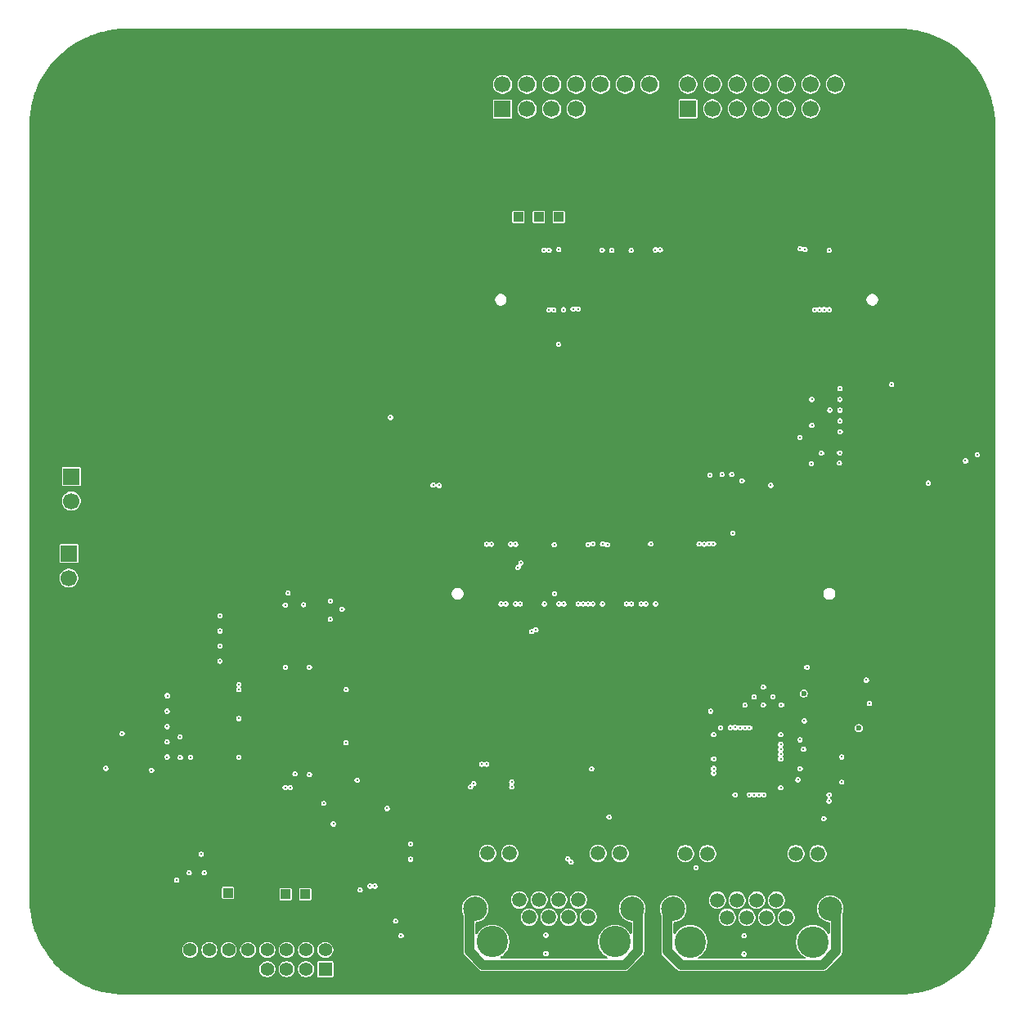
<source format=gbr>
%TF.GenerationSoftware,KiCad,Pcbnew,9.0.3*%
%TF.CreationDate,2025-08-06T15:47:49-07:00*%
%TF.ProjectId,imx8x_carrier_v2,696d7838-785f-4636-9172-726965725f76,A*%
%TF.SameCoordinates,Original*%
%TF.FileFunction,Copper,L5,Inr*%
%TF.FilePolarity,Positive*%
%FSLAX46Y46*%
G04 Gerber Fmt 4.6, Leading zero omitted, Abs format (unit mm)*
G04 Created by KiCad (PCBNEW 9.0.3) date 2025-08-06 15:47:49*
%MOMM*%
%LPD*%
G01*
G04 APERTURE LIST*
%TA.AperFunction,ComponentPad*%
%ADD10C,3.250000*%
%TD*%
%TA.AperFunction,ComponentPad*%
%ADD11C,1.520000*%
%TD*%
%TA.AperFunction,ComponentPad*%
%ADD12C,2.500000*%
%TD*%
%TA.AperFunction,ComponentPad*%
%ADD13R,1.000000X1.000000*%
%TD*%
%TA.AperFunction,ComponentPad*%
%ADD14C,4.700000*%
%TD*%
%TA.AperFunction,ComponentPad*%
%ADD15R,1.700000X1.700000*%
%TD*%
%TA.AperFunction,ComponentPad*%
%ADD16C,1.700000*%
%TD*%
%TA.AperFunction,ComponentPad*%
%ADD17R,1.400000X1.400000*%
%TD*%
%TA.AperFunction,ComponentPad*%
%ADD18C,1.400000*%
%TD*%
%TA.AperFunction,ViaPad*%
%ADD19C,0.300000*%
%TD*%
%TA.AperFunction,ViaPad*%
%ADD20C,0.600000*%
%TD*%
%TA.AperFunction,Conductor*%
%ADD21C,1.000000*%
%TD*%
G04 APERTURE END LIST*
D10*
%TO.N,*%
%TO.C,RJ1*%
X114790000Y-120140000D03*
X127490000Y-120140000D03*
D11*
%TO.N,X_ETH0_A_TX_P*%
X124720000Y-117600000D03*
%TO.N,X_ETH0_A_TX_N*%
X123700000Y-115820000D03*
%TO.N,X_ETH0_B_TX_P*%
X122680000Y-117600000D03*
%TO.N,X_ETH0_C_TXCLK_P*%
X121660000Y-115820000D03*
%TO.N,X_ETH0_C_TXCLK_N*%
X120640000Y-117600000D03*
%TO.N,X_ETH0_B_TX_N*%
X119620000Y-115820000D03*
%TO.N,X_ETH0_D_RXDV_P*%
X118600000Y-117600000D03*
%TO.N,X_ETH0_D_RXDV_N*%
X117580000Y-115820000D03*
%TO.N,Net-(RJ1-L-)*%
X128000000Y-111000000D03*
%TO.N,VCC_3V3_OUT*%
X125710000Y-111000000D03*
%TO.N,Net-(RJ1-R-)*%
X116570000Y-111000000D03*
%TO.N,VCC_3V3_OUT*%
X114280000Y-111000000D03*
D12*
%TO.N,GNDPWR*%
X113010000Y-116710000D03*
X129270000Y-116710000D03*
%TD*%
D13*
%TO.N,VCC_1V8_OUT*%
%TO.C,TP12*%
X119590200Y-45111600D03*
%TD*%
D14*
%TO.N,GND*%
%TO.C,H3*%
X76840200Y-115628400D03*
%TD*%
D15*
%TO.N,X_ADMA_UART2_RX*%
%TO.C,J3*%
X70940000Y-79960000D03*
D16*
%TO.N,X_ADMA_UART2_TX*%
X70940000Y-82500000D03*
%TO.N,GND*%
X70940000Y-85040000D03*
X70940000Y-87580000D03*
X70940000Y-90120000D03*
%TD*%
D10*
%TO.N,*%
%TO.C,RJ2*%
X135280001Y-120150001D03*
X147980001Y-120150001D03*
D11*
%TO.N,ETH1_A_TX_P*%
X145210001Y-117610001D03*
%TO.N,ETH1_A_TX_N*%
X144190001Y-115830001D03*
%TO.N,ETH1_B_TX_P*%
X143170001Y-117610001D03*
%TO.N,ETH1_C_TXCLK_P*%
X142150001Y-115830001D03*
%TO.N,ETH1_C_TXCLK_N*%
X141130001Y-117610001D03*
%TO.N,ETH1_B_TX_N*%
X140110001Y-115830001D03*
%TO.N,ETH1_D_RXDV_P*%
X139090001Y-117610001D03*
%TO.N,ETH1_D_RXDV_N*%
X138070001Y-115830001D03*
%TO.N,Net-(RJ2-L-)*%
X148490001Y-111010001D03*
%TO.N,VCC_3V3_OUT*%
X146200001Y-111010001D03*
%TO.N,Net-(RJ2-R-)*%
X137060001Y-111010001D03*
%TO.N,VCC_3V3_OUT*%
X134770001Y-111010001D03*
D12*
%TO.N,GNDPWR*%
X133500001Y-116720001D03*
X149760001Y-116720001D03*
%TD*%
D14*
%TO.N,GND*%
%TO.C,H2*%
X156840200Y-115628400D03*
%TD*%
D17*
%TO.N,VCC_3V3*%
%TO.C,CN1*%
X97490000Y-122980000D03*
D18*
%TO.N,Net-(CN1-Pad2)*%
X97490000Y-120980000D03*
%TO.N,VCC_3V3*%
X95490000Y-122980000D03*
%TO.N,Net-(CN1-Pad4)*%
X95490000Y-120980000D03*
%TO.N,VCC_3V3*%
X93490000Y-122980000D03*
%TO.N,X_ADMA_I2C3_SDA*%
X93490000Y-120980000D03*
%TO.N,VCC_3V3*%
X91490000Y-122980000D03*
%TO.N,X_ADMA_I2C3_SCL*%
X91490000Y-120980000D03*
%TO.N,GND*%
X89490000Y-122980000D03*
%TO.N,Net-(CN1-Pad10)*%
X89490000Y-120980000D03*
%TO.N,GND*%
X87490000Y-122980000D03*
%TO.N,X_LSIO_GPIO1_IO10*%
X87490000Y-120980000D03*
%TO.N,GND*%
X85490000Y-122980000D03*
%TO.N,X_LSIO_GPIO1_IO09*%
X85490000Y-120980000D03*
%TO.N,GND*%
X83490000Y-122980000D03*
%TO.N,X_SCU_WDOG0_WDOG_OUT*%
X83490000Y-120980000D03*
%TD*%
D14*
%TO.N,GND*%
%TO.C,H4*%
X76840200Y-35628400D03*
%TD*%
D15*
%TO.N,X_ADMA_I2C3_SDA*%
%TO.C,J7*%
X71190000Y-71975000D03*
D16*
%TO.N,X_ADMA_I2C3_SCL*%
X71190000Y-74515000D03*
%TD*%
D14*
%TO.N,GND*%
%TO.C,H6*%
X154052300Y-83866000D03*
%TD*%
D13*
%TO.N,Net-(CN1-Pad4)*%
%TO.C,TP10*%
X93404200Y-115227800D03*
%TD*%
%TO.N,X_SCU_WDOG0_WDOG_OUT*%
%TO.C,TP8*%
X121660000Y-45110000D03*
%TD*%
%TO.N,VCC_3V3_OUT*%
%TO.C,TP7*%
X117485000Y-45110000D03*
%TD*%
%TO.N,Net-(CN1-Pad2)*%
%TO.C,TP9*%
X95410800Y-115227800D03*
%TD*%
D16*
%TO.N,X_LSIO_GPIO1_IO12*%
%TO.C,J2*%
X115840000Y-31390000D03*
D15*
%TO.N,X_LSIO_GPIO1_IO25*%
X115840000Y-33930000D03*
D16*
%TO.N,X_LSIO_GPIO1_IO13*%
X118380000Y-31390000D03*
%TO.N,X_LSIO_GPIO1_IO26*%
X118380000Y-33930000D03*
%TO.N,X_LSIO_GPIO1_IO14*%
X120920000Y-31390000D03*
%TO.N,X_LSIO_GPIO1_IO29*%
X120920000Y-33930000D03*
%TO.N,X_LSO_GPIO1_IO17*%
X123460000Y-31390000D03*
%TO.N,X_LSIO_GPIO1_IO30*%
X123460000Y-33930000D03*
%TO.N,X_LSO_GPIO1_IO18*%
X126000000Y-31390000D03*
%TO.N,GND*%
X126000000Y-33930000D03*
%TO.N,X_LSO_GPIO1_IO19*%
X128540000Y-31390000D03*
%TO.N,GND*%
X128540000Y-33930000D03*
%TO.N,X_LSO_GPIO1_IO20*%
X131080000Y-31390000D03*
%TO.N,GND*%
X131080000Y-33930000D03*
%TD*%
D14*
%TO.N,GND*%
%TO.C,H5*%
X108654100Y-49075400D03*
%TD*%
D16*
%TO.N,X_ADMA_SPI2_CS0*%
%TO.C,J5*%
X135030000Y-31370000D03*
D15*
%TO.N,X_LSIO_QSPI0B_DATA3*%
X135030000Y-33910000D03*
D16*
%TO.N,X_ADMA_SPI2_CS1*%
X137570000Y-31370000D03*
%TO.N,X_LSIO_QSPI0B_DATA2*%
X137570000Y-33910000D03*
%TO.N,X_ADMA_SPI2_SCK*%
X140110000Y-31370000D03*
%TO.N,X_LSIO_QSPI0B_DATA1*%
X140110000Y-33910000D03*
%TO.N,X_ADMA_SPI2_SDI*%
X142650000Y-31370000D03*
%TO.N,X_LSIO_QSPI0B_DATA0*%
X142650000Y-33910000D03*
%TO.N,X_ADMA_SPI2_SDO*%
X145190000Y-31370000D03*
%TO.N,X_LSIO_QSPI0B_DQS*%
X145190000Y-33910000D03*
%TO.N,X_LSIO_QSPIOB_SS0_B*%
X147730000Y-31370000D03*
%TO.N,X_LSIO_QSPI0B_SCLK*%
X147730000Y-33910000D03*
%TO.N,X_LSIO_QSPIOB_SS1_B*%
X150270000Y-31370000D03*
%TO.N,GND*%
X150270000Y-33910000D03*
%TD*%
D13*
%TO.N,Net-(CN1-Pad10)*%
%TO.C,TP11*%
X87426400Y-115074800D03*
%TD*%
D14*
%TO.N,GND*%
%TO.C,H1*%
X156840200Y-35628400D03*
%TD*%
D19*
%TO.N,Net-(Card1-CD{slash}DAT3)*%
X150750000Y-64000000D03*
%TO.N,GND*%
X82520000Y-95830000D03*
X122190000Y-78990000D03*
X133680000Y-85162000D03*
X135150000Y-48540000D03*
X165760000Y-59300000D03*
X103720000Y-113810000D03*
X86820000Y-109860000D03*
X134395003Y-90410738D03*
X103250000Y-111080000D03*
X128642505Y-102674835D03*
X105170000Y-97780000D03*
X85030000Y-91070000D03*
X88440000Y-92080000D03*
X84950000Y-114540000D03*
D20*
X131390000Y-115185000D03*
D19*
X150950000Y-68420000D03*
X106050000Y-115240000D03*
X144690000Y-79000000D03*
X106630000Y-119500000D03*
X147640000Y-48530000D03*
X132650000Y-48550000D03*
X124970001Y-107220001D03*
X150820000Y-72010000D03*
X100340000Y-69600000D03*
X97340000Y-102820000D03*
X110180000Y-105690000D03*
X92340000Y-102810000D03*
X95300000Y-105760000D03*
X135140000Y-54730000D03*
X86780000Y-112980000D03*
X165980000Y-61300000D03*
X94590000Y-87840000D03*
X147000003Y-101167335D03*
X118500000Y-56730000D03*
X129680000Y-85162000D03*
X150150000Y-48550000D03*
X120330001Y-120400000D03*
X132640000Y-54750000D03*
X105170000Y-96740000D03*
X96350000Y-105810000D03*
X150870000Y-59370000D03*
X96840000Y-91730000D03*
X79570000Y-97860000D03*
X154130000Y-65400000D03*
X143680000Y-85162000D03*
X79720000Y-104870000D03*
X147650003Y-105568137D03*
X130140000Y-48540000D03*
X115180000Y-78990000D03*
X95340000Y-102770000D03*
X118180000Y-85162000D03*
X140340000Y-47110000D03*
X82510000Y-92390000D03*
X107870000Y-109980000D03*
X121590000Y-56690000D03*
X150150000Y-54740000D03*
X79570000Y-94660000D03*
X107860000Y-111570000D03*
X148170003Y-95052335D03*
X147190000Y-78980000D03*
X128180000Y-85162000D03*
X120140000Y-54720000D03*
X152470000Y-72720000D03*
X99640000Y-97020000D03*
X92500000Y-87840000D03*
X83400000Y-114540000D03*
X100180000Y-91590000D03*
X116680000Y-85162000D03*
X146600000Y-77510000D03*
X137640000Y-48560000D03*
X123640000Y-48550000D03*
X141140000Y-54730000D03*
X92120000Y-110570000D03*
X149525003Y-92237335D03*
X102280000Y-122170000D03*
X94840000Y-102770000D03*
X105170000Y-92570000D03*
X132180000Y-85162000D03*
X128640000Y-48540000D03*
X140140000Y-48540000D03*
X105170000Y-93600000D03*
X122640000Y-54710000D03*
X93330000Y-85900000D03*
X93530000Y-87820000D03*
X85030000Y-87960000D03*
X154110000Y-66900000D03*
X132840000Y-47120000D03*
X90340000Y-102820000D03*
X113180000Y-85162000D03*
X100780000Y-102070000D03*
X116940000Y-56720000D03*
X82490000Y-96840000D03*
X127640000Y-54710000D03*
X135450000Y-47100000D03*
X145180000Y-85162000D03*
X100350000Y-64970000D03*
X88350000Y-113000000D03*
X135180000Y-85162000D03*
X104500000Y-122160000D03*
D20*
X141160003Y-101447335D03*
D19*
X145180000Y-120450000D03*
X146460000Y-107030000D03*
X121180000Y-85162000D03*
X76290000Y-102170000D03*
X139180000Y-85162000D03*
X82520000Y-93440000D03*
X85020000Y-86380000D03*
X76290000Y-100660000D03*
X105170000Y-98820000D03*
X88440000Y-91040000D03*
X142840000Y-47100000D03*
X82530000Y-94490000D03*
X130360000Y-56210000D03*
X140829999Y-120459999D03*
X140680000Y-85162000D03*
X125680000Y-85162000D03*
X142640000Y-48550000D03*
X130180000Y-78990000D03*
X124640000Y-54700000D03*
X125690000Y-79000000D03*
X117680000Y-78990000D03*
X138310003Y-107057335D03*
X82460000Y-97880000D03*
X102860000Y-119870000D03*
X88540000Y-94520000D03*
X145140000Y-48540000D03*
X79560000Y-96250000D03*
X124680000Y-120400000D03*
X79570000Y-99440000D03*
X123180000Y-85162000D03*
X138190000Y-78990000D03*
X148210000Y-67900000D03*
X149050003Y-103607335D03*
X121140000Y-48560000D03*
X105160000Y-94650000D03*
X107790000Y-119880000D03*
X90840000Y-91710000D03*
X125640000Y-48540000D03*
X105180000Y-95690000D03*
X91480000Y-87840000D03*
X132290003Y-103087335D03*
X103250000Y-109440000D03*
X130140000Y-54740000D03*
X135690000Y-78980000D03*
X132850000Y-56210000D03*
X132680000Y-78970000D03*
X97360000Y-84850000D03*
X157810000Y-99250000D03*
X127850000Y-56220000D03*
X105170000Y-99860000D03*
X138180000Y-85162000D03*
X136680000Y-85162000D03*
X143640000Y-54720000D03*
X165730000Y-72570000D03*
X105170000Y-100910000D03*
X146680000Y-85150000D03*
X79570000Y-101000000D03*
X128180000Y-78990000D03*
X142180000Y-85162000D03*
X99160000Y-87840000D03*
X90440000Y-112750000D03*
X142190000Y-79000000D03*
X125560000Y-58160000D03*
X147140000Y-54730000D03*
X137850000Y-47100000D03*
X120090000Y-56710000D03*
X100780000Y-104480000D03*
X136650000Y-57160000D03*
X108290000Y-122170000D03*
X138910003Y-90387334D03*
X137140000Y-54710000D03*
X106180000Y-122160000D03*
X120180000Y-79000000D03*
X85030000Y-89500000D03*
X113180000Y-78990000D03*
X98100000Y-87820000D03*
X146930000Y-66170000D03*
X95710000Y-113140000D03*
X145680000Y-78980000D03*
X80830000Y-111030000D03*
X138640000Y-54710000D03*
X115390000Y-56720000D03*
%TO.N,Net-(Card1-VDD)*%
X150760000Y-66220000D03*
%TO.N,X_CONN_USDHC1_CD_B*%
X159930000Y-72650000D03*
%TO.N,Net-(Card1-CMD)*%
X150770000Y-65110000D03*
%TO.N,Net-(Card1-DAT0)*%
X150730000Y-69520000D03*
%TO.N,X_CONN_USDHC1_CLK*%
X138560000Y-71750000D03*
X150790000Y-67320000D03*
%TO.N,Net-(Card1-DAT2)*%
X150760000Y-62870000D03*
%TO.N,Net-(Card1-DAT1)*%
X150720000Y-70590000D03*
%TO.N,VCC_3V3*%
X121630000Y-58280000D03*
X156120000Y-62450000D03*
%TO.N,X_SCU_WDOG0_WDOG_OUT*%
X121660000Y-48470000D03*
%TO.N,X_ADMA_SPI2_CS1*%
X131170000Y-78940000D03*
%TO.N,VDD_ETH_1V0*%
X141410003Y-104917335D03*
X137690003Y-98697335D03*
X137380003Y-96267334D03*
X141410003Y-97977335D03*
D20*
X147010003Y-94417335D03*
D19*
X144630003Y-101197335D03*
X125062231Y-102249775D03*
%TO.N,VCC_ENET_2V5*%
X144630003Y-100697335D03*
D20*
X152718669Y-98028669D03*
D19*
X139910003Y-104917335D03*
X142910003Y-104917335D03*
X140910003Y-97977335D03*
X126870001Y-107220001D03*
X137690003Y-101197335D03*
%TO.N,3V3_FTDI*%
X99650000Y-94020000D03*
X106310000Y-110000000D03*
X81130000Y-94660000D03*
X82100000Y-113760000D03*
X81110000Y-96270000D03*
X83410000Y-113000000D03*
X98320000Y-107950000D03*
X83530000Y-101030000D03*
X88540000Y-94030000D03*
X84950000Y-112990000D03*
X97330000Y-105810000D03*
X93350000Y-91710000D03*
X103900000Y-106340000D03*
X84640000Y-111080000D03*
X81110000Y-97860000D03*
X106320000Y-111590000D03*
X76450000Y-98580000D03*
X88540000Y-97030000D03*
X81120000Y-101010000D03*
X81110000Y-99440000D03*
X100780000Y-103410000D03*
X99630000Y-99520000D03*
X82480000Y-101050000D03*
X82460000Y-98920000D03*
%TO.N,1V8_FTDI*%
X86590000Y-87970000D03*
X86590000Y-86380000D03*
X95840000Y-91710000D03*
X88550000Y-93520000D03*
X95840000Y-102820000D03*
X86580000Y-89500000D03*
X86580000Y-91090000D03*
X88540000Y-101030000D03*
%TO.N,X_ADMA_I2C3_SDA*%
X121190000Y-79030000D03*
%TO.N,X_ADMA_I2C3_SCL*%
X120180000Y-85162000D03*
%TO.N,X_LSO_GPIO1_IO20*%
X125190000Y-78930000D03*
%TO.N,X_ETH_GPIO1*%
X144630003Y-100197335D03*
X118850000Y-88030000D03*
X117440000Y-81390000D03*
%TO.N,X_LSO_GPIO1_IO17*%
X126700000Y-79050000D03*
%TO.N,X_CONN_ENET1_TXD1*%
X123680000Y-85162000D03*
X139410000Y-97970000D03*
%TO.N,X_CONN_ENET1_RXD3*%
X126180000Y-85162000D03*
X144710003Y-95607335D03*
%TO.N,X_CONN_ENET1_RXD2*%
X125180000Y-85162000D03*
X143810000Y-94765535D03*
%TO.N,X_ADMA_UART2_TX*%
X109270000Y-72900000D03*
%TO.N,X_ADMA_SPI2_SDO*%
X136170000Y-78950000D03*
%TO.N,X_CONN_ENET1_RXD0*%
X141870000Y-94777336D03*
%TO.N,X_ADMA_SPI2_CS0*%
X137680000Y-78940000D03*
%TO.N,X_CONN_ETH0_MDIO*%
X114680000Y-78990000D03*
X137690003Y-102197335D03*
%TO.N,X_ETH0_LED0*%
X117180000Y-78990000D03*
%TO.N,X_ETH_GPIO0*%
X117730000Y-80930000D03*
X119291029Y-87853588D03*
X144630003Y-99697335D03*
%TO.N,X_ADMA_SPI2_SDI*%
X136700000Y-78990000D03*
%TO.N,X_CONN_ENET1_TXD0*%
X139910000Y-97960000D03*
X124180000Y-85162000D03*
%TO.N,X_BOOT_MODE2*%
X130680000Y-85162000D03*
%TO.N,X_CONN_ENET1_TXD2*%
X129180000Y-85162000D03*
%TO.N,X_CONN_ENET1_RXC*%
X140930003Y-95627336D03*
%TO.N,X_CONN_ENET1_TXC*%
X140410003Y-97977335D03*
X128680000Y-85162000D03*
%TO.N,X_BOOT_MODE3*%
X130180000Y-85162000D03*
%TO.N,VCC_LDO_SD1*%
X139680000Y-77830000D03*
X147850000Y-66670000D03*
X147850000Y-64000000D03*
X147790000Y-70620000D03*
%TO.N,X_LSO_GPIO1_IO18*%
X126190000Y-78950000D03*
%TO.N,X_ADMA_UART2_RX*%
X108650000Y-72850000D03*
%TO.N,X_CONN_ETH0_MDC*%
X137690003Y-102697335D03*
X114180000Y-78990000D03*
%TO.N,X_CONN_ENET1_RXD1*%
X142830003Y-95617335D03*
X124680000Y-85162000D03*
%TO.N,X_ADMA_SPI2_SCK*%
X137200000Y-78940000D03*
%TO.N,X_CONN_ENET1_TXD3*%
X138410003Y-97977335D03*
%TO.N,X_BOOT_MODE0*%
X164980000Y-69710000D03*
X131680000Y-85162000D03*
%TO.N,X_ETH0_LED1*%
X116680000Y-78990000D03*
%TO.N,X_CONN_ENET1_REFCLK*%
X121680000Y-85162000D03*
%TO.N,X_LSO_GPIO1_IO19*%
X124700000Y-79010000D03*
%TO.N,X_CONN_ENET1_TX_CTL*%
X144630003Y-98697335D03*
%TO.N,X_CONN_ENET1_RX_CTL*%
X122180000Y-85162000D03*
X146630002Y-99227335D03*
%TO.N,X_LSIO_GPIO1_IO30*%
X131660000Y-48520000D03*
%TO.N,X_LSIO_GPIO1_IO13*%
X120660000Y-54720000D03*
%TO.N,X_LSIO_QSPI0B_DATA3*%
X148150000Y-54710000D03*
%TO.N,X_LSIO_GPIO1_IO29*%
X132160000Y-48510000D03*
%TO.N,X_LSIO_GPIO1_IO09*%
X123650000Y-54620000D03*
%TO.N,X_LSIO_QSPI0B_DATA1*%
X149120000Y-54700000D03*
%TO.N,X_LSIO_GPIO1_IO25*%
X146660000Y-48370000D03*
%TO.N,VCC_SCU_1V8*%
X129150000Y-48560000D03*
X163760000Y-70360000D03*
%TO.N,X_LSIO_GPIO1_IO26*%
X147150000Y-48470000D03*
%TO.N,X_LSIO_GPIO1_IO14*%
X122160000Y-54700000D03*
%TO.N,VCC_1V8_OUT*%
X93630000Y-84040000D03*
X149111803Y-107388337D03*
X93340000Y-85270000D03*
X150950003Y-101007335D03*
X99230000Y-85690000D03*
X147340000Y-91707335D03*
X147080003Y-97267336D03*
X146418406Y-103368338D03*
X98010000Y-84850000D03*
X120650000Y-48550000D03*
X142850000Y-93757336D03*
X149630003Y-105568137D03*
X147000004Y-100197335D03*
%TO.N,X_LSIO_QSPIOB_SS0_B*%
X149650000Y-48550000D03*
%TO.N,VCC_3V3_OUT*%
X120150000Y-48530000D03*
X79510000Y-102380000D03*
X98010000Y-86740000D03*
X153820000Y-95470000D03*
X95240000Y-85250000D03*
X153496602Y-93050538D03*
X146630000Y-67910000D03*
X146650002Y-102207335D03*
X104240000Y-65850000D03*
%TO.N,X_LSIO_GPIO1_IO12*%
X121140000Y-54730000D03*
%TO.N,X_POR_B_1V8*%
X150950003Y-103607335D03*
X127140000Y-48550000D03*
%TO.N,X_LSIO_QSPI0B_DATA0*%
X149650000Y-54700000D03*
%TO.N,X_LSIO_GPIO1_IO10*%
X123130000Y-54620000D03*
%TO.N,X_LSIO_QSPI0B_DATA2*%
X148644997Y-54700000D03*
%TO.N,X_PGOOD*%
X121220000Y-84090000D03*
X126150000Y-48530000D03*
%TO.N,Net-(Q1-D)*%
X144630003Y-104197335D03*
%TO.N,ETH1_B_TX_P*%
X142410003Y-104917335D03*
%TO.N,ETH1_C_TXCLK_P*%
X140829999Y-119509999D03*
%TO.N,/Debug USB - UART/DEBUG_USB_DP*%
X104758400Y-118000000D03*
X105340000Y-119490000D03*
X102621600Y-114380000D03*
X93841600Y-104167267D03*
X101090000Y-114770000D03*
%TO.N,ETH1_LED1*%
X135870001Y-112460001D03*
X149630003Y-104918137D03*
%TO.N,Net-(U4-VPLL)*%
X94350000Y-102760000D03*
X74760000Y-102190000D03*
%TO.N,X_CONN_USDHC1_CMD*%
X137290000Y-71830000D03*
X149730000Y-65100000D03*
%TO.N,X_CONN_USDHC1_DATA0*%
X148860000Y-69540000D03*
X139560000Y-71750000D03*
%TO.N,X_CONN_USDHC1_DATA1*%
X143600000Y-72890000D03*
X140630000Y-72400000D03*
%TO.N,ETH1_C_TXCLK_N*%
X140829999Y-121409999D03*
%TO.N,ETH1_B_TX_N*%
X141910003Y-104917335D03*
%TO.N,/Debug USB - UART/DEBUG_USB_DN*%
X102118400Y-114380000D03*
X93338400Y-104167267D03*
%TO.N,X_ETH0_B_TX_N*%
X112512092Y-104117908D03*
%TO.N,X_ETH0_C_TXCLK_N*%
X116180000Y-85162000D03*
X122592092Y-111552092D03*
X120330001Y-121350000D03*
%TO.N,X_ETH0_C_TXCLK_P*%
X115680000Y-85162000D03*
X120330001Y-119450000D03*
X122947908Y-111907908D03*
%TO.N,X_ETH0_B_TX_P*%
X112867908Y-103762092D03*
%TO.N,X_ETH0_A_TX_P*%
X113678400Y-101750000D03*
%TO.N,X_ETH0_D_RXDV_N*%
X117680000Y-85162000D03*
X116790000Y-104101600D03*
%TO.N,X_ETH0_D_RXDV_P*%
X117180000Y-85162000D03*
X116790000Y-103598400D03*
%TO.N,X_ETH0_A_TX_N*%
X114181600Y-101750000D03*
%TD*%
D21*
%TO.N,GNDPWR*%
X112414000Y-121124171D02*
X113809829Y-122520000D01*
X148950173Y-122540000D02*
X134309829Y-122540000D01*
X132904001Y-117316001D02*
X133500001Y-116720001D01*
X132904001Y-121134172D02*
X132904001Y-117316001D01*
X150356001Y-117316001D02*
X150356001Y-121134172D01*
X113809829Y-122520000D02*
X128470171Y-122520000D01*
X134309829Y-122540000D02*
X132904001Y-121134172D01*
X129866000Y-117306000D02*
X129270000Y-116710000D01*
X128470171Y-122520000D02*
X129866000Y-121124171D01*
X112414000Y-117306000D02*
X112414000Y-121124171D01*
X150356001Y-121134172D02*
X148950173Y-122540000D01*
X113010000Y-116710000D02*
X112414000Y-117306000D01*
X149760001Y-116720001D02*
X150356001Y-117316001D01*
X129866000Y-121124171D02*
X129866000Y-117306000D01*
%TD*%
%TA.AperFunction,Conductor*%
%TO.N,GND*%
G36*
X156842087Y-25628957D02*
G01*
X157382654Y-25645291D01*
X157386499Y-25645470D01*
X157511734Y-25653349D01*
X157515051Y-25653604D01*
X157990814Y-25696837D01*
X157995006Y-25697293D01*
X158116154Y-25712597D01*
X158119043Y-25713000D01*
X158595400Y-25785500D01*
X158599897Y-25786270D01*
X158713956Y-25808028D01*
X158716565Y-25808557D01*
X159159991Y-25903743D01*
X159194027Y-25911050D01*
X159198840Y-25912184D01*
X159302331Y-25938756D01*
X159304791Y-25939414D01*
X159784428Y-26073123D01*
X159789365Y-26074614D01*
X159822458Y-26085366D01*
X159878566Y-26103598D01*
X159880695Y-26104311D01*
X160026553Y-26154643D01*
X160364108Y-26271125D01*
X160369234Y-26273023D01*
X160439097Y-26300684D01*
X160440781Y-26301366D01*
X160930945Y-26504399D01*
X160936254Y-26506747D01*
X160979642Y-26527164D01*
X160981034Y-26527830D01*
X161482675Y-26772079D01*
X161488089Y-26774883D01*
X161494567Y-26778445D01*
X161495539Y-26778986D01*
X162010049Y-27069170D01*
X162016459Y-27073045D01*
X162517420Y-27396940D01*
X162523584Y-27401195D01*
X163004059Y-27754736D01*
X163009954Y-27759354D01*
X163468234Y-28141283D01*
X163473817Y-28146230D01*
X163649582Y-28311684D01*
X163908185Y-28555118D01*
X163913481Y-28560414D01*
X164111390Y-28770655D01*
X164322368Y-28994780D01*
X164327327Y-29000377D01*
X164709244Y-29458644D01*
X164713863Y-29464540D01*
X165067404Y-29945015D01*
X165071659Y-29951179D01*
X165395554Y-30452140D01*
X165399429Y-30458551D01*
X165689555Y-30972958D01*
X165690210Y-30974133D01*
X165693700Y-30980481D01*
X165696526Y-30985938D01*
X165940723Y-31487470D01*
X165941434Y-31488956D01*
X165961851Y-31532344D01*
X165964214Y-31537688D01*
X166167207Y-32027756D01*
X166167938Y-32029561D01*
X166195561Y-32099328D01*
X166197486Y-32104527D01*
X166364287Y-32587903D01*
X166365000Y-32590032D01*
X166393976Y-32679206D01*
X166395492Y-32684228D01*
X166529184Y-33163807D01*
X166529842Y-33166267D01*
X166556414Y-33269758D01*
X166557548Y-33274571D01*
X166660022Y-33751941D01*
X166660588Y-33754731D01*
X166682321Y-33868662D01*
X166683105Y-33873239D01*
X166755582Y-34349440D01*
X166756016Y-34352557D01*
X166771298Y-34473529D01*
X166771767Y-34477848D01*
X166814989Y-34953489D01*
X166815253Y-34956924D01*
X166823123Y-35082002D01*
X166823311Y-35086044D01*
X166839643Y-35626512D01*
X166839700Y-35630257D01*
X166839700Y-115626541D01*
X166839643Y-115630286D01*
X166823311Y-116170753D01*
X166823123Y-116174795D01*
X166815253Y-116299873D01*
X166814989Y-116303308D01*
X166771766Y-116778956D01*
X166771297Y-116783275D01*
X166756018Y-116904224D01*
X166755584Y-116907341D01*
X166683102Y-117383576D01*
X166682318Y-117388153D01*
X166660592Y-117502045D01*
X166660026Y-117504835D01*
X166557549Y-117982228D01*
X166556415Y-117987041D01*
X166529844Y-118090525D01*
X166529186Y-118092985D01*
X166395490Y-118572576D01*
X166393975Y-118577596D01*
X166365005Y-118666756D01*
X166364291Y-118668887D01*
X166197489Y-119152262D01*
X166195564Y-119157460D01*
X166167927Y-119227263D01*
X166167196Y-119229069D01*
X165964218Y-119719103D01*
X165961856Y-119724445D01*
X165941445Y-119767822D01*
X165940733Y-119769310D01*
X165696535Y-120270843D01*
X165693707Y-120276303D01*
X165690170Y-120282736D01*
X165689517Y-120283909D01*
X165399429Y-120798248D01*
X165395554Y-120804658D01*
X165071659Y-121305620D01*
X165067404Y-121311784D01*
X164713863Y-121792259D01*
X164709244Y-121798155D01*
X164327327Y-122256422D01*
X164322359Y-122262029D01*
X163913481Y-122696385D01*
X163908185Y-122701681D01*
X163473829Y-123110559D01*
X163468222Y-123115527D01*
X163009955Y-123497444D01*
X163004059Y-123502063D01*
X162523584Y-123855604D01*
X162517420Y-123859859D01*
X162016458Y-124183754D01*
X162010048Y-124187629D01*
X161495709Y-124477717D01*
X161494536Y-124478370D01*
X161488103Y-124481907D01*
X161482643Y-124484735D01*
X160981174Y-124728901D01*
X160979689Y-124729612D01*
X160936240Y-124750058D01*
X160930895Y-124752421D01*
X160440869Y-124955396D01*
X160439063Y-124956127D01*
X160369260Y-124983764D01*
X160364062Y-124985689D01*
X159880687Y-125152491D01*
X159878556Y-125153205D01*
X159789396Y-125182175D01*
X159784376Y-125183690D01*
X159304785Y-125317386D01*
X159302325Y-125318044D01*
X159198841Y-125344615D01*
X159194028Y-125345749D01*
X158716635Y-125448226D01*
X158713845Y-125448792D01*
X158599953Y-125470518D01*
X158595376Y-125471302D01*
X158119141Y-125543784D01*
X158116024Y-125544218D01*
X157995075Y-125559497D01*
X157990756Y-125559966D01*
X157515108Y-125603189D01*
X157511673Y-125603453D01*
X157386595Y-125611323D01*
X157382553Y-125611511D01*
X156842086Y-125627843D01*
X156838341Y-125627900D01*
X76842059Y-125627900D01*
X76838314Y-125627843D01*
X76297845Y-125611511D01*
X76293803Y-125611323D01*
X76168725Y-125603453D01*
X76165290Y-125603189D01*
X75689642Y-125559966D01*
X75685323Y-125559497D01*
X75564374Y-125544218D01*
X75561257Y-125543784D01*
X75085022Y-125471302D01*
X75080445Y-125470518D01*
X74966553Y-125448792D01*
X74963763Y-125448226D01*
X74486370Y-125345749D01*
X74481557Y-125344615D01*
X74378073Y-125318044D01*
X74375613Y-125317386D01*
X73896022Y-125183690D01*
X73891002Y-125182175D01*
X73801842Y-125153205D01*
X73799711Y-125152491D01*
X73316336Y-124985689D01*
X73311138Y-124983764D01*
X73241335Y-124956127D01*
X73239529Y-124955396D01*
X72749503Y-124752421D01*
X72744158Y-124750058D01*
X72700709Y-124729612D01*
X72699224Y-124728901D01*
X72197755Y-124484735D01*
X72192295Y-124481907D01*
X72185902Y-124478392D01*
X72184729Y-124477739D01*
X71670344Y-124187625D01*
X71663934Y-124183750D01*
X71426610Y-124030309D01*
X71162966Y-123859850D01*
X71156828Y-123855613D01*
X70772781Y-123573026D01*
X70676340Y-123502063D01*
X70670444Y-123497444D01*
X70519879Y-123371964D01*
X70212167Y-123115518D01*
X70206580Y-123110568D01*
X70025392Y-122940008D01*
X69981290Y-122898493D01*
X90662500Y-122898493D01*
X90662500Y-123061506D01*
X90694298Y-123221365D01*
X90694300Y-123221373D01*
X90756677Y-123371964D01*
X90756682Y-123371974D01*
X90847238Y-123507500D01*
X90847241Y-123507504D01*
X90962495Y-123622758D01*
X90962499Y-123622761D01*
X91098025Y-123713317D01*
X91098029Y-123713319D01*
X91098032Y-123713321D01*
X91248627Y-123775700D01*
X91408493Y-123807499D01*
X91408497Y-123807500D01*
X91408498Y-123807500D01*
X91571503Y-123807500D01*
X91571504Y-123807499D01*
X91731373Y-123775700D01*
X91881968Y-123713321D01*
X92017501Y-123622761D01*
X92132761Y-123507501D01*
X92223321Y-123371968D01*
X92285700Y-123221373D01*
X92317500Y-123061502D01*
X92317500Y-122898498D01*
X92317499Y-122898493D01*
X92662500Y-122898493D01*
X92662500Y-123061506D01*
X92694298Y-123221365D01*
X92694300Y-123221373D01*
X92756677Y-123371964D01*
X92756682Y-123371974D01*
X92847238Y-123507500D01*
X92847241Y-123507504D01*
X92962495Y-123622758D01*
X92962499Y-123622761D01*
X93098025Y-123713317D01*
X93098029Y-123713319D01*
X93098032Y-123713321D01*
X93248627Y-123775700D01*
X93408493Y-123807499D01*
X93408497Y-123807500D01*
X93408498Y-123807500D01*
X93571503Y-123807500D01*
X93571504Y-123807499D01*
X93731373Y-123775700D01*
X93881968Y-123713321D01*
X94017501Y-123622761D01*
X94132761Y-123507501D01*
X94223321Y-123371968D01*
X94285700Y-123221373D01*
X94317500Y-123061502D01*
X94317500Y-122898498D01*
X94317499Y-122898493D01*
X94662500Y-122898493D01*
X94662500Y-123061506D01*
X94694298Y-123221365D01*
X94694300Y-123221373D01*
X94756677Y-123371964D01*
X94756682Y-123371974D01*
X94847238Y-123507500D01*
X94847241Y-123507504D01*
X94962495Y-123622758D01*
X94962499Y-123622761D01*
X95098025Y-123713317D01*
X95098029Y-123713319D01*
X95098032Y-123713321D01*
X95248627Y-123775700D01*
X95408493Y-123807499D01*
X95408497Y-123807500D01*
X95408498Y-123807500D01*
X95571503Y-123807500D01*
X95571504Y-123807499D01*
X95731373Y-123775700D01*
X95881968Y-123713321D01*
X96017501Y-123622761D01*
X96132761Y-123507501D01*
X96223321Y-123371968D01*
X96285700Y-123221373D01*
X96317500Y-123061502D01*
X96317500Y-122898498D01*
X96285700Y-122738627D01*
X96223321Y-122588032D01*
X96223319Y-122588029D01*
X96223317Y-122588025D01*
X96132761Y-122452499D01*
X96132758Y-122452495D01*
X96017504Y-122337241D01*
X96017500Y-122337238D01*
X95913042Y-122267441D01*
X96662500Y-122267441D01*
X96662500Y-123692558D01*
X96669898Y-123729749D01*
X96698077Y-123771922D01*
X96740250Y-123800101D01*
X96740252Y-123800102D01*
X96768205Y-123805662D01*
X96777441Y-123807500D01*
X96777442Y-123807500D01*
X98202559Y-123807500D01*
X98209957Y-123806028D01*
X98239748Y-123800102D01*
X98281922Y-123771922D01*
X98310102Y-123729748D01*
X98317500Y-123692558D01*
X98317500Y-122267442D01*
X98310102Y-122230252D01*
X98310101Y-122230250D01*
X98281922Y-122188077D01*
X98239749Y-122159898D01*
X98202559Y-122152500D01*
X98202558Y-122152500D01*
X96777442Y-122152500D01*
X96777441Y-122152500D01*
X96740250Y-122159898D01*
X96698077Y-122188077D01*
X96669898Y-122230250D01*
X96662500Y-122267441D01*
X95913042Y-122267441D01*
X95881974Y-122246682D01*
X95881964Y-122246677D01*
X95731373Y-122184300D01*
X95731365Y-122184298D01*
X95571506Y-122152500D01*
X95571502Y-122152500D01*
X95408498Y-122152500D01*
X95408493Y-122152500D01*
X95248634Y-122184298D01*
X95248626Y-122184300D01*
X95098035Y-122246677D01*
X95098025Y-122246682D01*
X94962499Y-122337238D01*
X94962495Y-122337241D01*
X94847241Y-122452495D01*
X94847238Y-122452499D01*
X94756682Y-122588025D01*
X94756677Y-122588035D01*
X94694300Y-122738626D01*
X94694298Y-122738634D01*
X94662500Y-122898493D01*
X94317499Y-122898493D01*
X94285700Y-122738627D01*
X94223321Y-122588032D01*
X94223319Y-122588029D01*
X94223317Y-122588025D01*
X94132761Y-122452499D01*
X94132758Y-122452495D01*
X94017504Y-122337241D01*
X94017500Y-122337238D01*
X93881974Y-122246682D01*
X93881964Y-122246677D01*
X93731373Y-122184300D01*
X93731365Y-122184298D01*
X93571506Y-122152500D01*
X93571502Y-122152500D01*
X93408498Y-122152500D01*
X93408493Y-122152500D01*
X93248634Y-122184298D01*
X93248626Y-122184300D01*
X93098035Y-122246677D01*
X93098025Y-122246682D01*
X92962499Y-122337238D01*
X92962495Y-122337241D01*
X92847241Y-122452495D01*
X92847238Y-122452499D01*
X92756682Y-122588025D01*
X92756677Y-122588035D01*
X92694300Y-122738626D01*
X92694298Y-122738634D01*
X92662500Y-122898493D01*
X92317499Y-122898493D01*
X92285700Y-122738627D01*
X92223321Y-122588032D01*
X92223319Y-122588029D01*
X92223317Y-122588025D01*
X92132761Y-122452499D01*
X92132758Y-122452495D01*
X92017504Y-122337241D01*
X92017500Y-122337238D01*
X91881974Y-122246682D01*
X91881964Y-122246677D01*
X91731373Y-122184300D01*
X91731365Y-122184298D01*
X91571506Y-122152500D01*
X91571502Y-122152500D01*
X91408498Y-122152500D01*
X91408493Y-122152500D01*
X91248634Y-122184298D01*
X91248626Y-122184300D01*
X91098035Y-122246677D01*
X91098025Y-122246682D01*
X90962499Y-122337238D01*
X90962495Y-122337241D01*
X90847241Y-122452495D01*
X90847238Y-122452499D01*
X90756682Y-122588025D01*
X90756677Y-122588035D01*
X90694300Y-122738626D01*
X90694298Y-122738634D01*
X90662500Y-122898493D01*
X69981290Y-122898493D01*
X69772214Y-122701681D01*
X69766918Y-122696385D01*
X69523484Y-122437782D01*
X69358030Y-122262017D01*
X69353083Y-122256434D01*
X68971154Y-121798154D01*
X68966536Y-121792259D01*
X68889452Y-121687499D01*
X68612981Y-121311764D01*
X68608754Y-121305640D01*
X68345514Y-120898493D01*
X82662500Y-120898493D01*
X82662500Y-121061506D01*
X82694298Y-121221365D01*
X82694300Y-121221373D01*
X82756677Y-121371964D01*
X82756682Y-121371974D01*
X82847238Y-121507500D01*
X82847241Y-121507504D01*
X82962495Y-121622758D01*
X82962499Y-121622761D01*
X83098025Y-121713317D01*
X83098029Y-121713319D01*
X83098032Y-121713321D01*
X83248627Y-121775700D01*
X83408493Y-121807499D01*
X83408497Y-121807500D01*
X83408498Y-121807500D01*
X83571503Y-121807500D01*
X83571504Y-121807499D01*
X83731373Y-121775700D01*
X83881968Y-121713321D01*
X84017501Y-121622761D01*
X84132761Y-121507501D01*
X84223321Y-121371968D01*
X84285700Y-121221373D01*
X84317500Y-121061502D01*
X84317500Y-120898498D01*
X84317499Y-120898493D01*
X84662500Y-120898493D01*
X84662500Y-121061506D01*
X84694298Y-121221365D01*
X84694300Y-121221373D01*
X84756677Y-121371964D01*
X84756682Y-121371974D01*
X84847238Y-121507500D01*
X84847241Y-121507504D01*
X84962495Y-121622758D01*
X84962499Y-121622761D01*
X85098025Y-121713317D01*
X85098029Y-121713319D01*
X85098032Y-121713321D01*
X85248627Y-121775700D01*
X85408493Y-121807499D01*
X85408497Y-121807500D01*
X85408498Y-121807500D01*
X85571503Y-121807500D01*
X85571504Y-121807499D01*
X85731373Y-121775700D01*
X85881968Y-121713321D01*
X86017501Y-121622761D01*
X86132761Y-121507501D01*
X86223321Y-121371968D01*
X86285700Y-121221373D01*
X86317500Y-121061502D01*
X86317500Y-120898498D01*
X86317499Y-120898493D01*
X86662500Y-120898493D01*
X86662500Y-121061506D01*
X86694298Y-121221365D01*
X86694300Y-121221373D01*
X86756677Y-121371964D01*
X86756682Y-121371974D01*
X86847238Y-121507500D01*
X86847241Y-121507504D01*
X86962495Y-121622758D01*
X86962499Y-121622761D01*
X87098025Y-121713317D01*
X87098029Y-121713319D01*
X87098032Y-121713321D01*
X87248627Y-121775700D01*
X87408493Y-121807499D01*
X87408497Y-121807500D01*
X87408498Y-121807500D01*
X87571503Y-121807500D01*
X87571504Y-121807499D01*
X87731373Y-121775700D01*
X87881968Y-121713321D01*
X88017501Y-121622761D01*
X88132761Y-121507501D01*
X88223321Y-121371968D01*
X88285700Y-121221373D01*
X88317500Y-121061502D01*
X88317500Y-120898498D01*
X88317499Y-120898493D01*
X88662500Y-120898493D01*
X88662500Y-121061506D01*
X88694298Y-121221365D01*
X88694300Y-121221373D01*
X88756677Y-121371964D01*
X88756682Y-121371974D01*
X88847238Y-121507500D01*
X88847241Y-121507504D01*
X88962495Y-121622758D01*
X88962499Y-121622761D01*
X89098025Y-121713317D01*
X89098029Y-121713319D01*
X89098032Y-121713321D01*
X89248627Y-121775700D01*
X89408493Y-121807499D01*
X89408497Y-121807500D01*
X89408498Y-121807500D01*
X89571503Y-121807500D01*
X89571504Y-121807499D01*
X89731373Y-121775700D01*
X89881968Y-121713321D01*
X90017501Y-121622761D01*
X90132761Y-121507501D01*
X90223321Y-121371968D01*
X90285700Y-121221373D01*
X90317500Y-121061502D01*
X90317500Y-120898498D01*
X90317499Y-120898493D01*
X90662500Y-120898493D01*
X90662500Y-121061506D01*
X90694298Y-121221365D01*
X90694300Y-121221373D01*
X90756677Y-121371964D01*
X90756682Y-121371974D01*
X90847238Y-121507500D01*
X90847241Y-121507504D01*
X90962495Y-121622758D01*
X90962499Y-121622761D01*
X91098025Y-121713317D01*
X91098029Y-121713319D01*
X91098032Y-121713321D01*
X91248627Y-121775700D01*
X91408493Y-121807499D01*
X91408497Y-121807500D01*
X91408498Y-121807500D01*
X91571503Y-121807500D01*
X91571504Y-121807499D01*
X91731373Y-121775700D01*
X91881968Y-121713321D01*
X92017501Y-121622761D01*
X92132761Y-121507501D01*
X92223321Y-121371968D01*
X92285700Y-121221373D01*
X92317500Y-121061502D01*
X92317500Y-120898498D01*
X92317499Y-120898493D01*
X92662500Y-120898493D01*
X92662500Y-121061506D01*
X92694298Y-121221365D01*
X92694300Y-121221373D01*
X92756677Y-121371964D01*
X92756682Y-121371974D01*
X92847238Y-121507500D01*
X92847241Y-121507504D01*
X92962495Y-121622758D01*
X92962499Y-121622761D01*
X93098025Y-121713317D01*
X93098029Y-121713319D01*
X93098032Y-121713321D01*
X93248627Y-121775700D01*
X93408493Y-121807499D01*
X93408497Y-121807500D01*
X93408498Y-121807500D01*
X93571503Y-121807500D01*
X93571504Y-121807499D01*
X93731373Y-121775700D01*
X93881968Y-121713321D01*
X94017501Y-121622761D01*
X94132761Y-121507501D01*
X94223321Y-121371968D01*
X94285700Y-121221373D01*
X94317500Y-121061502D01*
X94317500Y-120898498D01*
X94317499Y-120898493D01*
X94662500Y-120898493D01*
X94662500Y-121061506D01*
X94694298Y-121221365D01*
X94694300Y-121221373D01*
X94756677Y-121371964D01*
X94756682Y-121371974D01*
X94847238Y-121507500D01*
X94847241Y-121507504D01*
X94962495Y-121622758D01*
X94962499Y-121622761D01*
X95098025Y-121713317D01*
X95098029Y-121713319D01*
X95098032Y-121713321D01*
X95248627Y-121775700D01*
X95408493Y-121807499D01*
X95408497Y-121807500D01*
X95408498Y-121807500D01*
X95571503Y-121807500D01*
X95571504Y-121807499D01*
X95731373Y-121775700D01*
X95881968Y-121713321D01*
X96017501Y-121622761D01*
X96132761Y-121507501D01*
X96223321Y-121371968D01*
X96285700Y-121221373D01*
X96317500Y-121061502D01*
X96317500Y-120898498D01*
X96317499Y-120898493D01*
X96662500Y-120898493D01*
X96662500Y-121061506D01*
X96694298Y-121221365D01*
X96694300Y-121221373D01*
X96756677Y-121371964D01*
X96756682Y-121371974D01*
X96847238Y-121507500D01*
X96847241Y-121507504D01*
X96962495Y-121622758D01*
X96962499Y-121622761D01*
X97098025Y-121713317D01*
X97098029Y-121713319D01*
X97098032Y-121713321D01*
X97248627Y-121775700D01*
X97408493Y-121807499D01*
X97408497Y-121807500D01*
X97408498Y-121807500D01*
X97571503Y-121807500D01*
X97571504Y-121807499D01*
X97731373Y-121775700D01*
X97881968Y-121713321D01*
X98017501Y-121622761D01*
X98132761Y-121507501D01*
X98223321Y-121371968D01*
X98285700Y-121221373D01*
X98317500Y-121061502D01*
X98317500Y-120898498D01*
X98285700Y-120738627D01*
X98223321Y-120588032D01*
X98223319Y-120588029D01*
X98223317Y-120588025D01*
X98132761Y-120452499D01*
X98132758Y-120452495D01*
X98017504Y-120337241D01*
X98017500Y-120337238D01*
X97881974Y-120246682D01*
X97881964Y-120246677D01*
X97731373Y-120184300D01*
X97731365Y-120184298D01*
X97571506Y-120152500D01*
X97571502Y-120152500D01*
X97408498Y-120152500D01*
X97408493Y-120152500D01*
X97248634Y-120184298D01*
X97248626Y-120184300D01*
X97098035Y-120246677D01*
X97098025Y-120246682D01*
X96962499Y-120337238D01*
X96962495Y-120337241D01*
X96847241Y-120452495D01*
X96847238Y-120452499D01*
X96756682Y-120588025D01*
X96756677Y-120588035D01*
X96694300Y-120738626D01*
X96694298Y-120738634D01*
X96662500Y-120898493D01*
X96317499Y-120898493D01*
X96285700Y-120738627D01*
X96223321Y-120588032D01*
X96223319Y-120588029D01*
X96223317Y-120588025D01*
X96132761Y-120452499D01*
X96132758Y-120452495D01*
X96017504Y-120337241D01*
X96017500Y-120337238D01*
X95881974Y-120246682D01*
X95881964Y-120246677D01*
X95731373Y-120184300D01*
X95731365Y-120184298D01*
X95571506Y-120152500D01*
X95571502Y-120152500D01*
X95408498Y-120152500D01*
X95408493Y-120152500D01*
X95248634Y-120184298D01*
X95248626Y-120184300D01*
X95098035Y-120246677D01*
X95098025Y-120246682D01*
X94962499Y-120337238D01*
X94962495Y-120337241D01*
X94847241Y-120452495D01*
X94847238Y-120452499D01*
X94756682Y-120588025D01*
X94756677Y-120588035D01*
X94694300Y-120738626D01*
X94694298Y-120738634D01*
X94662500Y-120898493D01*
X94317499Y-120898493D01*
X94285700Y-120738627D01*
X94223321Y-120588032D01*
X94223319Y-120588029D01*
X94223317Y-120588025D01*
X94132761Y-120452499D01*
X94132758Y-120452495D01*
X94017504Y-120337241D01*
X94017500Y-120337238D01*
X93881974Y-120246682D01*
X93881964Y-120246677D01*
X93731373Y-120184300D01*
X93731365Y-120184298D01*
X93571506Y-120152500D01*
X93571502Y-120152500D01*
X93408498Y-120152500D01*
X93408493Y-120152500D01*
X93248634Y-120184298D01*
X93248626Y-120184300D01*
X93098035Y-120246677D01*
X93098025Y-120246682D01*
X92962499Y-120337238D01*
X92962495Y-120337241D01*
X92847241Y-120452495D01*
X92847238Y-120452499D01*
X92756682Y-120588025D01*
X92756677Y-120588035D01*
X92694300Y-120738626D01*
X92694298Y-120738634D01*
X92662500Y-120898493D01*
X92317499Y-120898493D01*
X92285700Y-120738627D01*
X92223321Y-120588032D01*
X92223319Y-120588029D01*
X92223317Y-120588025D01*
X92132761Y-120452499D01*
X92132758Y-120452495D01*
X92017504Y-120337241D01*
X92017500Y-120337238D01*
X91881974Y-120246682D01*
X91881964Y-120246677D01*
X91731373Y-120184300D01*
X91731365Y-120184298D01*
X91571506Y-120152500D01*
X91571502Y-120152500D01*
X91408498Y-120152500D01*
X91408493Y-120152500D01*
X91248634Y-120184298D01*
X91248626Y-120184300D01*
X91098035Y-120246677D01*
X91098025Y-120246682D01*
X90962499Y-120337238D01*
X90962495Y-120337241D01*
X90847241Y-120452495D01*
X90847238Y-120452499D01*
X90756682Y-120588025D01*
X90756677Y-120588035D01*
X90694300Y-120738626D01*
X90694298Y-120738634D01*
X90662500Y-120898493D01*
X90317499Y-120898493D01*
X90285700Y-120738627D01*
X90223321Y-120588032D01*
X90223319Y-120588029D01*
X90223317Y-120588025D01*
X90132761Y-120452499D01*
X90132758Y-120452495D01*
X90017504Y-120337241D01*
X90017500Y-120337238D01*
X89881974Y-120246682D01*
X89881964Y-120246677D01*
X89731373Y-120184300D01*
X89731365Y-120184298D01*
X89571506Y-120152500D01*
X89571502Y-120152500D01*
X89408498Y-120152500D01*
X89408493Y-120152500D01*
X89248634Y-120184298D01*
X89248626Y-120184300D01*
X89098035Y-120246677D01*
X89098025Y-120246682D01*
X88962499Y-120337238D01*
X88962495Y-120337241D01*
X88847241Y-120452495D01*
X88847238Y-120452499D01*
X88756682Y-120588025D01*
X88756677Y-120588035D01*
X88694300Y-120738626D01*
X88694298Y-120738634D01*
X88662500Y-120898493D01*
X88317499Y-120898493D01*
X88285700Y-120738627D01*
X88223321Y-120588032D01*
X88223319Y-120588029D01*
X88223317Y-120588025D01*
X88132761Y-120452499D01*
X88132758Y-120452495D01*
X88017504Y-120337241D01*
X88017500Y-120337238D01*
X87881974Y-120246682D01*
X87881964Y-120246677D01*
X87731373Y-120184300D01*
X87731365Y-120184298D01*
X87571506Y-120152500D01*
X87571502Y-120152500D01*
X87408498Y-120152500D01*
X87408493Y-120152500D01*
X87248634Y-120184298D01*
X87248626Y-120184300D01*
X87098035Y-120246677D01*
X87098025Y-120246682D01*
X86962499Y-120337238D01*
X86962495Y-120337241D01*
X86847241Y-120452495D01*
X86847238Y-120452499D01*
X86756682Y-120588025D01*
X86756677Y-120588035D01*
X86694300Y-120738626D01*
X86694298Y-120738634D01*
X86662500Y-120898493D01*
X86317499Y-120898493D01*
X86285700Y-120738627D01*
X86223321Y-120588032D01*
X86223319Y-120588029D01*
X86223317Y-120588025D01*
X86132761Y-120452499D01*
X86132758Y-120452495D01*
X86017504Y-120337241D01*
X86017500Y-120337238D01*
X85881974Y-120246682D01*
X85881964Y-120246677D01*
X85731373Y-120184300D01*
X85731365Y-120184298D01*
X85571506Y-120152500D01*
X85571502Y-120152500D01*
X85408498Y-120152500D01*
X85408493Y-120152500D01*
X85248634Y-120184298D01*
X85248626Y-120184300D01*
X85098035Y-120246677D01*
X85098025Y-120246682D01*
X84962499Y-120337238D01*
X84962495Y-120337241D01*
X84847241Y-120452495D01*
X84847238Y-120452499D01*
X84756682Y-120588025D01*
X84756677Y-120588035D01*
X84694300Y-120738626D01*
X84694298Y-120738634D01*
X84662500Y-120898493D01*
X84317499Y-120898493D01*
X84285700Y-120738627D01*
X84223321Y-120588032D01*
X84223319Y-120588029D01*
X84223317Y-120588025D01*
X84132761Y-120452499D01*
X84132758Y-120452495D01*
X84017504Y-120337241D01*
X84017500Y-120337238D01*
X83881974Y-120246682D01*
X83881964Y-120246677D01*
X83731373Y-120184300D01*
X83731365Y-120184298D01*
X83571506Y-120152500D01*
X83571502Y-120152500D01*
X83408498Y-120152500D01*
X83408493Y-120152500D01*
X83248634Y-120184298D01*
X83248626Y-120184300D01*
X83098035Y-120246677D01*
X83098025Y-120246682D01*
X82962499Y-120337238D01*
X82962495Y-120337241D01*
X82847241Y-120452495D01*
X82847238Y-120452499D01*
X82756682Y-120588025D01*
X82756677Y-120588035D01*
X82694300Y-120738626D01*
X82694298Y-120738634D01*
X82662500Y-120898493D01*
X68345514Y-120898493D01*
X68284845Y-120804658D01*
X68280974Y-120798255D01*
X68233754Y-120714532D01*
X67990851Y-120283855D01*
X67990206Y-120282696D01*
X67986691Y-120276303D01*
X67983874Y-120270864D01*
X67739657Y-119769292D01*
X67739000Y-119767919D01*
X67718526Y-119724410D01*
X67716197Y-119719142D01*
X67606150Y-119453466D01*
X105062500Y-119453466D01*
X105062500Y-119526534D01*
X105081411Y-119597111D01*
X105117944Y-119660389D01*
X105169611Y-119712056D01*
X105232889Y-119748589D01*
X105303466Y-119767500D01*
X105303468Y-119767500D01*
X105376532Y-119767500D01*
X105376534Y-119767500D01*
X105447111Y-119748589D01*
X105510389Y-119712056D01*
X105562056Y-119660389D01*
X105598589Y-119597111D01*
X105617500Y-119526534D01*
X105617500Y-119453466D01*
X105598589Y-119382889D01*
X105562056Y-119319611D01*
X105510389Y-119267944D01*
X105510388Y-119267943D01*
X105447111Y-119231411D01*
X105376534Y-119212500D01*
X105303466Y-119212500D01*
X105232889Y-119231411D01*
X105232888Y-119231411D01*
X105169611Y-119267943D01*
X105117943Y-119319611D01*
X105081411Y-119382888D01*
X105081411Y-119382889D01*
X105062500Y-119453466D01*
X67606150Y-119453466D01*
X67513174Y-119229002D01*
X67512471Y-119227263D01*
X67505920Y-119210717D01*
X67484829Y-119157446D01*
X67482921Y-119152295D01*
X67316078Y-118668803D01*
X67315421Y-118666840D01*
X67286410Y-118577552D01*
X67284921Y-118572620D01*
X67151198Y-118092934D01*
X67150569Y-118090582D01*
X67123968Y-117986978D01*
X67122850Y-117982228D01*
X67118823Y-117963466D01*
X104480900Y-117963466D01*
X104480900Y-118036534D01*
X104494557Y-118087500D01*
X104499811Y-118107110D01*
X104499811Y-118107111D01*
X104533664Y-118165748D01*
X104536344Y-118170389D01*
X104588011Y-118222056D01*
X104651289Y-118258589D01*
X104721866Y-118277500D01*
X104721868Y-118277500D01*
X104794932Y-118277500D01*
X104794934Y-118277500D01*
X104865511Y-118258589D01*
X104928789Y-118222056D01*
X104980456Y-118170389D01*
X105016989Y-118107111D01*
X105035900Y-118036534D01*
X105035900Y-117963466D01*
X105016989Y-117892889D01*
X104980456Y-117829611D01*
X104928789Y-117777944D01*
X104928788Y-117777943D01*
X104865511Y-117741411D01*
X104794934Y-117722500D01*
X104721866Y-117722500D01*
X104651289Y-117741411D01*
X104651288Y-117741411D01*
X104588011Y-117777943D01*
X104536343Y-117829611D01*
X104499811Y-117892888D01*
X104499811Y-117892889D01*
X104480900Y-117963466D01*
X67118823Y-117963466D01*
X67020362Y-117504785D01*
X67019815Y-117502093D01*
X66998075Y-117388127D01*
X66997300Y-117383602D01*
X66924804Y-116907271D01*
X66924389Y-116904294D01*
X66909097Y-116783238D01*
X66908636Y-116778994D01*
X66892514Y-116601582D01*
X111632500Y-116601582D01*
X111632500Y-116818417D01*
X111666418Y-117032566D01*
X111733418Y-117238774D01*
X111772985Y-117316427D01*
X111786500Y-117372722D01*
X111786500Y-121185978D01*
X111810612Y-121307198D01*
X111810614Y-121307206D01*
X111837440Y-121371969D01*
X111857916Y-121421403D01*
X111890673Y-121470427D01*
X111890673Y-121470428D01*
X111926585Y-121524174D01*
X111926591Y-121524182D01*
X113322418Y-122920008D01*
X113385105Y-122982695D01*
X113409822Y-123007412D01*
X113512589Y-123076079D01*
X113512602Y-123076086D01*
X113595829Y-123110559D01*
X113626794Y-123123385D01*
X113626798Y-123123385D01*
X113626799Y-123123386D01*
X113748023Y-123147500D01*
X113748026Y-123147500D01*
X128531975Y-123147500D01*
X128531976Y-123147499D01*
X128653206Y-123123386D01*
X128733955Y-123089937D01*
X128767404Y-123076083D01*
X128870179Y-123007411D01*
X128957582Y-122920008D01*
X130353411Y-121524179D01*
X130422083Y-121421404D01*
X130469385Y-121307206D01*
X130484772Y-121229852D01*
X130493500Y-121185976D01*
X130493500Y-117372722D01*
X130507015Y-117316427D01*
X130541484Y-117248778D01*
X130546580Y-117238777D01*
X130613582Y-117032565D01*
X130645078Y-116833707D01*
X130647500Y-116818417D01*
X130647500Y-116611583D01*
X132122501Y-116611583D01*
X132122501Y-116828418D01*
X132156419Y-117042567D01*
X132223419Y-117248775D01*
X132262986Y-117326428D01*
X132276501Y-117382723D01*
X132276501Y-121195979D01*
X132300613Y-121317199D01*
X132300615Y-121317207D01*
X132326388Y-121379429D01*
X132326391Y-121379435D01*
X132329332Y-121386534D01*
X132347918Y-121431405D01*
X132398764Y-121507501D01*
X132401258Y-121511234D01*
X132401260Y-121511237D01*
X132416591Y-121534181D01*
X132416594Y-121534185D01*
X133822418Y-122940008D01*
X133889821Y-123007411D01*
X133909823Y-123027413D01*
X133909826Y-123027414D01*
X134012596Y-123096083D01*
X134046044Y-123109937D01*
X134126794Y-123143386D01*
X134248021Y-123167499D01*
X134248025Y-123167500D01*
X134248026Y-123167500D01*
X149011977Y-123167500D01*
X149011978Y-123167499D01*
X149133208Y-123143386D01*
X149213957Y-123109937D01*
X149247406Y-123096083D01*
X149350181Y-123027411D01*
X149437584Y-122940008D01*
X150843412Y-121534180D01*
X150861238Y-121507501D01*
X150912084Y-121431405D01*
X150930670Y-121386534D01*
X150959387Y-121317207D01*
X150983501Y-121195975D01*
X150983501Y-121072369D01*
X150983501Y-117382723D01*
X150997016Y-117326428D01*
X151002112Y-117316427D01*
X151036581Y-117248778D01*
X151103583Y-117042566D01*
X151122895Y-116920634D01*
X151137501Y-116828418D01*
X151137501Y-116611583D01*
X151117768Y-116487003D01*
X151103583Y-116397436D01*
X151036581Y-116191224D01*
X150938145Y-115998033D01*
X150810700Y-115822620D01*
X150657382Y-115669302D01*
X150481969Y-115541857D01*
X150462341Y-115531856D01*
X150288775Y-115443419D01*
X150082567Y-115376419D01*
X149868418Y-115342501D01*
X149868413Y-115342501D01*
X149651589Y-115342501D01*
X149651584Y-115342501D01*
X149437434Y-115376419D01*
X149231226Y-115443419D01*
X149038032Y-115541857D01*
X148975406Y-115587358D01*
X148862620Y-115669302D01*
X148862618Y-115669304D01*
X148862617Y-115669304D01*
X148709304Y-115822617D01*
X148709304Y-115822618D01*
X148709302Y-115822620D01*
X148690934Y-115847902D01*
X148581857Y-115998032D01*
X148483419Y-116191226D01*
X148416419Y-116397434D01*
X148382501Y-116611583D01*
X148382501Y-116828418D01*
X148416419Y-117042567D01*
X148483419Y-117248775D01*
X148552104Y-117383576D01*
X148581857Y-117441969D01*
X148709302Y-117617382D01*
X148862620Y-117770700D01*
X149038033Y-117898145D01*
X149202931Y-117982165D01*
X149231226Y-117996582D01*
X149304498Y-118020389D01*
X149437436Y-118063583D01*
X149536705Y-118079305D01*
X149623899Y-118093116D01*
X149687034Y-118123045D01*
X149723965Y-118182357D01*
X149728501Y-118215589D01*
X149728501Y-119210717D01*
X149708816Y-119277756D01*
X149656012Y-119323511D01*
X149586854Y-119333455D01*
X149523298Y-119304430D01*
X149497114Y-119272717D01*
X149440282Y-119174282D01*
X149440278Y-119174275D01*
X149300427Y-118992018D01*
X149300422Y-118992012D01*
X149137989Y-118829579D01*
X149137982Y-118829573D01*
X148955735Y-118689730D01*
X148955733Y-118689728D01*
X148955727Y-118689724D01*
X148955722Y-118689721D01*
X148955719Y-118689719D01*
X148756782Y-118574862D01*
X148756771Y-118574857D01*
X148544541Y-118486948D01*
X148544534Y-118486946D01*
X148544532Y-118486945D01*
X148322630Y-118427487D01*
X148284565Y-118422475D01*
X148094873Y-118397501D01*
X148094866Y-118397501D01*
X147865136Y-118397501D01*
X147865128Y-118397501D01*
X147648336Y-118426043D01*
X147637372Y-118427487D01*
X147503357Y-118463396D01*
X147415470Y-118486945D01*
X147415460Y-118486948D01*
X147203230Y-118574857D01*
X147203219Y-118574862D01*
X147004282Y-118689719D01*
X147004266Y-118689730D01*
X146822019Y-118829573D01*
X146822012Y-118829579D01*
X146659579Y-118992012D01*
X146659573Y-118992019D01*
X146519730Y-119174266D01*
X146519719Y-119174282D01*
X146404862Y-119373219D01*
X146404857Y-119373230D01*
X146316948Y-119585460D01*
X146316945Y-119585470D01*
X146278889Y-119727500D01*
X146257488Y-119807369D01*
X146257486Y-119807380D01*
X146227501Y-120035128D01*
X146227501Y-120264873D01*
X146237029Y-120337239D01*
X146257487Y-120492630D01*
X146314268Y-120704540D01*
X146316945Y-120714531D01*
X146316948Y-120714541D01*
X146404857Y-120926771D01*
X146404862Y-120926782D01*
X146519719Y-121125719D01*
X146519730Y-121125735D01*
X146659573Y-121307982D01*
X146659579Y-121307989D01*
X146822012Y-121470422D01*
X146822019Y-121470428D01*
X146892069Y-121524179D01*
X147004275Y-121610278D01*
X147004282Y-121610282D01*
X147126964Y-121681113D01*
X147175180Y-121731680D01*
X147188402Y-121800287D01*
X147162434Y-121865152D01*
X147105520Y-121905680D01*
X147064964Y-121912500D01*
X140968690Y-121912500D01*
X140901651Y-121892815D01*
X140855896Y-121840011D01*
X140845952Y-121770853D01*
X140874977Y-121707297D01*
X140929764Y-121672087D01*
X140929603Y-121671697D01*
X140931766Y-121670800D01*
X140933755Y-121669523D01*
X140936583Y-121668729D01*
X140937110Y-121668588D01*
X141000388Y-121632055D01*
X141052055Y-121580388D01*
X141088588Y-121517110D01*
X141107499Y-121446533D01*
X141107499Y-121373465D01*
X141088588Y-121302888D01*
X141052055Y-121239610D01*
X141000388Y-121187943D01*
X141000387Y-121187942D01*
X140937110Y-121151410D01*
X140866533Y-121132499D01*
X140793465Y-121132499D01*
X140722888Y-121151410D01*
X140722887Y-121151410D01*
X140659610Y-121187942D01*
X140607942Y-121239610D01*
X140571410Y-121302887D01*
X140571410Y-121302888D01*
X140552499Y-121373465D01*
X140552499Y-121446533D01*
X140569837Y-121511237D01*
X140571410Y-121517109D01*
X140571410Y-121517110D01*
X140603132Y-121572056D01*
X140607943Y-121580388D01*
X140659610Y-121632055D01*
X140722888Y-121668588D01*
X140723400Y-121668725D01*
X140723782Y-121668958D01*
X140730395Y-121671697D01*
X140729967Y-121672728D01*
X140783061Y-121705089D01*
X140813591Y-121767935D01*
X140805297Y-121837311D01*
X140760812Y-121891190D01*
X140694261Y-121912465D01*
X140691308Y-121912500D01*
X136195038Y-121912500D01*
X136127999Y-121892815D01*
X136082244Y-121840011D01*
X136072300Y-121770853D01*
X136101325Y-121707297D01*
X136133038Y-121681113D01*
X136218008Y-121632055D01*
X136255727Y-121610278D01*
X136437984Y-121470427D01*
X136600427Y-121307984D01*
X136740278Y-121125727D01*
X136855143Y-120926775D01*
X136943057Y-120714532D01*
X137002515Y-120492630D01*
X137032501Y-120264866D01*
X137032501Y-120035136D01*
X137002515Y-119807372D01*
X136943057Y-119585470D01*
X136943052Y-119585460D01*
X136943051Y-119585454D01*
X136912953Y-119512790D01*
X136896663Y-119473465D01*
X140552499Y-119473465D01*
X140552499Y-119546533D01*
X140566052Y-119597111D01*
X140571410Y-119617109D01*
X140571410Y-119617110D01*
X140603132Y-119672056D01*
X140607943Y-119680388D01*
X140659610Y-119732055D01*
X140722888Y-119768588D01*
X140793465Y-119787499D01*
X140793467Y-119787499D01*
X140866531Y-119787499D01*
X140866533Y-119787499D01*
X140937110Y-119768588D01*
X141000388Y-119732055D01*
X141052055Y-119680388D01*
X141088588Y-119617110D01*
X141107499Y-119546533D01*
X141107499Y-119473465D01*
X141088588Y-119402888D01*
X141052055Y-119339610D01*
X141000388Y-119287943D01*
X141000387Y-119287942D01*
X140937110Y-119251410D01*
X140899274Y-119241272D01*
X140866533Y-119232499D01*
X140793465Y-119232499D01*
X140722888Y-119251410D01*
X140722887Y-119251410D01*
X140659610Y-119287942D01*
X140607942Y-119339610D01*
X140571410Y-119402887D01*
X140571410Y-119402888D01*
X140552499Y-119473465D01*
X136896663Y-119473465D01*
X136871811Y-119413468D01*
X136855143Y-119373227D01*
X136855140Y-119373222D01*
X136855139Y-119373219D01*
X136740282Y-119174282D01*
X136740278Y-119174275D01*
X136600427Y-118992018D01*
X136600422Y-118992012D01*
X136437989Y-118829579D01*
X136437982Y-118829573D01*
X136255735Y-118689730D01*
X136255733Y-118689728D01*
X136255727Y-118689724D01*
X136255722Y-118689721D01*
X136255719Y-118689719D01*
X136056782Y-118574862D01*
X136056771Y-118574857D01*
X135844541Y-118486948D01*
X135844534Y-118486946D01*
X135844532Y-118486945D01*
X135622630Y-118427487D01*
X135584565Y-118422475D01*
X135394873Y-118397501D01*
X135394866Y-118397501D01*
X135165136Y-118397501D01*
X135165128Y-118397501D01*
X134948336Y-118426043D01*
X134937372Y-118427487D01*
X134803357Y-118463396D01*
X134715470Y-118486945D01*
X134715460Y-118486948D01*
X134503230Y-118574857D01*
X134503219Y-118574862D01*
X134304282Y-118689719D01*
X134304266Y-118689730D01*
X134122019Y-118829573D01*
X134122012Y-118829579D01*
X133959579Y-118992012D01*
X133959573Y-118992019D01*
X133819730Y-119174266D01*
X133819719Y-119174282D01*
X133762888Y-119272717D01*
X133712321Y-119320933D01*
X133643714Y-119334155D01*
X133578849Y-119308187D01*
X133538321Y-119251273D01*
X133531501Y-119210717D01*
X133531501Y-118215589D01*
X133551186Y-118148550D01*
X133603990Y-118102795D01*
X133636103Y-118093116D01*
X133713717Y-118080822D01*
X133822566Y-118063583D01*
X134028778Y-117996581D01*
X134221969Y-117898145D01*
X134397382Y-117770700D01*
X134550700Y-117617382D01*
X134619574Y-117522585D01*
X138202501Y-117522585D01*
X138202501Y-117697416D01*
X138236605Y-117868867D01*
X138236607Y-117868875D01*
X138303507Y-118030387D01*
X138303512Y-118030396D01*
X138400634Y-118175748D01*
X138400637Y-118175752D01*
X138524249Y-118299364D01*
X138524253Y-118299367D01*
X138669605Y-118396489D01*
X138669614Y-118396494D01*
X138706202Y-118411649D01*
X138831127Y-118463395D01*
X139002585Y-118497500D01*
X139002589Y-118497501D01*
X139002590Y-118497501D01*
X139177413Y-118497501D01*
X139177414Y-118497500D01*
X139348875Y-118463395D01*
X139510390Y-118396493D01*
X139655749Y-118299367D01*
X139779367Y-118175749D01*
X139876493Y-118030390D01*
X139943395Y-117868875D01*
X139977501Y-117697412D01*
X139977501Y-117522590D01*
X139977500Y-117522585D01*
X140242501Y-117522585D01*
X140242501Y-117697416D01*
X140276605Y-117868867D01*
X140276607Y-117868875D01*
X140343507Y-118030387D01*
X140343512Y-118030396D01*
X140440634Y-118175748D01*
X140440637Y-118175752D01*
X140564249Y-118299364D01*
X140564253Y-118299367D01*
X140709605Y-118396489D01*
X140709614Y-118396494D01*
X140746202Y-118411649D01*
X140871127Y-118463395D01*
X141042585Y-118497500D01*
X141042589Y-118497501D01*
X141042590Y-118497501D01*
X141217413Y-118497501D01*
X141217414Y-118497500D01*
X141388875Y-118463395D01*
X141550390Y-118396493D01*
X141695749Y-118299367D01*
X141819367Y-118175749D01*
X141916493Y-118030390D01*
X141983395Y-117868875D01*
X142017501Y-117697412D01*
X142017501Y-117522590D01*
X142017500Y-117522585D01*
X142282501Y-117522585D01*
X142282501Y-117697416D01*
X142316605Y-117868867D01*
X142316607Y-117868875D01*
X142383507Y-118030387D01*
X142383512Y-118030396D01*
X142480634Y-118175748D01*
X142480637Y-118175752D01*
X142604249Y-118299364D01*
X142604253Y-118299367D01*
X142749605Y-118396489D01*
X142749614Y-118396494D01*
X142786202Y-118411649D01*
X142911127Y-118463395D01*
X143082585Y-118497500D01*
X143082589Y-118497501D01*
X143082590Y-118497501D01*
X143257413Y-118497501D01*
X143257414Y-118497500D01*
X143428875Y-118463395D01*
X143590390Y-118396493D01*
X143735749Y-118299367D01*
X143859367Y-118175749D01*
X143956493Y-118030390D01*
X144023395Y-117868875D01*
X144057501Y-117697412D01*
X144057501Y-117522590D01*
X144057500Y-117522585D01*
X144322501Y-117522585D01*
X144322501Y-117697416D01*
X144356605Y-117868867D01*
X144356607Y-117868875D01*
X144423507Y-118030387D01*
X144423512Y-118030396D01*
X144520634Y-118175748D01*
X144520637Y-118175752D01*
X144644249Y-118299364D01*
X144644253Y-118299367D01*
X144789605Y-118396489D01*
X144789614Y-118396494D01*
X144826202Y-118411649D01*
X144951127Y-118463395D01*
X145122585Y-118497500D01*
X145122589Y-118497501D01*
X145122590Y-118497501D01*
X145297413Y-118497501D01*
X145297414Y-118497500D01*
X145468875Y-118463395D01*
X145630390Y-118396493D01*
X145775749Y-118299367D01*
X145899367Y-118175749D01*
X145996493Y-118030390D01*
X146063395Y-117868875D01*
X146097501Y-117697412D01*
X146097501Y-117522590D01*
X146063395Y-117351127D01*
X145996493Y-117189612D01*
X145996492Y-117189611D01*
X145996489Y-117189605D01*
X145899367Y-117044253D01*
X145899364Y-117044249D01*
X145775752Y-116920637D01*
X145775748Y-116920634D01*
X145630396Y-116823512D01*
X145630387Y-116823507D01*
X145468875Y-116756607D01*
X145468867Y-116756605D01*
X145297416Y-116722501D01*
X145297412Y-116722501D01*
X145122590Y-116722501D01*
X145122585Y-116722501D01*
X144951134Y-116756605D01*
X144951126Y-116756607D01*
X144789614Y-116823507D01*
X144789605Y-116823512D01*
X144644253Y-116920634D01*
X144644249Y-116920637D01*
X144520637Y-117044249D01*
X144520634Y-117044253D01*
X144423512Y-117189605D01*
X144423507Y-117189614D01*
X144356607Y-117351126D01*
X144356605Y-117351134D01*
X144322501Y-117522585D01*
X144057500Y-117522585D01*
X144023395Y-117351127D01*
X143956493Y-117189612D01*
X143956492Y-117189611D01*
X143956489Y-117189605D01*
X143859367Y-117044253D01*
X143859364Y-117044249D01*
X143735752Y-116920637D01*
X143735748Y-116920634D01*
X143590396Y-116823512D01*
X143590387Y-116823507D01*
X143428875Y-116756607D01*
X143428867Y-116756605D01*
X143257416Y-116722501D01*
X143257412Y-116722501D01*
X143082590Y-116722501D01*
X143082585Y-116722501D01*
X142911134Y-116756605D01*
X142911126Y-116756607D01*
X142749614Y-116823507D01*
X142749605Y-116823512D01*
X142604253Y-116920634D01*
X142604249Y-116920637D01*
X142480637Y-117044249D01*
X142480634Y-117044253D01*
X142383512Y-117189605D01*
X142383507Y-117189614D01*
X142316607Y-117351126D01*
X142316605Y-117351134D01*
X142282501Y-117522585D01*
X142017500Y-117522585D01*
X141983395Y-117351127D01*
X141916493Y-117189612D01*
X141916492Y-117189611D01*
X141916489Y-117189605D01*
X141819367Y-117044253D01*
X141819364Y-117044249D01*
X141695752Y-116920637D01*
X141695748Y-116920634D01*
X141550396Y-116823512D01*
X141550387Y-116823507D01*
X141388875Y-116756607D01*
X141388867Y-116756605D01*
X141217416Y-116722501D01*
X141217412Y-116722501D01*
X141042590Y-116722501D01*
X141042585Y-116722501D01*
X140871134Y-116756605D01*
X140871126Y-116756607D01*
X140709614Y-116823507D01*
X140709605Y-116823512D01*
X140564253Y-116920634D01*
X140564249Y-116920637D01*
X140440637Y-117044249D01*
X140440634Y-117044253D01*
X140343512Y-117189605D01*
X140343507Y-117189614D01*
X140276607Y-117351126D01*
X140276605Y-117351134D01*
X140242501Y-117522585D01*
X139977500Y-117522585D01*
X139943395Y-117351127D01*
X139876493Y-117189612D01*
X139876492Y-117189611D01*
X139876489Y-117189605D01*
X139779367Y-117044253D01*
X139779364Y-117044249D01*
X139655752Y-116920637D01*
X139655748Y-116920634D01*
X139510396Y-116823512D01*
X139510387Y-116823507D01*
X139348875Y-116756607D01*
X139348867Y-116756605D01*
X139177416Y-116722501D01*
X139177412Y-116722501D01*
X139002590Y-116722501D01*
X139002585Y-116722501D01*
X138831134Y-116756605D01*
X138831126Y-116756607D01*
X138669614Y-116823507D01*
X138669605Y-116823512D01*
X138524253Y-116920634D01*
X138524249Y-116920637D01*
X138400637Y-117044249D01*
X138400634Y-117044253D01*
X138303512Y-117189605D01*
X138303507Y-117189614D01*
X138236607Y-117351126D01*
X138236605Y-117351134D01*
X138202501Y-117522585D01*
X134619574Y-117522585D01*
X134678145Y-117441969D01*
X134776581Y-117248778D01*
X134843583Y-117042566D01*
X134862895Y-116920634D01*
X134877501Y-116828418D01*
X134877501Y-116611583D01*
X134857768Y-116487003D01*
X134843583Y-116397436D01*
X134776581Y-116191224D01*
X134678145Y-115998033D01*
X134550700Y-115822620D01*
X134470665Y-115742585D01*
X137182501Y-115742585D01*
X137182501Y-115917416D01*
X137216605Y-116088867D01*
X137216607Y-116088875D01*
X137283507Y-116250387D01*
X137283512Y-116250396D01*
X137380634Y-116395748D01*
X137380637Y-116395752D01*
X137504249Y-116519364D01*
X137504253Y-116519367D01*
X137649605Y-116616489D01*
X137649611Y-116616492D01*
X137649612Y-116616493D01*
X137811127Y-116683395D01*
X137982585Y-116717500D01*
X137982589Y-116717501D01*
X137982590Y-116717501D01*
X138157413Y-116717501D01*
X138157414Y-116717500D01*
X138328875Y-116683395D01*
X138490390Y-116616493D01*
X138635749Y-116519367D01*
X138759367Y-116395749D01*
X138856493Y-116250390D01*
X138923395Y-116088875D01*
X138957501Y-115917412D01*
X138957501Y-115742590D01*
X138957500Y-115742585D01*
X139222501Y-115742585D01*
X139222501Y-115917416D01*
X139256605Y-116088867D01*
X139256607Y-116088875D01*
X139323507Y-116250387D01*
X139323512Y-116250396D01*
X139420634Y-116395748D01*
X139420637Y-116395752D01*
X139544249Y-116519364D01*
X139544253Y-116519367D01*
X139689605Y-116616489D01*
X139689611Y-116616492D01*
X139689612Y-116616493D01*
X139851127Y-116683395D01*
X140022585Y-116717500D01*
X140022589Y-116717501D01*
X140022590Y-116717501D01*
X140197413Y-116717501D01*
X140197414Y-116717500D01*
X140368875Y-116683395D01*
X140530390Y-116616493D01*
X140675749Y-116519367D01*
X140799367Y-116395749D01*
X140896493Y-116250390D01*
X140963395Y-116088875D01*
X140997501Y-115917412D01*
X140997501Y-115742590D01*
X140997500Y-115742585D01*
X141262501Y-115742585D01*
X141262501Y-115917416D01*
X141296605Y-116088867D01*
X141296607Y-116088875D01*
X141363507Y-116250387D01*
X141363512Y-116250396D01*
X141460634Y-116395748D01*
X141460637Y-116395752D01*
X141584249Y-116519364D01*
X141584253Y-116519367D01*
X141729605Y-116616489D01*
X141729611Y-116616492D01*
X141729612Y-116616493D01*
X141891127Y-116683395D01*
X142062585Y-116717500D01*
X142062589Y-116717501D01*
X142062590Y-116717501D01*
X142237413Y-116717501D01*
X142237414Y-116717500D01*
X142408875Y-116683395D01*
X142570390Y-116616493D01*
X142715749Y-116519367D01*
X142839367Y-116395749D01*
X142936493Y-116250390D01*
X143003395Y-116088875D01*
X143037501Y-115917412D01*
X143037501Y-115742590D01*
X143037500Y-115742585D01*
X143302501Y-115742585D01*
X143302501Y-115917416D01*
X143336605Y-116088867D01*
X143336607Y-116088875D01*
X143403507Y-116250387D01*
X143403512Y-116250396D01*
X143500634Y-116395748D01*
X143500637Y-116395752D01*
X143624249Y-116519364D01*
X143624253Y-116519367D01*
X143769605Y-116616489D01*
X143769611Y-116616492D01*
X143769612Y-116616493D01*
X143931127Y-116683395D01*
X144102585Y-116717500D01*
X144102589Y-116717501D01*
X144102590Y-116717501D01*
X144277413Y-116717501D01*
X144277414Y-116717500D01*
X144448875Y-116683395D01*
X144610390Y-116616493D01*
X144755749Y-116519367D01*
X144879367Y-116395749D01*
X144976493Y-116250390D01*
X145043395Y-116088875D01*
X145077501Y-115917412D01*
X145077501Y-115742590D01*
X145043395Y-115571127D01*
X144976493Y-115409612D01*
X144976492Y-115409611D01*
X144976489Y-115409605D01*
X144879367Y-115264253D01*
X144879364Y-115264249D01*
X144755752Y-115140637D01*
X144755748Y-115140634D01*
X144610396Y-115043512D01*
X144610387Y-115043507D01*
X144448875Y-114976607D01*
X144448867Y-114976605D01*
X144277416Y-114942501D01*
X144277412Y-114942501D01*
X144102590Y-114942501D01*
X144102585Y-114942501D01*
X143931134Y-114976605D01*
X143931126Y-114976607D01*
X143769614Y-115043507D01*
X143769605Y-115043512D01*
X143624253Y-115140634D01*
X143624249Y-115140637D01*
X143500637Y-115264249D01*
X143500634Y-115264253D01*
X143403512Y-115409605D01*
X143403507Y-115409614D01*
X143336607Y-115571126D01*
X143336605Y-115571134D01*
X143302501Y-115742585D01*
X143037500Y-115742585D01*
X143003395Y-115571127D01*
X142936493Y-115409612D01*
X142936492Y-115409611D01*
X142936489Y-115409605D01*
X142839367Y-115264253D01*
X142839364Y-115264249D01*
X142715752Y-115140637D01*
X142715748Y-115140634D01*
X142570396Y-115043512D01*
X142570387Y-115043507D01*
X142408875Y-114976607D01*
X142408867Y-114976605D01*
X142237416Y-114942501D01*
X142237412Y-114942501D01*
X142062590Y-114942501D01*
X142062585Y-114942501D01*
X141891134Y-114976605D01*
X141891126Y-114976607D01*
X141729614Y-115043507D01*
X141729605Y-115043512D01*
X141584253Y-115140634D01*
X141584249Y-115140637D01*
X141460637Y-115264249D01*
X141460634Y-115264253D01*
X141363512Y-115409605D01*
X141363507Y-115409614D01*
X141296607Y-115571126D01*
X141296605Y-115571134D01*
X141262501Y-115742585D01*
X140997500Y-115742585D01*
X140963395Y-115571127D01*
X140896493Y-115409612D01*
X140896492Y-115409611D01*
X140896489Y-115409605D01*
X140799367Y-115264253D01*
X140799364Y-115264249D01*
X140675752Y-115140637D01*
X140675748Y-115140634D01*
X140530396Y-115043512D01*
X140530387Y-115043507D01*
X140368875Y-114976607D01*
X140368867Y-114976605D01*
X140197416Y-114942501D01*
X140197412Y-114942501D01*
X140022590Y-114942501D01*
X140022585Y-114942501D01*
X139851134Y-114976605D01*
X139851126Y-114976607D01*
X139689614Y-115043507D01*
X139689605Y-115043512D01*
X139544253Y-115140634D01*
X139544249Y-115140637D01*
X139420637Y-115264249D01*
X139420634Y-115264253D01*
X139323512Y-115409605D01*
X139323507Y-115409614D01*
X139256607Y-115571126D01*
X139256605Y-115571134D01*
X139222501Y-115742585D01*
X138957500Y-115742585D01*
X138923395Y-115571127D01*
X138856493Y-115409612D01*
X138856492Y-115409611D01*
X138856489Y-115409605D01*
X138759367Y-115264253D01*
X138759364Y-115264249D01*
X138635752Y-115140637D01*
X138635748Y-115140634D01*
X138490396Y-115043512D01*
X138490387Y-115043507D01*
X138328875Y-114976607D01*
X138328867Y-114976605D01*
X138157416Y-114942501D01*
X138157412Y-114942501D01*
X137982590Y-114942501D01*
X137982585Y-114942501D01*
X137811134Y-114976605D01*
X137811126Y-114976607D01*
X137649614Y-115043507D01*
X137649605Y-115043512D01*
X137504253Y-115140634D01*
X137504249Y-115140637D01*
X137380637Y-115264249D01*
X137380634Y-115264253D01*
X137283512Y-115409605D01*
X137283507Y-115409614D01*
X137216607Y-115571126D01*
X137216605Y-115571134D01*
X137182501Y-115742585D01*
X134470665Y-115742585D01*
X134397382Y-115669302D01*
X134221969Y-115541857D01*
X134202341Y-115531856D01*
X134028775Y-115443419D01*
X133822567Y-115376419D01*
X133608418Y-115342501D01*
X133608413Y-115342501D01*
X133391589Y-115342501D01*
X133391584Y-115342501D01*
X133177434Y-115376419D01*
X132971226Y-115443419D01*
X132778032Y-115541857D01*
X132715406Y-115587358D01*
X132602620Y-115669302D01*
X132602618Y-115669304D01*
X132602617Y-115669304D01*
X132449304Y-115822617D01*
X132449304Y-115822618D01*
X132449302Y-115822620D01*
X132430934Y-115847902D01*
X132321857Y-115998032D01*
X132223419Y-116191226D01*
X132156419Y-116397434D01*
X132122501Y-116611583D01*
X130647500Y-116611583D01*
X130647500Y-116601582D01*
X130627767Y-116477002D01*
X130613582Y-116387435D01*
X130546580Y-116181223D01*
X130448144Y-115988032D01*
X130320699Y-115812619D01*
X130167381Y-115659301D01*
X129991968Y-115531856D01*
X129798774Y-115433418D01*
X129592566Y-115366418D01*
X129378417Y-115332500D01*
X129378412Y-115332500D01*
X129161588Y-115332500D01*
X129161583Y-115332500D01*
X128947433Y-115366418D01*
X128741225Y-115433418D01*
X128548031Y-115531856D01*
X128493981Y-115571126D01*
X128372619Y-115659301D01*
X128372617Y-115659303D01*
X128372616Y-115659303D01*
X128219303Y-115812616D01*
X128219303Y-115812617D01*
X128219301Y-115812619D01*
X128164568Y-115887952D01*
X128091856Y-115988031D01*
X127993418Y-116181225D01*
X127926418Y-116387433D01*
X127892500Y-116601582D01*
X127892500Y-116818417D01*
X127926418Y-117032566D01*
X127993418Y-117238774D01*
X128066764Y-117382723D01*
X128091856Y-117431968D01*
X128219301Y-117607381D01*
X128372619Y-117760699D01*
X128548032Y-117888144D01*
X128730862Y-117981301D01*
X128741225Y-117986581D01*
X128844329Y-118020081D01*
X128947435Y-118053582D01*
X129046704Y-118069304D01*
X129133898Y-118083115D01*
X129197033Y-118113044D01*
X129233964Y-118172356D01*
X129238500Y-118205588D01*
X129238500Y-119200716D01*
X129218815Y-119267755D01*
X129166011Y-119313510D01*
X129096853Y-119323454D01*
X129033297Y-119294429D01*
X129007113Y-119262716D01*
X128950281Y-119164281D01*
X128950277Y-119164274D01*
X128818100Y-118992018D01*
X128810427Y-118982018D01*
X128810421Y-118982011D01*
X128647988Y-118819578D01*
X128647981Y-118819572D01*
X128465734Y-118679729D01*
X128465732Y-118679727D01*
X128465726Y-118679723D01*
X128465721Y-118679720D01*
X128465718Y-118679718D01*
X128266781Y-118564861D01*
X128266770Y-118564856D01*
X128054540Y-118476947D01*
X128054533Y-118476945D01*
X128054531Y-118476944D01*
X127832629Y-118417486D01*
X127794564Y-118412474D01*
X127604872Y-118387500D01*
X127604865Y-118387500D01*
X127375135Y-118387500D01*
X127375127Y-118387500D01*
X127158335Y-118416042D01*
X127147371Y-118417486D01*
X127013356Y-118453395D01*
X126925469Y-118476944D01*
X126925459Y-118476947D01*
X126713229Y-118564856D01*
X126713218Y-118564861D01*
X126514281Y-118679718D01*
X126514265Y-118679729D01*
X126332018Y-118819572D01*
X126332011Y-118819578D01*
X126169578Y-118982011D01*
X126169572Y-118982018D01*
X126029729Y-119164265D01*
X126029718Y-119164281D01*
X125914861Y-119363218D01*
X125914856Y-119363229D01*
X125826947Y-119575459D01*
X125826944Y-119575469D01*
X125770132Y-119787498D01*
X125767487Y-119797368D01*
X125767485Y-119797379D01*
X125737500Y-120025127D01*
X125737500Y-120254872D01*
X125748345Y-120337241D01*
X125767486Y-120482629D01*
X125826944Y-120704530D01*
X125826947Y-120704540D01*
X125914856Y-120916770D01*
X125914861Y-120916781D01*
X126029718Y-121115718D01*
X126029729Y-121115734D01*
X126169572Y-121297981D01*
X126169578Y-121297988D01*
X126332011Y-121460421D01*
X126332018Y-121460427D01*
X126405889Y-121517110D01*
X126514274Y-121600277D01*
X126561424Y-121627499D01*
X126619645Y-121661113D01*
X126667861Y-121711680D01*
X126681084Y-121780287D01*
X126655116Y-121845152D01*
X126598201Y-121885680D01*
X126557645Y-121892500D01*
X115722355Y-121892500D01*
X115655316Y-121872815D01*
X115609561Y-121820011D01*
X115599617Y-121750853D01*
X115628642Y-121687297D01*
X115660355Y-121661113D01*
X115662329Y-121659973D01*
X115765726Y-121600277D01*
X115947983Y-121460426D01*
X116094943Y-121313466D01*
X120052501Y-121313466D01*
X120052501Y-121386534D01*
X120068578Y-121446532D01*
X120071412Y-121457110D01*
X120071412Y-121457111D01*
X120106051Y-121517110D01*
X120107945Y-121520389D01*
X120159612Y-121572056D01*
X120222890Y-121608589D01*
X120293467Y-121627500D01*
X120293469Y-121627500D01*
X120366533Y-121627500D01*
X120366535Y-121627500D01*
X120437112Y-121608589D01*
X120500390Y-121572056D01*
X120552057Y-121520389D01*
X120588590Y-121457111D01*
X120607501Y-121386534D01*
X120607501Y-121313466D01*
X120588590Y-121242889D01*
X120552057Y-121179611D01*
X120500390Y-121127944D01*
X120500389Y-121127943D01*
X120437112Y-121091411D01*
X120366535Y-121072500D01*
X120293467Y-121072500D01*
X120222890Y-121091411D01*
X120222889Y-121091411D01*
X120159612Y-121127943D01*
X120107944Y-121179611D01*
X120071412Y-121242888D01*
X120071412Y-121242889D01*
X120052501Y-121313466D01*
X116094943Y-121313466D01*
X116110426Y-121297983D01*
X116250277Y-121115726D01*
X116365142Y-120916774D01*
X116453056Y-120704531D01*
X116512514Y-120482629D01*
X116542500Y-120254865D01*
X116542500Y-120025135D01*
X116512514Y-119797371D01*
X116453056Y-119575469D01*
X116445452Y-119557111D01*
X116402242Y-119452792D01*
X116385952Y-119413466D01*
X120052501Y-119413466D01*
X120052501Y-119486534D01*
X120068578Y-119546532D01*
X120071412Y-119557110D01*
X120071412Y-119557111D01*
X120106051Y-119617110D01*
X120107945Y-119620389D01*
X120159612Y-119672056D01*
X120222890Y-119708589D01*
X120293467Y-119727500D01*
X120293469Y-119727500D01*
X120366533Y-119727500D01*
X120366535Y-119727500D01*
X120437112Y-119708589D01*
X120500390Y-119672056D01*
X120552057Y-119620389D01*
X120588590Y-119557111D01*
X120607501Y-119486534D01*
X120607501Y-119413466D01*
X120588590Y-119342889D01*
X120552057Y-119279611D01*
X120500390Y-119227944D01*
X120500389Y-119227943D01*
X120437112Y-119191411D01*
X120366535Y-119172500D01*
X120293467Y-119172500D01*
X120222890Y-119191411D01*
X120222889Y-119191411D01*
X120159612Y-119227943D01*
X120107944Y-119279611D01*
X120071412Y-119342888D01*
X120071412Y-119342889D01*
X120052501Y-119413466D01*
X116385952Y-119413466D01*
X116385882Y-119413296D01*
X116365142Y-119363226D01*
X116365139Y-119363221D01*
X116365138Y-119363218D01*
X116250281Y-119164281D01*
X116250277Y-119164274D01*
X116118100Y-118992018D01*
X116110427Y-118982018D01*
X116110421Y-118982011D01*
X115947988Y-118819578D01*
X115947981Y-118819572D01*
X115765734Y-118679729D01*
X115765732Y-118679727D01*
X115765726Y-118679723D01*
X115765721Y-118679720D01*
X115765718Y-118679718D01*
X115566781Y-118564861D01*
X115566770Y-118564856D01*
X115354540Y-118476947D01*
X115354533Y-118476945D01*
X115354531Y-118476944D01*
X115132629Y-118417486D01*
X115094564Y-118412474D01*
X114904872Y-118387500D01*
X114904865Y-118387500D01*
X114675135Y-118387500D01*
X114675127Y-118387500D01*
X114458335Y-118416042D01*
X114447371Y-118417486D01*
X114313356Y-118453395D01*
X114225469Y-118476944D01*
X114225459Y-118476947D01*
X114013229Y-118564856D01*
X114013218Y-118564861D01*
X113814281Y-118679718D01*
X113814265Y-118679729D01*
X113632018Y-118819572D01*
X113632011Y-118819578D01*
X113469578Y-118982011D01*
X113469572Y-118982018D01*
X113329729Y-119164265D01*
X113329718Y-119164281D01*
X113272887Y-119262716D01*
X113222320Y-119310932D01*
X113153713Y-119324154D01*
X113088848Y-119298186D01*
X113048320Y-119241272D01*
X113041500Y-119200716D01*
X113041500Y-118205588D01*
X113061185Y-118138549D01*
X113113989Y-118092794D01*
X113146102Y-118083115D01*
X113223716Y-118070821D01*
X113332565Y-118053582D01*
X113538777Y-117986580D01*
X113731968Y-117888144D01*
X113907381Y-117760699D01*
X114060699Y-117607381D01*
X114129573Y-117512584D01*
X117712500Y-117512584D01*
X117712500Y-117687415D01*
X117746604Y-117858866D01*
X117746606Y-117858874D01*
X117813506Y-118020386D01*
X117813511Y-118020395D01*
X117910633Y-118165747D01*
X117910636Y-118165751D01*
X118034248Y-118289363D01*
X118034252Y-118289366D01*
X118179604Y-118386488D01*
X118179613Y-118386493D01*
X118203746Y-118396489D01*
X118341126Y-118453394D01*
X118509799Y-118486945D01*
X118512584Y-118487499D01*
X118512588Y-118487500D01*
X118512589Y-118487500D01*
X118687412Y-118487500D01*
X118687413Y-118487499D01*
X118858874Y-118453394D01*
X119020389Y-118386492D01*
X119165748Y-118289366D01*
X119289366Y-118165748D01*
X119386492Y-118020389D01*
X119453394Y-117858874D01*
X119487500Y-117687411D01*
X119487500Y-117512589D01*
X119487499Y-117512584D01*
X119752500Y-117512584D01*
X119752500Y-117687415D01*
X119786604Y-117858866D01*
X119786606Y-117858874D01*
X119853506Y-118020386D01*
X119853511Y-118020395D01*
X119950633Y-118165747D01*
X119950636Y-118165751D01*
X120074248Y-118289363D01*
X120074252Y-118289366D01*
X120219604Y-118386488D01*
X120219613Y-118386493D01*
X120243746Y-118396489D01*
X120381126Y-118453394D01*
X120549799Y-118486945D01*
X120552584Y-118487499D01*
X120552588Y-118487500D01*
X120552589Y-118487500D01*
X120727412Y-118487500D01*
X120727413Y-118487499D01*
X120898874Y-118453394D01*
X121060389Y-118386492D01*
X121205748Y-118289366D01*
X121329366Y-118165748D01*
X121426492Y-118020389D01*
X121493394Y-117858874D01*
X121527500Y-117687411D01*
X121527500Y-117512589D01*
X121527499Y-117512584D01*
X121792500Y-117512584D01*
X121792500Y-117687415D01*
X121826604Y-117858866D01*
X121826606Y-117858874D01*
X121893506Y-118020386D01*
X121893511Y-118020395D01*
X121990633Y-118165747D01*
X121990636Y-118165751D01*
X122114248Y-118289363D01*
X122114252Y-118289366D01*
X122259604Y-118386488D01*
X122259613Y-118386493D01*
X122283746Y-118396489D01*
X122421126Y-118453394D01*
X122589799Y-118486945D01*
X122592584Y-118487499D01*
X122592588Y-118487500D01*
X122592589Y-118487500D01*
X122767412Y-118487500D01*
X122767413Y-118487499D01*
X122938874Y-118453394D01*
X123100389Y-118386492D01*
X123245748Y-118289366D01*
X123369366Y-118165748D01*
X123466492Y-118020389D01*
X123533394Y-117858874D01*
X123567500Y-117687411D01*
X123567500Y-117512589D01*
X123567499Y-117512584D01*
X123832500Y-117512584D01*
X123832500Y-117687415D01*
X123866604Y-117858866D01*
X123866606Y-117858874D01*
X123933506Y-118020386D01*
X123933511Y-118020395D01*
X124030633Y-118165747D01*
X124030636Y-118165751D01*
X124154248Y-118289363D01*
X124154252Y-118289366D01*
X124299604Y-118386488D01*
X124299613Y-118386493D01*
X124323746Y-118396489D01*
X124461126Y-118453394D01*
X124629799Y-118486945D01*
X124632584Y-118487499D01*
X124632588Y-118487500D01*
X124632589Y-118487500D01*
X124807412Y-118487500D01*
X124807413Y-118487499D01*
X124978874Y-118453394D01*
X125140389Y-118386492D01*
X125285748Y-118289366D01*
X125409366Y-118165748D01*
X125506492Y-118020389D01*
X125573394Y-117858874D01*
X125607500Y-117687411D01*
X125607500Y-117512589D01*
X125573394Y-117341126D01*
X125521648Y-117216201D01*
X125506493Y-117179613D01*
X125506488Y-117179604D01*
X125409366Y-117034252D01*
X125409363Y-117034248D01*
X125285751Y-116910636D01*
X125285747Y-116910633D01*
X125140395Y-116813511D01*
X125140386Y-116813506D01*
X124978874Y-116746606D01*
X124978866Y-116746604D01*
X124807415Y-116712500D01*
X124807411Y-116712500D01*
X124632589Y-116712500D01*
X124632584Y-116712500D01*
X124461133Y-116746604D01*
X124461125Y-116746606D01*
X124299613Y-116813506D01*
X124299604Y-116813511D01*
X124154252Y-116910633D01*
X124154248Y-116910636D01*
X124030636Y-117034248D01*
X124030633Y-117034252D01*
X123933511Y-117179604D01*
X123933506Y-117179613D01*
X123866606Y-117341125D01*
X123866604Y-117341133D01*
X123832500Y-117512584D01*
X123567499Y-117512584D01*
X123533394Y-117341126D01*
X123481648Y-117216201D01*
X123466493Y-117179613D01*
X123466488Y-117179604D01*
X123369366Y-117034252D01*
X123369363Y-117034248D01*
X123245751Y-116910636D01*
X123245747Y-116910633D01*
X123100395Y-116813511D01*
X123100386Y-116813506D01*
X122938874Y-116746606D01*
X122938866Y-116746604D01*
X122767415Y-116712500D01*
X122767411Y-116712500D01*
X122592589Y-116712500D01*
X122592584Y-116712500D01*
X122421133Y-116746604D01*
X122421125Y-116746606D01*
X122259613Y-116813506D01*
X122259604Y-116813511D01*
X122114252Y-116910633D01*
X122114248Y-116910636D01*
X121990636Y-117034248D01*
X121990633Y-117034252D01*
X121893511Y-117179604D01*
X121893506Y-117179613D01*
X121826606Y-117341125D01*
X121826604Y-117341133D01*
X121792500Y-117512584D01*
X121527499Y-117512584D01*
X121493394Y-117341126D01*
X121441648Y-117216201D01*
X121426493Y-117179613D01*
X121426488Y-117179604D01*
X121329366Y-117034252D01*
X121329363Y-117034248D01*
X121205751Y-116910636D01*
X121205747Y-116910633D01*
X121060395Y-116813511D01*
X121060386Y-116813506D01*
X120898874Y-116746606D01*
X120898866Y-116746604D01*
X120727415Y-116712500D01*
X120727411Y-116712500D01*
X120552589Y-116712500D01*
X120552584Y-116712500D01*
X120381133Y-116746604D01*
X120381125Y-116746606D01*
X120219613Y-116813506D01*
X120219604Y-116813511D01*
X120074252Y-116910633D01*
X120074248Y-116910636D01*
X119950636Y-117034248D01*
X119950633Y-117034252D01*
X119853511Y-117179604D01*
X119853506Y-117179613D01*
X119786606Y-117341125D01*
X119786604Y-117341133D01*
X119752500Y-117512584D01*
X119487499Y-117512584D01*
X119453394Y-117341126D01*
X119401648Y-117216201D01*
X119386493Y-117179613D01*
X119386488Y-117179604D01*
X119289366Y-117034252D01*
X119289363Y-117034248D01*
X119165751Y-116910636D01*
X119165747Y-116910633D01*
X119020395Y-116813511D01*
X119020386Y-116813506D01*
X118858874Y-116746606D01*
X118858866Y-116746604D01*
X118687415Y-116712500D01*
X118687411Y-116712500D01*
X118512589Y-116712500D01*
X118512584Y-116712500D01*
X118341133Y-116746604D01*
X118341125Y-116746606D01*
X118179613Y-116813506D01*
X118179604Y-116813511D01*
X118034252Y-116910633D01*
X118034248Y-116910636D01*
X117910636Y-117034248D01*
X117910633Y-117034252D01*
X117813511Y-117179604D01*
X117813506Y-117179613D01*
X117746606Y-117341125D01*
X117746604Y-117341133D01*
X117712500Y-117512584D01*
X114129573Y-117512584D01*
X114188144Y-117431968D01*
X114286580Y-117238777D01*
X114353582Y-117032565D01*
X114385078Y-116833707D01*
X114387500Y-116818417D01*
X114387500Y-116601582D01*
X114367767Y-116477002D01*
X114353582Y-116387435D01*
X114286580Y-116181223D01*
X114188144Y-115988032D01*
X114060699Y-115812619D01*
X113980664Y-115732584D01*
X116692500Y-115732584D01*
X116692500Y-115907415D01*
X116726604Y-116078866D01*
X116726606Y-116078874D01*
X116793506Y-116240386D01*
X116793511Y-116240395D01*
X116890633Y-116385747D01*
X116890636Y-116385751D01*
X117014248Y-116509363D01*
X117014252Y-116509366D01*
X117159604Y-116606488D01*
X117159613Y-116606493D01*
X117171916Y-116611589D01*
X117321126Y-116673394D01*
X117492584Y-116707499D01*
X117492588Y-116707500D01*
X117492589Y-116707500D01*
X117667412Y-116707500D01*
X117667413Y-116707499D01*
X117838874Y-116673394D01*
X118000389Y-116606492D01*
X118145748Y-116509366D01*
X118269366Y-116385748D01*
X118366492Y-116240389D01*
X118433394Y-116078874D01*
X118467500Y-115907411D01*
X118467500Y-115732589D01*
X118467499Y-115732584D01*
X118732500Y-115732584D01*
X118732500Y-115907415D01*
X118766604Y-116078866D01*
X118766606Y-116078874D01*
X118833506Y-116240386D01*
X118833511Y-116240395D01*
X118930633Y-116385747D01*
X118930636Y-116385751D01*
X119054248Y-116509363D01*
X119054252Y-116509366D01*
X119199604Y-116606488D01*
X119199613Y-116606493D01*
X119211916Y-116611589D01*
X119361126Y-116673394D01*
X119532584Y-116707499D01*
X119532588Y-116707500D01*
X119532589Y-116707500D01*
X119707412Y-116707500D01*
X119707413Y-116707499D01*
X119878874Y-116673394D01*
X120040389Y-116606492D01*
X120185748Y-116509366D01*
X120309366Y-116385748D01*
X120406492Y-116240389D01*
X120473394Y-116078874D01*
X120507500Y-115907411D01*
X120507500Y-115732589D01*
X120507499Y-115732584D01*
X120772500Y-115732584D01*
X120772500Y-115907415D01*
X120806604Y-116078866D01*
X120806606Y-116078874D01*
X120873506Y-116240386D01*
X120873511Y-116240395D01*
X120970633Y-116385747D01*
X120970636Y-116385751D01*
X121094248Y-116509363D01*
X121094252Y-116509366D01*
X121239604Y-116606488D01*
X121239613Y-116606493D01*
X121251916Y-116611589D01*
X121401126Y-116673394D01*
X121572584Y-116707499D01*
X121572588Y-116707500D01*
X121572589Y-116707500D01*
X121747412Y-116707500D01*
X121747413Y-116707499D01*
X121918874Y-116673394D01*
X122080389Y-116606492D01*
X122225748Y-116509366D01*
X122349366Y-116385748D01*
X122446492Y-116240389D01*
X122513394Y-116078874D01*
X122547500Y-115907411D01*
X122547500Y-115732589D01*
X122547499Y-115732584D01*
X122812500Y-115732584D01*
X122812500Y-115907415D01*
X122846604Y-116078866D01*
X122846606Y-116078874D01*
X122913506Y-116240386D01*
X122913511Y-116240395D01*
X123010633Y-116385747D01*
X123010636Y-116385751D01*
X123134248Y-116509363D01*
X123134252Y-116509366D01*
X123279604Y-116606488D01*
X123279613Y-116606493D01*
X123291916Y-116611589D01*
X123441126Y-116673394D01*
X123612584Y-116707499D01*
X123612588Y-116707500D01*
X123612589Y-116707500D01*
X123787412Y-116707500D01*
X123787413Y-116707499D01*
X123958874Y-116673394D01*
X124120389Y-116606492D01*
X124265748Y-116509366D01*
X124389366Y-116385748D01*
X124486492Y-116240389D01*
X124553394Y-116078874D01*
X124587500Y-115907411D01*
X124587500Y-115732589D01*
X124553394Y-115561126D01*
X124500495Y-115433418D01*
X124486493Y-115399613D01*
X124486488Y-115399604D01*
X124389366Y-115254252D01*
X124389363Y-115254248D01*
X124265751Y-115130636D01*
X124265747Y-115130633D01*
X124120395Y-115033511D01*
X124120386Y-115033506D01*
X123958874Y-114966606D01*
X123958866Y-114966604D01*
X123787415Y-114932500D01*
X123787411Y-114932500D01*
X123612589Y-114932500D01*
X123612584Y-114932500D01*
X123441133Y-114966604D01*
X123441125Y-114966606D01*
X123279613Y-115033506D01*
X123279604Y-115033511D01*
X123134252Y-115130633D01*
X123134248Y-115130636D01*
X123010636Y-115254248D01*
X123010633Y-115254252D01*
X122913511Y-115399604D01*
X122913506Y-115399613D01*
X122846606Y-115561125D01*
X122846604Y-115561133D01*
X122812500Y-115732584D01*
X122547499Y-115732584D01*
X122513394Y-115561126D01*
X122460495Y-115433418D01*
X122446493Y-115399613D01*
X122446488Y-115399604D01*
X122349366Y-115254252D01*
X122349363Y-115254248D01*
X122225751Y-115130636D01*
X122225747Y-115130633D01*
X122080395Y-115033511D01*
X122080386Y-115033506D01*
X121918874Y-114966606D01*
X121918866Y-114966604D01*
X121747415Y-114932500D01*
X121747411Y-114932500D01*
X121572589Y-114932500D01*
X121572584Y-114932500D01*
X121401133Y-114966604D01*
X121401125Y-114966606D01*
X121239613Y-115033506D01*
X121239604Y-115033511D01*
X121094252Y-115130633D01*
X121094248Y-115130636D01*
X120970636Y-115254248D01*
X120970633Y-115254252D01*
X120873511Y-115399604D01*
X120873506Y-115399613D01*
X120806606Y-115561125D01*
X120806604Y-115561133D01*
X120772500Y-115732584D01*
X120507499Y-115732584D01*
X120473394Y-115561126D01*
X120420495Y-115433418D01*
X120406493Y-115399613D01*
X120406488Y-115399604D01*
X120309366Y-115254252D01*
X120309363Y-115254248D01*
X120185751Y-115130636D01*
X120185747Y-115130633D01*
X120040395Y-115033511D01*
X120040386Y-115033506D01*
X119878874Y-114966606D01*
X119878866Y-114966604D01*
X119707415Y-114932500D01*
X119707411Y-114932500D01*
X119532589Y-114932500D01*
X119532584Y-114932500D01*
X119361133Y-114966604D01*
X119361125Y-114966606D01*
X119199613Y-115033506D01*
X119199604Y-115033511D01*
X119054252Y-115130633D01*
X119054248Y-115130636D01*
X118930636Y-115254248D01*
X118930633Y-115254252D01*
X118833511Y-115399604D01*
X118833506Y-115399613D01*
X118766606Y-115561125D01*
X118766604Y-115561133D01*
X118732500Y-115732584D01*
X118467499Y-115732584D01*
X118433394Y-115561126D01*
X118380495Y-115433418D01*
X118366493Y-115399613D01*
X118366488Y-115399604D01*
X118269366Y-115254252D01*
X118269363Y-115254248D01*
X118145751Y-115130636D01*
X118145747Y-115130633D01*
X118000395Y-115033511D01*
X118000386Y-115033506D01*
X117838874Y-114966606D01*
X117838866Y-114966604D01*
X117667415Y-114932500D01*
X117667411Y-114932500D01*
X117492589Y-114932500D01*
X117492584Y-114932500D01*
X117321133Y-114966604D01*
X117321125Y-114966606D01*
X117159613Y-115033506D01*
X117159604Y-115033511D01*
X117014252Y-115130633D01*
X117014248Y-115130636D01*
X116890636Y-115254248D01*
X116890633Y-115254252D01*
X116793511Y-115399604D01*
X116793506Y-115399613D01*
X116726606Y-115561125D01*
X116726604Y-115561133D01*
X116692500Y-115732584D01*
X113980664Y-115732584D01*
X113907381Y-115659301D01*
X113731968Y-115531856D01*
X113538774Y-115433418D01*
X113332566Y-115366418D01*
X113118417Y-115332500D01*
X113118412Y-115332500D01*
X112901588Y-115332500D01*
X112901583Y-115332500D01*
X112687433Y-115366418D01*
X112481225Y-115433418D01*
X112288031Y-115531856D01*
X112233981Y-115571126D01*
X112112619Y-115659301D01*
X112112617Y-115659303D01*
X112112616Y-115659303D01*
X111959303Y-115812616D01*
X111959303Y-115812617D01*
X111959301Y-115812619D01*
X111904568Y-115887952D01*
X111831856Y-115988031D01*
X111733418Y-116181225D01*
X111666418Y-116387433D01*
X111632500Y-116601582D01*
X66892514Y-116601582D01*
X66865404Y-116303251D01*
X66865149Y-116299933D01*
X66857270Y-116174701D01*
X66857091Y-116170853D01*
X66840757Y-115630286D01*
X66840700Y-115626541D01*
X66840700Y-114562241D01*
X86798900Y-114562241D01*
X86798900Y-115587358D01*
X86806298Y-115624549D01*
X86834477Y-115666722D01*
X86876650Y-115694901D01*
X86876652Y-115694902D01*
X86904605Y-115700462D01*
X86913841Y-115702300D01*
X86913842Y-115702300D01*
X87938959Y-115702300D01*
X87946357Y-115700828D01*
X87976148Y-115694902D01*
X88018322Y-115666722D01*
X88046502Y-115624548D01*
X88053900Y-115587358D01*
X88053900Y-114715241D01*
X92776700Y-114715241D01*
X92776700Y-115740358D01*
X92784098Y-115777549D01*
X92812277Y-115819722D01*
X92854450Y-115847901D01*
X92854452Y-115847902D01*
X92882405Y-115853462D01*
X92891641Y-115855300D01*
X92891642Y-115855300D01*
X93916759Y-115855300D01*
X93924157Y-115853828D01*
X93953948Y-115847902D01*
X93996122Y-115819722D01*
X94024302Y-115777548D01*
X94031700Y-115740358D01*
X94031700Y-114715242D01*
X94031700Y-114715241D01*
X94783300Y-114715241D01*
X94783300Y-115740358D01*
X94790698Y-115777549D01*
X94818877Y-115819722D01*
X94861050Y-115847901D01*
X94861052Y-115847902D01*
X94889005Y-115853462D01*
X94898241Y-115855300D01*
X94898242Y-115855300D01*
X95923359Y-115855300D01*
X95930757Y-115853828D01*
X95960548Y-115847902D01*
X96002722Y-115819722D01*
X96030902Y-115777548D01*
X96038300Y-115740358D01*
X96038300Y-114733466D01*
X100812500Y-114733466D01*
X100812500Y-114806534D01*
X100831411Y-114877111D01*
X100867944Y-114940389D01*
X100919611Y-114992056D01*
X100982889Y-115028589D01*
X101053466Y-115047500D01*
X101053468Y-115047500D01*
X101126532Y-115047500D01*
X101126534Y-115047500D01*
X101197111Y-115028589D01*
X101260389Y-114992056D01*
X101312056Y-114940389D01*
X101348589Y-114877111D01*
X101367500Y-114806534D01*
X101367500Y-114733466D01*
X101348589Y-114662889D01*
X101312056Y-114599611D01*
X101260389Y-114547944D01*
X101260388Y-114547943D01*
X101197111Y-114511411D01*
X101126534Y-114492500D01*
X101053466Y-114492500D01*
X100982889Y-114511411D01*
X100982888Y-114511411D01*
X100919611Y-114547943D01*
X100867943Y-114599611D01*
X100831411Y-114662888D01*
X100831411Y-114662889D01*
X100812500Y-114733466D01*
X96038300Y-114733466D01*
X96038300Y-114715242D01*
X96030902Y-114678052D01*
X96030901Y-114678050D01*
X96002722Y-114635877D01*
X95960549Y-114607698D01*
X95923359Y-114600300D01*
X95923358Y-114600300D01*
X94898242Y-114600300D01*
X94898241Y-114600300D01*
X94861050Y-114607698D01*
X94818877Y-114635877D01*
X94790698Y-114678050D01*
X94783300Y-114715241D01*
X94031700Y-114715241D01*
X94024302Y-114678052D01*
X94024301Y-114678050D01*
X93996122Y-114635877D01*
X93953949Y-114607698D01*
X93916759Y-114600300D01*
X93916758Y-114600300D01*
X92891642Y-114600300D01*
X92891641Y-114600300D01*
X92854450Y-114607698D01*
X92812277Y-114635877D01*
X92784098Y-114678050D01*
X92776700Y-114715241D01*
X88053900Y-114715241D01*
X88053900Y-114562242D01*
X88046502Y-114525052D01*
X88046501Y-114525050D01*
X88018322Y-114482877D01*
X87976149Y-114454698D01*
X87938959Y-114447300D01*
X87938958Y-114447300D01*
X86913842Y-114447300D01*
X86913841Y-114447300D01*
X86876650Y-114454698D01*
X86834477Y-114482877D01*
X86806298Y-114525050D01*
X86798900Y-114562241D01*
X66840700Y-114562241D01*
X66840700Y-114343466D01*
X101840900Y-114343466D01*
X101840900Y-114416533D01*
X101859811Y-114487110D01*
X101859811Y-114487111D01*
X101894931Y-114547943D01*
X101896344Y-114550389D01*
X101948011Y-114602056D01*
X102011289Y-114638589D01*
X102081866Y-114657500D01*
X102081868Y-114657500D01*
X102154932Y-114657500D01*
X102154934Y-114657500D01*
X102225511Y-114638589D01*
X102288789Y-114602056D01*
X102288797Y-114602047D01*
X102294507Y-114597667D01*
X102359674Y-114572469D01*
X102428120Y-114586502D01*
X102445493Y-114597667D01*
X102451205Y-114602050D01*
X102451211Y-114602056D01*
X102514489Y-114638589D01*
X102585066Y-114657500D01*
X102585068Y-114657500D01*
X102658132Y-114657500D01*
X102658134Y-114657500D01*
X102728711Y-114638589D01*
X102791989Y-114602056D01*
X102843656Y-114550389D01*
X102880189Y-114487111D01*
X102899100Y-114416534D01*
X102899100Y-114343466D01*
X102880189Y-114272889D01*
X102843656Y-114209611D01*
X102791989Y-114157944D01*
X102791988Y-114157943D01*
X102728711Y-114121411D01*
X102658134Y-114102500D01*
X102585066Y-114102500D01*
X102514489Y-114121411D01*
X102514488Y-114121411D01*
X102451212Y-114157943D01*
X102445488Y-114162336D01*
X102380319Y-114187531D01*
X102311874Y-114173494D01*
X102294512Y-114162336D01*
X102288791Y-114157946D01*
X102288789Y-114157944D01*
X102225511Y-114121411D01*
X102154934Y-114102500D01*
X102081866Y-114102500D01*
X102011289Y-114121411D01*
X102011288Y-114121411D01*
X101948011Y-114157943D01*
X101896343Y-114209611D01*
X101859811Y-114272888D01*
X101859811Y-114272889D01*
X101840900Y-114343466D01*
X66840700Y-114343466D01*
X66840700Y-113723466D01*
X81822500Y-113723466D01*
X81822500Y-113796534D01*
X81841411Y-113867111D01*
X81877944Y-113930389D01*
X81929611Y-113982056D01*
X81992889Y-114018589D01*
X82063466Y-114037500D01*
X82063468Y-114037500D01*
X82136532Y-114037500D01*
X82136534Y-114037500D01*
X82207111Y-114018589D01*
X82270389Y-113982056D01*
X82322056Y-113930389D01*
X82358589Y-113867111D01*
X82377500Y-113796534D01*
X82377500Y-113723466D01*
X82358589Y-113652889D01*
X82322056Y-113589611D01*
X82270389Y-113537944D01*
X82270388Y-113537943D01*
X82207111Y-113501411D01*
X82136534Y-113482500D01*
X82063466Y-113482500D01*
X81992889Y-113501411D01*
X81992888Y-113501411D01*
X81929611Y-113537943D01*
X81877943Y-113589611D01*
X81841411Y-113652888D01*
X81841411Y-113652889D01*
X81822500Y-113723466D01*
X66840700Y-113723466D01*
X66840700Y-112963466D01*
X83132500Y-112963466D01*
X83132500Y-113036534D01*
X83148732Y-113097110D01*
X83151411Y-113107110D01*
X83151411Y-113107111D01*
X83182170Y-113160389D01*
X83187944Y-113170389D01*
X83239611Y-113222056D01*
X83302889Y-113258589D01*
X83373466Y-113277500D01*
X83373468Y-113277500D01*
X83446532Y-113277500D01*
X83446534Y-113277500D01*
X83517111Y-113258589D01*
X83580389Y-113222056D01*
X83632056Y-113170389D01*
X83668589Y-113107111D01*
X83687500Y-113036534D01*
X83687500Y-112963466D01*
X83684821Y-112953466D01*
X84672500Y-112953466D01*
X84672500Y-113026534D01*
X84691411Y-113097111D01*
X84727944Y-113160389D01*
X84779611Y-113212056D01*
X84842889Y-113248589D01*
X84913466Y-113267500D01*
X84913468Y-113267500D01*
X84986532Y-113267500D01*
X84986534Y-113267500D01*
X85057111Y-113248589D01*
X85120389Y-113212056D01*
X85172056Y-113160389D01*
X85208589Y-113097111D01*
X85227500Y-113026534D01*
X85227500Y-112953466D01*
X85208589Y-112882889D01*
X85172056Y-112819611D01*
X85120389Y-112767944D01*
X85120388Y-112767943D01*
X85057111Y-112731411D01*
X84986534Y-112712500D01*
X84913466Y-112712500D01*
X84842889Y-112731411D01*
X84842888Y-112731411D01*
X84779611Y-112767943D01*
X84727943Y-112819611D01*
X84691411Y-112882888D01*
X84691411Y-112882889D01*
X84672500Y-112953466D01*
X83684821Y-112953466D01*
X83668589Y-112892889D01*
X83632056Y-112829611D01*
X83580389Y-112777944D01*
X83580388Y-112777943D01*
X83517111Y-112741411D01*
X83446534Y-112722500D01*
X83373466Y-112722500D01*
X83302889Y-112741411D01*
X83302888Y-112741411D01*
X83239611Y-112777943D01*
X83187943Y-112829611D01*
X83151411Y-112892888D01*
X83151411Y-112892889D01*
X83132500Y-112963466D01*
X66840700Y-112963466D01*
X66840700Y-112423467D01*
X135592501Y-112423467D01*
X135592501Y-112496535D01*
X135611412Y-112567112D01*
X135647945Y-112630390D01*
X135699612Y-112682057D01*
X135762890Y-112718590D01*
X135833467Y-112737501D01*
X135833469Y-112737501D01*
X135906533Y-112737501D01*
X135906535Y-112737501D01*
X135977112Y-112718590D01*
X136040390Y-112682057D01*
X136092057Y-112630390D01*
X136128590Y-112567112D01*
X136147501Y-112496535D01*
X136147501Y-112423467D01*
X136128590Y-112352890D01*
X136092057Y-112289612D01*
X136040390Y-112237945D01*
X136040389Y-112237944D01*
X135977112Y-112201412D01*
X135906535Y-112182501D01*
X135833467Y-112182501D01*
X135762890Y-112201412D01*
X135762889Y-112201412D01*
X135699612Y-112237944D01*
X135647944Y-112289612D01*
X135611412Y-112352889D01*
X135611412Y-112352890D01*
X135592501Y-112423467D01*
X66840700Y-112423467D01*
X66840700Y-111553466D01*
X106042500Y-111553466D01*
X106042500Y-111626534D01*
X106051254Y-111659202D01*
X106061411Y-111697110D01*
X106061411Y-111697111D01*
X106076057Y-111722480D01*
X106097944Y-111760389D01*
X106149611Y-111812056D01*
X106212889Y-111848589D01*
X106283466Y-111867500D01*
X106283468Y-111867500D01*
X106356532Y-111867500D01*
X106356534Y-111867500D01*
X106427111Y-111848589D01*
X106490389Y-111812056D01*
X106542056Y-111760389D01*
X106578589Y-111697111D01*
X106597500Y-111626534D01*
X106597500Y-111553466D01*
X106578589Y-111482889D01*
X106542056Y-111419611D01*
X106490389Y-111367944D01*
X106490388Y-111367943D01*
X106427111Y-111331411D01*
X106421976Y-111330035D01*
X106356534Y-111312500D01*
X106283466Y-111312500D01*
X106212889Y-111331411D01*
X106212888Y-111331411D01*
X106149611Y-111367943D01*
X106097943Y-111419611D01*
X106061411Y-111482888D01*
X106061411Y-111482889D01*
X106042500Y-111553466D01*
X66840700Y-111553466D01*
X66840700Y-111043466D01*
X84362500Y-111043466D01*
X84362500Y-111116534D01*
X84381411Y-111187111D01*
X84417944Y-111250389D01*
X84469611Y-111302056D01*
X84532889Y-111338589D01*
X84603466Y-111357500D01*
X84603468Y-111357500D01*
X84676532Y-111357500D01*
X84676534Y-111357500D01*
X84747111Y-111338589D01*
X84810389Y-111302056D01*
X84862056Y-111250389D01*
X84898589Y-111187111D01*
X84917500Y-111116534D01*
X84917500Y-111043466D01*
X84898589Y-110972889D01*
X84869549Y-110922589D01*
X84863773Y-110912584D01*
X113392500Y-110912584D01*
X113392500Y-111087415D01*
X113426604Y-111258866D01*
X113426606Y-111258874D01*
X113493506Y-111420386D01*
X113493511Y-111420395D01*
X113590633Y-111565747D01*
X113590636Y-111565751D01*
X113714248Y-111689363D01*
X113714252Y-111689366D01*
X113859604Y-111786488D01*
X113859610Y-111786491D01*
X113859611Y-111786492D01*
X114021126Y-111853394D01*
X114192584Y-111887499D01*
X114192588Y-111887500D01*
X114192589Y-111887500D01*
X114367412Y-111887500D01*
X114367413Y-111887499D01*
X114538874Y-111853394D01*
X114700389Y-111786492D01*
X114845748Y-111689366D01*
X114969366Y-111565748D01*
X115066492Y-111420389D01*
X115133394Y-111258874D01*
X115167500Y-111087411D01*
X115167500Y-110912589D01*
X115167499Y-110912584D01*
X115682500Y-110912584D01*
X115682500Y-111087415D01*
X115716604Y-111258866D01*
X115716606Y-111258874D01*
X115783506Y-111420386D01*
X115783511Y-111420395D01*
X115880633Y-111565747D01*
X115880636Y-111565751D01*
X116004248Y-111689363D01*
X116004252Y-111689366D01*
X116149604Y-111786488D01*
X116149610Y-111786491D01*
X116149611Y-111786492D01*
X116311126Y-111853394D01*
X116482584Y-111887499D01*
X116482588Y-111887500D01*
X116482589Y-111887500D01*
X116657412Y-111887500D01*
X116657413Y-111887499D01*
X116828874Y-111853394D01*
X116990389Y-111786492D01*
X117135748Y-111689366D01*
X117259366Y-111565748D01*
X117292902Y-111515558D01*
X122314592Y-111515558D01*
X122314592Y-111588626D01*
X122325788Y-111630408D01*
X122333503Y-111659202D01*
X122333503Y-111659203D01*
X122356689Y-111699364D01*
X122370036Y-111722481D01*
X122421703Y-111774148D01*
X122484981Y-111810681D01*
X122555558Y-111829592D01*
X122555569Y-111829592D01*
X122562707Y-111830532D01*
X122626605Y-111858796D01*
X122665078Y-111917118D01*
X122669466Y-111937285D01*
X122670408Y-111944440D01*
X122670408Y-111944442D01*
X122689319Y-112015019D01*
X122725852Y-112078297D01*
X122777519Y-112129964D01*
X122840797Y-112166497D01*
X122911374Y-112185408D01*
X122911376Y-112185408D01*
X122984440Y-112185408D01*
X122984442Y-112185408D01*
X123055019Y-112166497D01*
X123118297Y-112129964D01*
X123169964Y-112078297D01*
X123206497Y-112015019D01*
X123225408Y-111944442D01*
X123225408Y-111871374D01*
X123206497Y-111800797D01*
X123169964Y-111737519D01*
X123118297Y-111685852D01*
X123118296Y-111685851D01*
X123055019Y-111649319D01*
X123041516Y-111645701D01*
X122984442Y-111630408D01*
X122984441Y-111630408D01*
X122977285Y-111629466D01*
X122913389Y-111601199D01*
X122874919Y-111542874D01*
X122870532Y-111522707D01*
X122869592Y-111515569D01*
X122869592Y-111515558D01*
X122850681Y-111444981D01*
X122814148Y-111381703D01*
X122762481Y-111330036D01*
X122762480Y-111330035D01*
X122699203Y-111293503D01*
X122628626Y-111274592D01*
X122555558Y-111274592D01*
X122484981Y-111293503D01*
X122484980Y-111293503D01*
X122421703Y-111330035D01*
X122370035Y-111381703D01*
X122333503Y-111444980D01*
X122333503Y-111444981D01*
X122314592Y-111515558D01*
X117292902Y-111515558D01*
X117356492Y-111420389D01*
X117423394Y-111258874D01*
X117457500Y-111087411D01*
X117457500Y-110912589D01*
X117457499Y-110912584D01*
X124822500Y-110912584D01*
X124822500Y-111087415D01*
X124856604Y-111258866D01*
X124856606Y-111258874D01*
X124923506Y-111420386D01*
X124923511Y-111420395D01*
X125020633Y-111565747D01*
X125020636Y-111565751D01*
X125144248Y-111689363D01*
X125144252Y-111689366D01*
X125289604Y-111786488D01*
X125289610Y-111786491D01*
X125289611Y-111786492D01*
X125451126Y-111853394D01*
X125622584Y-111887499D01*
X125622588Y-111887500D01*
X125622589Y-111887500D01*
X125797412Y-111887500D01*
X125797413Y-111887499D01*
X125968874Y-111853394D01*
X126130389Y-111786492D01*
X126275748Y-111689366D01*
X126399366Y-111565748D01*
X126496492Y-111420389D01*
X126563394Y-111258874D01*
X126597500Y-111087411D01*
X126597500Y-110912589D01*
X126597499Y-110912584D01*
X127112500Y-110912584D01*
X127112500Y-111087415D01*
X127146604Y-111258866D01*
X127146606Y-111258874D01*
X127213506Y-111420386D01*
X127213511Y-111420395D01*
X127310633Y-111565747D01*
X127310636Y-111565751D01*
X127434248Y-111689363D01*
X127434252Y-111689366D01*
X127579604Y-111786488D01*
X127579610Y-111786491D01*
X127579611Y-111786492D01*
X127741126Y-111853394D01*
X127912584Y-111887499D01*
X127912588Y-111887500D01*
X127912589Y-111887500D01*
X128087412Y-111887500D01*
X128087413Y-111887499D01*
X128258874Y-111853394D01*
X128420389Y-111786492D01*
X128565748Y-111689366D01*
X128689366Y-111565748D01*
X128786492Y-111420389D01*
X128853394Y-111258874D01*
X128887500Y-111087411D01*
X128887500Y-110922585D01*
X133882501Y-110922585D01*
X133882501Y-111097416D01*
X133916605Y-111268867D01*
X133916607Y-111268875D01*
X133983507Y-111430387D01*
X133983512Y-111430396D01*
X134080634Y-111575748D01*
X134080637Y-111575752D01*
X134204249Y-111699364D01*
X134204253Y-111699367D01*
X134349605Y-111796489D01*
X134349614Y-111796494D01*
X134383862Y-111810680D01*
X134511127Y-111863395D01*
X134682585Y-111897500D01*
X134682589Y-111897501D01*
X134682590Y-111897501D01*
X134857413Y-111897501D01*
X134857414Y-111897500D01*
X135028875Y-111863395D01*
X135190390Y-111796493D01*
X135335749Y-111699367D01*
X135459367Y-111575749D01*
X135556493Y-111430390D01*
X135623395Y-111268875D01*
X135657501Y-111097412D01*
X135657501Y-110922590D01*
X135657500Y-110922585D01*
X136172501Y-110922585D01*
X136172501Y-111097416D01*
X136206605Y-111268867D01*
X136206607Y-111268875D01*
X136273507Y-111430387D01*
X136273512Y-111430396D01*
X136370634Y-111575748D01*
X136370637Y-111575752D01*
X136494249Y-111699364D01*
X136494253Y-111699367D01*
X136639605Y-111796489D01*
X136639614Y-111796494D01*
X136673862Y-111810680D01*
X136801127Y-111863395D01*
X136972585Y-111897500D01*
X136972589Y-111897501D01*
X136972590Y-111897501D01*
X137147413Y-111897501D01*
X137147414Y-111897500D01*
X137318875Y-111863395D01*
X137480390Y-111796493D01*
X137625749Y-111699367D01*
X137749367Y-111575749D01*
X137846493Y-111430390D01*
X137913395Y-111268875D01*
X137947501Y-111097412D01*
X137947501Y-110922590D01*
X137947500Y-110922585D01*
X145312501Y-110922585D01*
X145312501Y-111097416D01*
X145346605Y-111268867D01*
X145346607Y-111268875D01*
X145413507Y-111430387D01*
X145413512Y-111430396D01*
X145510634Y-111575748D01*
X145510637Y-111575752D01*
X145634249Y-111699364D01*
X145634253Y-111699367D01*
X145779605Y-111796489D01*
X145779614Y-111796494D01*
X145813862Y-111810680D01*
X145941127Y-111863395D01*
X146112585Y-111897500D01*
X146112589Y-111897501D01*
X146112590Y-111897501D01*
X146287413Y-111897501D01*
X146287414Y-111897500D01*
X146458875Y-111863395D01*
X146620390Y-111796493D01*
X146765749Y-111699367D01*
X146889367Y-111575749D01*
X146986493Y-111430390D01*
X147053395Y-111268875D01*
X147087501Y-111097412D01*
X147087501Y-110922590D01*
X147087500Y-110922585D01*
X147602501Y-110922585D01*
X147602501Y-111097416D01*
X147636605Y-111268867D01*
X147636607Y-111268875D01*
X147703507Y-111430387D01*
X147703512Y-111430396D01*
X147800634Y-111575748D01*
X147800637Y-111575752D01*
X147924249Y-111699364D01*
X147924253Y-111699367D01*
X148069605Y-111796489D01*
X148069614Y-111796494D01*
X148103862Y-111810680D01*
X148231127Y-111863395D01*
X148402585Y-111897500D01*
X148402589Y-111897501D01*
X148402590Y-111897501D01*
X148577413Y-111897501D01*
X148577414Y-111897500D01*
X148748875Y-111863395D01*
X148910390Y-111796493D01*
X149055749Y-111699367D01*
X149179367Y-111575749D01*
X149276493Y-111430390D01*
X149343395Y-111268875D01*
X149377501Y-111097412D01*
X149377501Y-110922590D01*
X149343395Y-110751127D01*
X149276493Y-110589612D01*
X149276492Y-110589611D01*
X149276489Y-110589605D01*
X149179367Y-110444253D01*
X149179364Y-110444249D01*
X149055752Y-110320637D01*
X149055748Y-110320634D01*
X148910396Y-110223512D01*
X148910387Y-110223507D01*
X148748875Y-110156607D01*
X148748867Y-110156605D01*
X148577416Y-110122501D01*
X148577412Y-110122501D01*
X148402590Y-110122501D01*
X148402585Y-110122501D01*
X148231134Y-110156605D01*
X148231126Y-110156607D01*
X148069614Y-110223507D01*
X148069605Y-110223512D01*
X147924253Y-110320634D01*
X147924249Y-110320637D01*
X147800637Y-110444249D01*
X147800634Y-110444253D01*
X147703512Y-110589605D01*
X147703507Y-110589614D01*
X147636607Y-110751126D01*
X147636605Y-110751134D01*
X147602501Y-110922585D01*
X147087500Y-110922585D01*
X147053395Y-110751127D01*
X146986493Y-110589612D01*
X146986492Y-110589611D01*
X146986489Y-110589605D01*
X146889367Y-110444253D01*
X146889364Y-110444249D01*
X146765752Y-110320637D01*
X146765748Y-110320634D01*
X146620396Y-110223512D01*
X146620387Y-110223507D01*
X146458875Y-110156607D01*
X146458867Y-110156605D01*
X146287416Y-110122501D01*
X146287412Y-110122501D01*
X146112590Y-110122501D01*
X146112585Y-110122501D01*
X145941134Y-110156605D01*
X145941126Y-110156607D01*
X145779614Y-110223507D01*
X145779605Y-110223512D01*
X145634253Y-110320634D01*
X145634249Y-110320637D01*
X145510637Y-110444249D01*
X145510634Y-110444253D01*
X145413512Y-110589605D01*
X145413507Y-110589614D01*
X145346607Y-110751126D01*
X145346605Y-110751134D01*
X145312501Y-110922585D01*
X137947500Y-110922585D01*
X137913395Y-110751127D01*
X137846493Y-110589612D01*
X137846492Y-110589611D01*
X137846489Y-110589605D01*
X137749367Y-110444253D01*
X137749364Y-110444249D01*
X137625752Y-110320637D01*
X137625748Y-110320634D01*
X137480396Y-110223512D01*
X137480387Y-110223507D01*
X137318875Y-110156607D01*
X137318867Y-110156605D01*
X137147416Y-110122501D01*
X137147412Y-110122501D01*
X136972590Y-110122501D01*
X136972585Y-110122501D01*
X136801134Y-110156605D01*
X136801126Y-110156607D01*
X136639614Y-110223507D01*
X136639605Y-110223512D01*
X136494253Y-110320634D01*
X136494249Y-110320637D01*
X136370637Y-110444249D01*
X136370634Y-110444253D01*
X136273512Y-110589605D01*
X136273507Y-110589614D01*
X136206607Y-110751126D01*
X136206605Y-110751134D01*
X136172501Y-110922585D01*
X135657500Y-110922585D01*
X135623395Y-110751127D01*
X135556493Y-110589612D01*
X135556492Y-110589611D01*
X135556489Y-110589605D01*
X135459367Y-110444253D01*
X135459364Y-110444249D01*
X135335752Y-110320637D01*
X135335748Y-110320634D01*
X135190396Y-110223512D01*
X135190387Y-110223507D01*
X135028875Y-110156607D01*
X135028867Y-110156605D01*
X134857416Y-110122501D01*
X134857412Y-110122501D01*
X134682590Y-110122501D01*
X134682585Y-110122501D01*
X134511134Y-110156605D01*
X134511126Y-110156607D01*
X134349614Y-110223507D01*
X134349605Y-110223512D01*
X134204253Y-110320634D01*
X134204249Y-110320637D01*
X134080637Y-110444249D01*
X134080634Y-110444253D01*
X133983512Y-110589605D01*
X133983507Y-110589614D01*
X133916607Y-110751126D01*
X133916605Y-110751134D01*
X133882501Y-110922585D01*
X128887500Y-110922585D01*
X128887500Y-110912589D01*
X128853394Y-110741126D01*
X128801648Y-110616201D01*
X128786493Y-110579613D01*
X128786488Y-110579604D01*
X128689366Y-110434252D01*
X128689363Y-110434248D01*
X128565751Y-110310636D01*
X128565747Y-110310633D01*
X128420395Y-110213511D01*
X128420386Y-110213506D01*
X128258874Y-110146606D01*
X128258866Y-110146604D01*
X128087415Y-110112500D01*
X128087411Y-110112500D01*
X127912589Y-110112500D01*
X127912584Y-110112500D01*
X127741133Y-110146604D01*
X127741125Y-110146606D01*
X127579613Y-110213506D01*
X127579604Y-110213511D01*
X127434252Y-110310633D01*
X127434248Y-110310636D01*
X127310636Y-110434248D01*
X127310633Y-110434252D01*
X127213511Y-110579604D01*
X127213506Y-110579613D01*
X127146606Y-110741125D01*
X127146604Y-110741133D01*
X127112500Y-110912584D01*
X126597499Y-110912584D01*
X126563394Y-110741126D01*
X126511648Y-110616201D01*
X126496493Y-110579613D01*
X126496488Y-110579604D01*
X126399366Y-110434252D01*
X126399363Y-110434248D01*
X126275751Y-110310636D01*
X126275747Y-110310633D01*
X126130395Y-110213511D01*
X126130386Y-110213506D01*
X125968874Y-110146606D01*
X125968866Y-110146604D01*
X125797415Y-110112500D01*
X125797411Y-110112500D01*
X125622589Y-110112500D01*
X125622584Y-110112500D01*
X125451133Y-110146604D01*
X125451125Y-110146606D01*
X125289613Y-110213506D01*
X125289604Y-110213511D01*
X125144252Y-110310633D01*
X125144248Y-110310636D01*
X125020636Y-110434248D01*
X125020633Y-110434252D01*
X124923511Y-110579604D01*
X124923506Y-110579613D01*
X124856606Y-110741125D01*
X124856604Y-110741133D01*
X124822500Y-110912584D01*
X117457499Y-110912584D01*
X117423394Y-110741126D01*
X117371648Y-110616201D01*
X117356493Y-110579613D01*
X117356488Y-110579604D01*
X117259366Y-110434252D01*
X117259363Y-110434248D01*
X117135751Y-110310636D01*
X117135747Y-110310633D01*
X116990395Y-110213511D01*
X116990386Y-110213506D01*
X116828874Y-110146606D01*
X116828866Y-110146604D01*
X116657415Y-110112500D01*
X116657411Y-110112500D01*
X116482589Y-110112500D01*
X116482584Y-110112500D01*
X116311133Y-110146604D01*
X116311125Y-110146606D01*
X116149613Y-110213506D01*
X116149604Y-110213511D01*
X116004252Y-110310633D01*
X116004248Y-110310636D01*
X115880636Y-110434248D01*
X115880633Y-110434252D01*
X115783511Y-110579604D01*
X115783506Y-110579613D01*
X115716606Y-110741125D01*
X115716604Y-110741133D01*
X115682500Y-110912584D01*
X115167499Y-110912584D01*
X115133394Y-110741126D01*
X115081648Y-110616201D01*
X115066493Y-110579613D01*
X115066488Y-110579604D01*
X114969366Y-110434252D01*
X114969363Y-110434248D01*
X114845751Y-110310636D01*
X114845747Y-110310633D01*
X114700395Y-110213511D01*
X114700386Y-110213506D01*
X114538874Y-110146606D01*
X114538866Y-110146604D01*
X114367415Y-110112500D01*
X114367411Y-110112500D01*
X114192589Y-110112500D01*
X114192584Y-110112500D01*
X114021133Y-110146604D01*
X114021125Y-110146606D01*
X113859613Y-110213506D01*
X113859604Y-110213511D01*
X113714252Y-110310633D01*
X113714248Y-110310636D01*
X113590636Y-110434248D01*
X113590633Y-110434252D01*
X113493511Y-110579604D01*
X113493506Y-110579613D01*
X113426606Y-110741125D01*
X113426604Y-110741133D01*
X113392500Y-110912584D01*
X84863773Y-110912584D01*
X84862058Y-110909614D01*
X84862054Y-110909609D01*
X84810388Y-110857943D01*
X84747111Y-110821411D01*
X84676534Y-110802500D01*
X84603466Y-110802500D01*
X84532889Y-110821411D01*
X84532888Y-110821411D01*
X84469611Y-110857943D01*
X84417943Y-110909611D01*
X84381411Y-110972888D01*
X84381411Y-110972889D01*
X84362500Y-111043466D01*
X66840700Y-111043466D01*
X66840700Y-109963466D01*
X106032500Y-109963466D01*
X106032500Y-110036534D01*
X106051411Y-110107111D01*
X106087944Y-110170389D01*
X106139611Y-110222056D01*
X106202889Y-110258589D01*
X106273466Y-110277500D01*
X106273468Y-110277500D01*
X106346532Y-110277500D01*
X106346534Y-110277500D01*
X106417111Y-110258589D01*
X106480389Y-110222056D01*
X106532056Y-110170389D01*
X106568589Y-110107111D01*
X106587500Y-110036534D01*
X106587500Y-109963466D01*
X106568589Y-109892889D01*
X106532056Y-109829611D01*
X106480389Y-109777944D01*
X106480388Y-109777943D01*
X106417111Y-109741411D01*
X106346534Y-109722500D01*
X106273466Y-109722500D01*
X106202889Y-109741411D01*
X106202888Y-109741411D01*
X106139611Y-109777943D01*
X106087943Y-109829611D01*
X106051411Y-109892888D01*
X106051411Y-109892889D01*
X106032500Y-109963466D01*
X66840700Y-109963466D01*
X66840700Y-107913466D01*
X98042500Y-107913466D01*
X98042500Y-107986534D01*
X98061411Y-108057111D01*
X98097944Y-108120389D01*
X98149611Y-108172056D01*
X98212889Y-108208589D01*
X98283466Y-108227500D01*
X98283468Y-108227500D01*
X98356532Y-108227500D01*
X98356534Y-108227500D01*
X98427111Y-108208589D01*
X98490389Y-108172056D01*
X98542056Y-108120389D01*
X98578589Y-108057111D01*
X98597500Y-107986534D01*
X98597500Y-107913466D01*
X98578589Y-107842889D01*
X98542056Y-107779611D01*
X98490389Y-107727944D01*
X98490388Y-107727943D01*
X98427111Y-107691411D01*
X98356534Y-107672500D01*
X98283466Y-107672500D01*
X98212889Y-107691411D01*
X98212888Y-107691411D01*
X98149611Y-107727943D01*
X98097943Y-107779611D01*
X98061411Y-107842888D01*
X98061411Y-107842889D01*
X98042500Y-107913466D01*
X66840700Y-107913466D01*
X66840700Y-107183467D01*
X126592501Y-107183467D01*
X126592501Y-107256535D01*
X126611412Y-107327112D01*
X126647945Y-107390390D01*
X126699612Y-107442057D01*
X126762890Y-107478590D01*
X126833467Y-107497501D01*
X126833469Y-107497501D01*
X126906533Y-107497501D01*
X126906535Y-107497501D01*
X126977112Y-107478590D01*
X127040390Y-107442057D01*
X127092057Y-107390390D01*
X127114335Y-107351803D01*
X148834303Y-107351803D01*
X148834303Y-107424871D01*
X148853214Y-107495448D01*
X148889747Y-107558726D01*
X148941414Y-107610393D01*
X149004692Y-107646926D01*
X149075269Y-107665837D01*
X149075271Y-107665837D01*
X149148335Y-107665837D01*
X149148337Y-107665837D01*
X149218914Y-107646926D01*
X149282192Y-107610393D01*
X149333859Y-107558726D01*
X149370392Y-107495448D01*
X149389303Y-107424871D01*
X149389303Y-107351803D01*
X149370392Y-107281226D01*
X149333859Y-107217948D01*
X149282192Y-107166281D01*
X149282191Y-107166280D01*
X149218914Y-107129748D01*
X149148337Y-107110837D01*
X149075269Y-107110837D01*
X149004692Y-107129748D01*
X149004691Y-107129748D01*
X148941414Y-107166280D01*
X148889746Y-107217948D01*
X148853214Y-107281225D01*
X148853214Y-107281226D01*
X148834303Y-107351803D01*
X127114335Y-107351803D01*
X127128590Y-107327112D01*
X127147501Y-107256535D01*
X127147501Y-107183467D01*
X127128590Y-107112890D01*
X127092057Y-107049612D01*
X127040390Y-106997945D01*
X127040389Y-106997944D01*
X126977112Y-106961412D01*
X126906535Y-106942501D01*
X126833467Y-106942501D01*
X126762890Y-106961412D01*
X126762889Y-106961412D01*
X126699612Y-106997944D01*
X126647944Y-107049612D01*
X126611412Y-107112889D01*
X126611412Y-107112890D01*
X126592501Y-107183467D01*
X66840700Y-107183467D01*
X66840700Y-106303466D01*
X103622500Y-106303466D01*
X103622500Y-106376534D01*
X103641411Y-106447111D01*
X103677944Y-106510389D01*
X103729611Y-106562056D01*
X103792889Y-106598589D01*
X103863466Y-106617500D01*
X103863468Y-106617500D01*
X103936532Y-106617500D01*
X103936534Y-106617500D01*
X104007111Y-106598589D01*
X104070389Y-106562056D01*
X104122056Y-106510389D01*
X104158589Y-106447111D01*
X104177500Y-106376534D01*
X104177500Y-106303466D01*
X104158589Y-106232889D01*
X104122056Y-106169611D01*
X104070389Y-106117944D01*
X104070388Y-106117943D01*
X104007111Y-106081411D01*
X103936534Y-106062500D01*
X103863466Y-106062500D01*
X103792889Y-106081411D01*
X103792888Y-106081411D01*
X103729611Y-106117943D01*
X103677943Y-106169611D01*
X103641411Y-106232888D01*
X103641411Y-106232889D01*
X103622500Y-106303466D01*
X66840700Y-106303466D01*
X66840700Y-105773466D01*
X97052500Y-105773466D01*
X97052500Y-105846534D01*
X97071411Y-105917111D01*
X97107944Y-105980389D01*
X97159611Y-106032056D01*
X97222889Y-106068589D01*
X97293466Y-106087500D01*
X97293468Y-106087500D01*
X97366532Y-106087500D01*
X97366534Y-106087500D01*
X97437111Y-106068589D01*
X97500389Y-106032056D01*
X97552056Y-105980389D01*
X97588589Y-105917111D01*
X97607500Y-105846534D01*
X97607500Y-105773466D01*
X97588589Y-105702889D01*
X97552056Y-105639611D01*
X97500389Y-105587944D01*
X97500388Y-105587943D01*
X97437111Y-105551411D01*
X97366534Y-105532500D01*
X97293466Y-105532500D01*
X97222889Y-105551411D01*
X97222888Y-105551411D01*
X97159611Y-105587943D01*
X97107943Y-105639611D01*
X97071411Y-105702888D01*
X97071411Y-105702889D01*
X97052500Y-105773466D01*
X66840700Y-105773466D01*
X66840700Y-104880801D01*
X139632503Y-104880801D01*
X139632503Y-104953869D01*
X139632718Y-104954669D01*
X139651414Y-105024445D01*
X139651414Y-105024446D01*
X139660002Y-105039322D01*
X139687947Y-105087724D01*
X139739614Y-105139391D01*
X139802892Y-105175924D01*
X139873469Y-105194835D01*
X139873471Y-105194835D01*
X139946535Y-105194835D01*
X139946537Y-105194835D01*
X140017114Y-105175924D01*
X140080392Y-105139391D01*
X140132059Y-105087724D01*
X140168592Y-105024446D01*
X140187503Y-104953869D01*
X140187503Y-104880801D01*
X141132503Y-104880801D01*
X141132503Y-104953869D01*
X141132718Y-104954669D01*
X141151414Y-105024445D01*
X141151414Y-105024446D01*
X141160002Y-105039322D01*
X141187947Y-105087724D01*
X141239614Y-105139391D01*
X141302892Y-105175924D01*
X141373469Y-105194835D01*
X141373471Y-105194835D01*
X141446535Y-105194835D01*
X141446537Y-105194835D01*
X141517114Y-105175924D01*
X141580392Y-105139391D01*
X141580400Y-105139382D01*
X141584510Y-105136230D01*
X141649678Y-105111032D01*
X141718124Y-105125066D01*
X141735496Y-105136230D01*
X141739608Y-105139385D01*
X141739614Y-105139391D01*
X141802892Y-105175924D01*
X141873469Y-105194835D01*
X141873471Y-105194835D01*
X141946535Y-105194835D01*
X141946537Y-105194835D01*
X142017114Y-105175924D01*
X142080392Y-105139391D01*
X142080400Y-105139382D01*
X142084510Y-105136230D01*
X142149678Y-105111032D01*
X142218124Y-105125066D01*
X142235496Y-105136230D01*
X142239608Y-105139385D01*
X142239614Y-105139391D01*
X142302892Y-105175924D01*
X142373469Y-105194835D01*
X142373471Y-105194835D01*
X142446535Y-105194835D01*
X142446537Y-105194835D01*
X142517114Y-105175924D01*
X142580392Y-105139391D01*
X142580400Y-105139382D01*
X142584510Y-105136230D01*
X142649678Y-105111032D01*
X142718124Y-105125066D01*
X142735496Y-105136230D01*
X142739608Y-105139385D01*
X142739614Y-105139391D01*
X142802892Y-105175924D01*
X142873469Y-105194835D01*
X142873471Y-105194835D01*
X142946535Y-105194835D01*
X142946537Y-105194835D01*
X143017114Y-105175924D01*
X143080392Y-105139391D01*
X143132059Y-105087724D01*
X143168592Y-105024446D01*
X143187503Y-104953869D01*
X143187503Y-104881603D01*
X149352503Y-104881603D01*
X149352503Y-104954670D01*
X149371414Y-105025247D01*
X149371414Y-105025248D01*
X149407946Y-105088525D01*
X149459617Y-105140196D01*
X149465572Y-105144766D01*
X149506772Y-105201196D01*
X149510922Y-105270942D01*
X149476706Y-105331860D01*
X149465572Y-105341508D01*
X149459617Y-105346077D01*
X149407946Y-105397748D01*
X149371414Y-105461025D01*
X149371414Y-105461026D01*
X149352503Y-105531603D01*
X149352503Y-105604671D01*
X149371414Y-105675248D01*
X149407947Y-105738526D01*
X149459614Y-105790193D01*
X149522892Y-105826726D01*
X149593469Y-105845637D01*
X149593471Y-105845637D01*
X149666535Y-105845637D01*
X149666537Y-105845637D01*
X149737114Y-105826726D01*
X149800392Y-105790193D01*
X149852059Y-105738526D01*
X149888592Y-105675248D01*
X149907503Y-105604671D01*
X149907503Y-105531603D01*
X149888592Y-105461026D01*
X149852059Y-105397748D01*
X149800392Y-105346081D01*
X149800390Y-105346079D01*
X149794437Y-105341511D01*
X149753235Y-105285083D01*
X149749082Y-105215337D01*
X149783295Y-105154417D01*
X149794437Y-105144763D01*
X149800390Y-105140194D01*
X149800389Y-105140194D01*
X149800392Y-105140193D01*
X149852059Y-105088526D01*
X149888592Y-105025248D01*
X149907503Y-104954671D01*
X149907503Y-104881603D01*
X149888592Y-104811026D01*
X149852059Y-104747748D01*
X149800392Y-104696081D01*
X149800391Y-104696080D01*
X149737114Y-104659548D01*
X149734121Y-104658746D01*
X149666537Y-104640637D01*
X149593469Y-104640637D01*
X149522892Y-104659548D01*
X149522891Y-104659548D01*
X149459614Y-104696080D01*
X149407946Y-104747748D01*
X149371414Y-104811025D01*
X149371414Y-104811026D01*
X149352503Y-104881603D01*
X143187503Y-104881603D01*
X143187503Y-104880801D01*
X143168592Y-104810224D01*
X143132059Y-104746946D01*
X143080392Y-104695279D01*
X143080391Y-104695278D01*
X143017114Y-104658746D01*
X142946537Y-104639835D01*
X142873469Y-104639835D01*
X142802892Y-104658746D01*
X142802891Y-104658746D01*
X142739616Y-104695277D01*
X142735490Y-104698444D01*
X142670321Y-104723638D01*
X142601876Y-104709600D01*
X142584516Y-104698444D01*
X142580389Y-104695277D01*
X142517114Y-104658746D01*
X142446537Y-104639835D01*
X142373469Y-104639835D01*
X142302892Y-104658746D01*
X142302891Y-104658746D01*
X142239616Y-104695277D01*
X142235490Y-104698444D01*
X142170321Y-104723638D01*
X142101876Y-104709600D01*
X142084516Y-104698444D01*
X142080389Y-104695277D01*
X142017114Y-104658746D01*
X141946537Y-104639835D01*
X141873469Y-104639835D01*
X141802892Y-104658746D01*
X141802891Y-104658746D01*
X141739616Y-104695277D01*
X141735490Y-104698444D01*
X141670321Y-104723638D01*
X141601876Y-104709600D01*
X141584516Y-104698444D01*
X141580389Y-104695277D01*
X141517114Y-104658746D01*
X141446537Y-104639835D01*
X141373469Y-104639835D01*
X141302892Y-104658746D01*
X141302891Y-104658746D01*
X141239614Y-104695278D01*
X141187946Y-104746946D01*
X141151414Y-104810223D01*
X141151414Y-104810224D01*
X141132503Y-104880801D01*
X140187503Y-104880801D01*
X140168592Y-104810224D01*
X140132059Y-104746946D01*
X140080392Y-104695279D01*
X140080391Y-104695278D01*
X140017114Y-104658746D01*
X139946537Y-104639835D01*
X139873469Y-104639835D01*
X139802892Y-104658746D01*
X139802891Y-104658746D01*
X139739614Y-104695278D01*
X139687946Y-104746946D01*
X139651414Y-104810223D01*
X139651414Y-104810224D01*
X139632503Y-104880801D01*
X66840700Y-104880801D01*
X66840700Y-104130733D01*
X93060900Y-104130733D01*
X93060900Y-104203801D01*
X93079811Y-104274378D01*
X93116344Y-104337656D01*
X93168011Y-104389323D01*
X93231289Y-104425856D01*
X93301866Y-104444767D01*
X93301868Y-104444767D01*
X93374932Y-104444767D01*
X93374934Y-104444767D01*
X93445511Y-104425856D01*
X93508789Y-104389323D01*
X93508797Y-104389314D01*
X93514507Y-104384934D01*
X93579674Y-104359736D01*
X93648120Y-104373769D01*
X93665493Y-104384934D01*
X93671205Y-104389317D01*
X93671211Y-104389323D01*
X93734489Y-104425856D01*
X93805066Y-104444767D01*
X93805068Y-104444767D01*
X93878132Y-104444767D01*
X93878134Y-104444767D01*
X93948711Y-104425856D01*
X94011989Y-104389323D01*
X94063656Y-104337656D01*
X94100189Y-104274378D01*
X94119100Y-104203801D01*
X94119100Y-104130733D01*
X94105874Y-104081374D01*
X112234592Y-104081374D01*
X112234592Y-104154442D01*
X112249134Y-104208711D01*
X112253503Y-104225018D01*
X112253503Y-104225019D01*
X112288988Y-104286483D01*
X112290036Y-104288297D01*
X112341703Y-104339964D01*
X112404981Y-104376497D01*
X112475558Y-104395408D01*
X112475560Y-104395408D01*
X112548624Y-104395408D01*
X112548626Y-104395408D01*
X112619203Y-104376497D01*
X112682481Y-104339964D01*
X112734148Y-104288297D01*
X112770681Y-104225019D01*
X112789592Y-104154442D01*
X112789592Y-104154428D01*
X112790532Y-104147293D01*
X112818795Y-104083395D01*
X112877117Y-104044921D01*
X112897293Y-104040532D01*
X112904429Y-104039592D01*
X112904442Y-104039592D01*
X112975019Y-104020681D01*
X113038297Y-103984148D01*
X113089964Y-103932481D01*
X113126497Y-103869203D01*
X113145408Y-103798626D01*
X113145408Y-103725558D01*
X113126497Y-103654981D01*
X113126493Y-103654974D01*
X113103841Y-103615738D01*
X113103840Y-103615737D01*
X113089966Y-103591706D01*
X113089962Y-103591701D01*
X113060127Y-103561866D01*
X116512500Y-103561866D01*
X116512500Y-103634934D01*
X116531411Y-103705511D01*
X116567944Y-103768789D01*
X116567946Y-103768791D01*
X116572336Y-103774512D01*
X116597531Y-103839681D01*
X116583494Y-103908126D01*
X116572336Y-103925488D01*
X116567943Y-103931212D01*
X116531411Y-103994488D01*
X116531411Y-103994489D01*
X116512500Y-104065066D01*
X116512500Y-104138134D01*
X116530096Y-104203801D01*
X116531411Y-104208710D01*
X116531411Y-104208711D01*
X116545934Y-104233867D01*
X116567944Y-104271989D01*
X116619611Y-104323656D01*
X116682889Y-104360189D01*
X116753466Y-104379100D01*
X116753468Y-104379100D01*
X116826532Y-104379100D01*
X116826534Y-104379100D01*
X116897111Y-104360189D01*
X116960389Y-104323656D01*
X117012056Y-104271989D01*
X117048589Y-104208711D01*
X117061426Y-104160801D01*
X144352503Y-104160801D01*
X144352503Y-104233869D01*
X144363358Y-104274378D01*
X144371414Y-104304445D01*
X144371414Y-104304446D01*
X144403596Y-104360189D01*
X144407947Y-104367724D01*
X144459614Y-104419391D01*
X144522892Y-104455924D01*
X144593469Y-104474835D01*
X144593471Y-104474835D01*
X144666535Y-104474835D01*
X144666537Y-104474835D01*
X144737114Y-104455924D01*
X144800392Y-104419391D01*
X144852059Y-104367724D01*
X144888592Y-104304446D01*
X144907503Y-104233869D01*
X144907503Y-104160801D01*
X144888592Y-104090224D01*
X144852059Y-104026946D01*
X144800392Y-103975279D01*
X144800391Y-103975278D01*
X144737114Y-103938746D01*
X144666537Y-103919835D01*
X144593469Y-103919835D01*
X144522892Y-103938746D01*
X144522891Y-103938746D01*
X144459614Y-103975278D01*
X144407946Y-104026946D01*
X144371414Y-104090223D01*
X144371414Y-104090224D01*
X144352503Y-104160801D01*
X117061426Y-104160801D01*
X117067500Y-104138134D01*
X117067500Y-104065066D01*
X117048589Y-103994489D01*
X117012056Y-103931211D01*
X117012050Y-103931205D01*
X117007667Y-103925493D01*
X116982469Y-103860326D01*
X116996502Y-103791880D01*
X117007667Y-103774507D01*
X117012047Y-103768797D01*
X117012056Y-103768789D01*
X117048589Y-103705511D01*
X117067500Y-103634934D01*
X117067500Y-103561866D01*
X117048589Y-103491289D01*
X117012056Y-103428011D01*
X116960389Y-103376344D01*
X116960388Y-103376343D01*
X116897111Y-103339811D01*
X116867228Y-103331804D01*
X146140906Y-103331804D01*
X146140906Y-103404872D01*
X146152070Y-103446534D01*
X146159817Y-103475448D01*
X146159817Y-103475449D01*
X146183869Y-103517110D01*
X146196350Y-103538727D01*
X146248017Y-103590394D01*
X146311295Y-103626927D01*
X146381872Y-103645838D01*
X146381874Y-103645838D01*
X146454938Y-103645838D01*
X146454940Y-103645838D01*
X146525517Y-103626927D01*
X146588795Y-103590394D01*
X146608388Y-103570801D01*
X150672503Y-103570801D01*
X150672503Y-103643869D01*
X150679127Y-103668588D01*
X150691414Y-103714445D01*
X150691414Y-103714446D01*
X150726092Y-103774512D01*
X150727947Y-103777724D01*
X150779614Y-103829391D01*
X150842892Y-103865924D01*
X150913469Y-103884835D01*
X150913471Y-103884835D01*
X150986535Y-103884835D01*
X150986537Y-103884835D01*
X151057114Y-103865924D01*
X151120392Y-103829391D01*
X151172059Y-103777724D01*
X151208592Y-103714446D01*
X151227503Y-103643869D01*
X151227503Y-103570801D01*
X151208592Y-103500224D01*
X151172059Y-103436946D01*
X151120392Y-103385279D01*
X151120391Y-103385278D01*
X151057114Y-103348746D01*
X151023768Y-103339811D01*
X150986537Y-103329835D01*
X150913469Y-103329835D01*
X150842892Y-103348746D01*
X150842891Y-103348746D01*
X150779614Y-103385278D01*
X150727946Y-103436946D01*
X150691414Y-103500223D01*
X150691414Y-103500224D01*
X150672503Y-103570801D01*
X146608388Y-103570801D01*
X146640462Y-103538727D01*
X146652942Y-103517111D01*
X146662432Y-103500675D01*
X146671716Y-103484592D01*
X146676995Y-103475449D01*
X146695906Y-103404872D01*
X146695906Y-103331804D01*
X146676995Y-103261227D01*
X146640462Y-103197949D01*
X146588795Y-103146282D01*
X146588794Y-103146281D01*
X146525517Y-103109749D01*
X146454940Y-103090838D01*
X146381872Y-103090838D01*
X146311295Y-103109749D01*
X146311294Y-103109749D01*
X146248017Y-103146281D01*
X146196349Y-103197949D01*
X146159817Y-103261226D01*
X146159817Y-103261227D01*
X146140906Y-103331804D01*
X116867228Y-103331804D01*
X116826534Y-103320900D01*
X116753466Y-103320900D01*
X116682889Y-103339811D01*
X116682888Y-103339811D01*
X116619611Y-103376343D01*
X116567943Y-103428011D01*
X116531411Y-103491288D01*
X116531411Y-103491289D01*
X116512500Y-103561866D01*
X113060127Y-103561866D01*
X113038296Y-103540035D01*
X112975019Y-103503503D01*
X112964465Y-103500675D01*
X112904442Y-103484592D01*
X112831374Y-103484592D01*
X112760797Y-103503503D01*
X112760796Y-103503503D01*
X112697519Y-103540035D01*
X112645851Y-103591703D01*
X112609319Y-103654980D01*
X112609319Y-103654981D01*
X112590408Y-103725558D01*
X112589466Y-103732715D01*
X112561198Y-103796611D01*
X112502873Y-103835081D01*
X112482715Y-103839466D01*
X112475558Y-103840408D01*
X112404981Y-103859319D01*
X112404980Y-103859319D01*
X112341703Y-103895851D01*
X112290035Y-103947519D01*
X112253503Y-104010796D01*
X112253503Y-104010797D01*
X112234592Y-104081374D01*
X94105874Y-104081374D01*
X94100189Y-104060156D01*
X94063656Y-103996878D01*
X94011989Y-103945211D01*
X94011988Y-103945210D01*
X93948711Y-103908678D01*
X93946651Y-103908126D01*
X93878134Y-103889767D01*
X93805066Y-103889767D01*
X93734489Y-103908678D01*
X93734488Y-103908678D01*
X93671212Y-103945210D01*
X93665488Y-103949603D01*
X93600319Y-103974798D01*
X93531874Y-103960761D01*
X93514512Y-103949603D01*
X93508791Y-103945213D01*
X93508789Y-103945211D01*
X93445511Y-103908678D01*
X93374934Y-103889767D01*
X93301866Y-103889767D01*
X93231289Y-103908678D01*
X93231288Y-103908678D01*
X93168011Y-103945210D01*
X93116343Y-103996878D01*
X93079811Y-104060155D01*
X93079811Y-104060156D01*
X93060900Y-104130733D01*
X66840700Y-104130733D01*
X66840700Y-103373466D01*
X100502500Y-103373466D01*
X100502500Y-103446534D01*
X100510248Y-103475448D01*
X100521411Y-103517110D01*
X100521411Y-103517111D01*
X100552409Y-103570803D01*
X100557944Y-103580389D01*
X100609611Y-103632056D01*
X100672889Y-103668589D01*
X100743466Y-103687500D01*
X100743468Y-103687500D01*
X100816532Y-103687500D01*
X100816534Y-103687500D01*
X100887111Y-103668589D01*
X100950389Y-103632056D01*
X101002056Y-103580389D01*
X101038589Y-103517111D01*
X101057500Y-103446534D01*
X101057500Y-103373466D01*
X101038589Y-103302889D01*
X101002056Y-103239611D01*
X100950389Y-103187944D01*
X100950388Y-103187943D01*
X100887111Y-103151411D01*
X100867969Y-103146282D01*
X100816534Y-103132500D01*
X100743466Y-103132500D01*
X100672889Y-103151411D01*
X100672888Y-103151411D01*
X100609611Y-103187943D01*
X100557943Y-103239611D01*
X100521411Y-103302888D01*
X100521411Y-103302889D01*
X100502500Y-103373466D01*
X66840700Y-103373466D01*
X66840700Y-102723466D01*
X94072500Y-102723466D01*
X94072500Y-102796534D01*
X94088577Y-102856532D01*
X94091411Y-102867110D01*
X94091411Y-102867111D01*
X94126050Y-102927110D01*
X94127944Y-102930389D01*
X94179611Y-102982056D01*
X94242889Y-103018589D01*
X94313466Y-103037500D01*
X94313468Y-103037500D01*
X94386532Y-103037500D01*
X94386534Y-103037500D01*
X94457111Y-103018589D01*
X94520389Y-102982056D01*
X94572056Y-102930389D01*
X94608589Y-102867111D01*
X94627500Y-102796534D01*
X94627500Y-102783466D01*
X95562500Y-102783466D01*
X95562500Y-102856534D01*
X95581411Y-102927111D01*
X95617944Y-102990389D01*
X95669611Y-103042056D01*
X95732889Y-103078589D01*
X95803466Y-103097500D01*
X95803468Y-103097500D01*
X95876532Y-103097500D01*
X95876534Y-103097500D01*
X95947111Y-103078589D01*
X96010389Y-103042056D01*
X96062056Y-102990389D01*
X96098589Y-102927111D01*
X96117500Y-102856534D01*
X96117500Y-102783466D01*
X96098589Y-102712889D01*
X96062056Y-102649611D01*
X96010389Y-102597944D01*
X96010388Y-102597943D01*
X95947111Y-102561411D01*
X95905972Y-102550388D01*
X95876534Y-102542500D01*
X95803466Y-102542500D01*
X95732889Y-102561411D01*
X95732888Y-102561411D01*
X95669611Y-102597943D01*
X95617943Y-102649611D01*
X95581411Y-102712888D01*
X95581411Y-102712889D01*
X95562500Y-102783466D01*
X94627500Y-102783466D01*
X94627500Y-102723466D01*
X94608589Y-102652889D01*
X94572056Y-102589611D01*
X94520389Y-102537944D01*
X94520388Y-102537943D01*
X94457111Y-102501411D01*
X94386534Y-102482500D01*
X94313466Y-102482500D01*
X94242889Y-102501411D01*
X94242888Y-102501411D01*
X94179611Y-102537943D01*
X94127943Y-102589611D01*
X94091411Y-102652888D01*
X94091411Y-102652889D01*
X94072500Y-102723466D01*
X66840700Y-102723466D01*
X66840700Y-102153466D01*
X74482500Y-102153466D01*
X74482500Y-102226534D01*
X74501411Y-102297109D01*
X74501411Y-102297110D01*
X74501411Y-102297111D01*
X74535921Y-102356886D01*
X74537944Y-102360389D01*
X74589611Y-102412056D01*
X74652889Y-102448589D01*
X74723466Y-102467500D01*
X74723468Y-102467500D01*
X74796532Y-102467500D01*
X74796534Y-102467500D01*
X74867111Y-102448589D01*
X74930389Y-102412056D01*
X74982056Y-102360389D01*
X74991826Y-102343466D01*
X79232500Y-102343466D01*
X79232500Y-102416534D01*
X79250176Y-102482500D01*
X79251411Y-102487110D01*
X79251411Y-102487111D01*
X79274598Y-102527274D01*
X79287944Y-102550389D01*
X79339611Y-102602056D01*
X79402889Y-102638589D01*
X79473466Y-102657500D01*
X79473468Y-102657500D01*
X79546532Y-102657500D01*
X79546534Y-102657500D01*
X79617111Y-102638589D01*
X79680389Y-102602056D01*
X79732056Y-102550389D01*
X79768589Y-102487111D01*
X79787500Y-102416534D01*
X79787500Y-102343466D01*
X79768589Y-102272889D01*
X79734152Y-102213241D01*
X124784731Y-102213241D01*
X124784731Y-102286309D01*
X124792271Y-102314446D01*
X124803642Y-102356885D01*
X124803642Y-102356886D01*
X124839728Y-102419391D01*
X124840175Y-102420164D01*
X124891842Y-102471831D01*
X124955120Y-102508364D01*
X125025697Y-102527275D01*
X125025699Y-102527275D01*
X125098763Y-102527275D01*
X125098765Y-102527275D01*
X125169342Y-102508364D01*
X125232620Y-102471831D01*
X125284287Y-102420164D01*
X125320820Y-102356886D01*
X125339731Y-102286309D01*
X125339731Y-102213241D01*
X125325680Y-102160801D01*
X137412503Y-102160801D01*
X137412503Y-102233869D01*
X137429449Y-102297110D01*
X137431414Y-102304445D01*
X137431414Y-102304446D01*
X137467945Y-102367721D01*
X137471112Y-102371848D01*
X137496306Y-102437017D01*
X137482268Y-102505462D01*
X137471112Y-102522822D01*
X137467945Y-102526948D01*
X137431414Y-102590223D01*
X137431414Y-102590224D01*
X137412503Y-102660801D01*
X137412503Y-102733869D01*
X137429294Y-102796532D01*
X137431414Y-102804445D01*
X137431414Y-102804446D01*
X137467592Y-102867110D01*
X137467947Y-102867724D01*
X137519614Y-102919391D01*
X137582892Y-102955924D01*
X137653469Y-102974835D01*
X137653471Y-102974835D01*
X137726535Y-102974835D01*
X137726537Y-102974835D01*
X137797114Y-102955924D01*
X137860392Y-102919391D01*
X137912059Y-102867724D01*
X137948592Y-102804446D01*
X137967503Y-102733869D01*
X137967503Y-102660801D01*
X137948592Y-102590224D01*
X137912059Y-102526946D01*
X137912053Y-102526940D01*
X137908898Y-102522828D01*
X137883700Y-102457660D01*
X137897734Y-102389214D01*
X137908898Y-102371842D01*
X137912050Y-102367732D01*
X137912059Y-102367724D01*
X137948592Y-102304446D01*
X137967503Y-102233869D01*
X137967503Y-102170801D01*
X146372502Y-102170801D01*
X146372502Y-102243869D01*
X146388734Y-102304445D01*
X146391413Y-102314445D01*
X146391413Y-102314446D01*
X146424553Y-102371848D01*
X146427946Y-102377724D01*
X146479613Y-102429391D01*
X146542891Y-102465924D01*
X146613468Y-102484835D01*
X146613470Y-102484835D01*
X146686534Y-102484835D01*
X146686536Y-102484835D01*
X146757113Y-102465924D01*
X146820391Y-102429391D01*
X146872058Y-102377724D01*
X146908591Y-102314446D01*
X146927502Y-102243869D01*
X146927502Y-102170801D01*
X146908591Y-102100224D01*
X146872058Y-102036946D01*
X146820391Y-101985279D01*
X146820390Y-101985278D01*
X146757113Y-101948746D01*
X146719792Y-101938746D01*
X146686536Y-101929835D01*
X146613468Y-101929835D01*
X146542891Y-101948746D01*
X146542890Y-101948746D01*
X146479613Y-101985278D01*
X146427945Y-102036946D01*
X146391413Y-102100223D01*
X146391413Y-102100224D01*
X146372502Y-102170801D01*
X137967503Y-102170801D01*
X137967503Y-102160801D01*
X137948592Y-102090224D01*
X137912059Y-102026946D01*
X137860392Y-101975279D01*
X137860391Y-101975278D01*
X137797114Y-101938746D01*
X137769739Y-101931411D01*
X137726537Y-101919835D01*
X137653469Y-101919835D01*
X137582892Y-101938746D01*
X137582891Y-101938746D01*
X137519614Y-101975278D01*
X137467946Y-102026946D01*
X137431414Y-102090223D01*
X137431414Y-102090224D01*
X137412503Y-102160801D01*
X125325680Y-102160801D01*
X125320820Y-102142664D01*
X125284287Y-102079386D01*
X125232620Y-102027719D01*
X125232619Y-102027718D01*
X125169342Y-101991186D01*
X125098765Y-101972275D01*
X125025697Y-101972275D01*
X124955120Y-101991186D01*
X124955119Y-101991186D01*
X124891842Y-102027718D01*
X124840174Y-102079386D01*
X124803642Y-102142663D01*
X124803642Y-102142664D01*
X124784731Y-102213241D01*
X79734152Y-102213241D01*
X79732056Y-102209611D01*
X79680389Y-102157944D01*
X79680388Y-102157943D01*
X79617111Y-102121411D01*
X79546534Y-102102500D01*
X79473466Y-102102500D01*
X79402889Y-102121411D01*
X79402888Y-102121411D01*
X79339611Y-102157943D01*
X79287943Y-102209611D01*
X79251411Y-102272888D01*
X79251411Y-102272889D01*
X79232500Y-102343466D01*
X74991826Y-102343466D01*
X75018589Y-102297111D01*
X75037500Y-102226534D01*
X75037500Y-102153466D01*
X75018589Y-102082889D01*
X74982056Y-102019611D01*
X74930389Y-101967944D01*
X74930388Y-101967943D01*
X74867111Y-101931411D01*
X74825972Y-101920388D01*
X74796534Y-101912500D01*
X74723466Y-101912500D01*
X74652889Y-101931411D01*
X74652888Y-101931411D01*
X74589611Y-101967943D01*
X74537943Y-102019611D01*
X74501411Y-102082888D01*
X74501411Y-102082889D01*
X74482500Y-102153466D01*
X66840700Y-102153466D01*
X66840700Y-101713466D01*
X113400900Y-101713466D01*
X113400900Y-101786534D01*
X113419811Y-101857111D01*
X113456344Y-101920389D01*
X113508011Y-101972056D01*
X113571289Y-102008589D01*
X113641866Y-102027500D01*
X113641868Y-102027500D01*
X113714932Y-102027500D01*
X113714934Y-102027500D01*
X113785511Y-102008589D01*
X113848789Y-101972056D01*
X113848797Y-101972047D01*
X113854507Y-101967667D01*
X113919674Y-101942469D01*
X113988120Y-101956502D01*
X114005493Y-101967667D01*
X114011205Y-101972050D01*
X114011211Y-101972056D01*
X114074489Y-102008589D01*
X114145066Y-102027500D01*
X114145068Y-102027500D01*
X114218132Y-102027500D01*
X114218134Y-102027500D01*
X114288711Y-102008589D01*
X114351989Y-101972056D01*
X114403656Y-101920389D01*
X114440189Y-101857111D01*
X114459100Y-101786534D01*
X114459100Y-101713466D01*
X114440189Y-101642889D01*
X114403656Y-101579611D01*
X114351989Y-101527944D01*
X114351988Y-101527943D01*
X114288711Y-101491411D01*
X114218134Y-101472500D01*
X114145066Y-101472500D01*
X114074489Y-101491411D01*
X114074488Y-101491411D01*
X114011212Y-101527943D01*
X114005488Y-101532336D01*
X113940319Y-101557531D01*
X113871874Y-101543494D01*
X113854512Y-101532336D01*
X113848791Y-101527946D01*
X113848789Y-101527944D01*
X113785511Y-101491411D01*
X113714934Y-101472500D01*
X113641866Y-101472500D01*
X113571289Y-101491411D01*
X113571288Y-101491411D01*
X113508011Y-101527943D01*
X113456343Y-101579611D01*
X113419811Y-101642888D01*
X113419811Y-101642889D01*
X113400900Y-101713466D01*
X66840700Y-101713466D01*
X66840700Y-100973466D01*
X80842500Y-100973466D01*
X80842500Y-101046534D01*
X80854207Y-101090223D01*
X80861411Y-101117110D01*
X80861411Y-101117111D01*
X80896404Y-101177723D01*
X80897944Y-101180389D01*
X80949611Y-101232056D01*
X81012889Y-101268589D01*
X81083466Y-101287500D01*
X81083468Y-101287500D01*
X81156532Y-101287500D01*
X81156534Y-101287500D01*
X81227111Y-101268589D01*
X81290389Y-101232056D01*
X81342056Y-101180389D01*
X81378589Y-101117111D01*
X81397500Y-101046534D01*
X81397500Y-101013466D01*
X82202500Y-101013466D01*
X82202500Y-101086534D01*
X82211623Y-101120579D01*
X82221411Y-101157110D01*
X82221411Y-101157111D01*
X82246396Y-101200388D01*
X82257944Y-101220389D01*
X82309611Y-101272056D01*
X82372889Y-101308589D01*
X82443466Y-101327500D01*
X82443468Y-101327500D01*
X82516532Y-101327500D01*
X82516534Y-101327500D01*
X82587111Y-101308589D01*
X82650389Y-101272056D01*
X82702056Y-101220389D01*
X82738589Y-101157111D01*
X82757500Y-101086534D01*
X82757500Y-101013466D01*
X82752141Y-100993466D01*
X83252500Y-100993466D01*
X83252500Y-101066534D01*
X83266982Y-101120579D01*
X83271411Y-101137110D01*
X83271411Y-101137111D01*
X83296396Y-101180388D01*
X83307944Y-101200389D01*
X83359611Y-101252056D01*
X83422889Y-101288589D01*
X83493466Y-101307500D01*
X83493468Y-101307500D01*
X83566532Y-101307500D01*
X83566534Y-101307500D01*
X83637111Y-101288589D01*
X83700389Y-101252056D01*
X83752056Y-101200389D01*
X83788589Y-101137111D01*
X83807500Y-101066534D01*
X83807500Y-100993466D01*
X88262500Y-100993466D01*
X88262500Y-101066534D01*
X88276982Y-101120579D01*
X88281411Y-101137110D01*
X88281411Y-101137111D01*
X88306396Y-101180388D01*
X88317944Y-101200389D01*
X88369611Y-101252056D01*
X88432889Y-101288589D01*
X88503466Y-101307500D01*
X88503468Y-101307500D01*
X88576532Y-101307500D01*
X88576534Y-101307500D01*
X88647111Y-101288589D01*
X88710389Y-101252056D01*
X88762056Y-101200389D01*
X88784912Y-101160801D01*
X137412503Y-101160801D01*
X137412503Y-101233869D01*
X137431414Y-101304446D01*
X137467947Y-101367724D01*
X137519614Y-101419391D01*
X137582892Y-101455924D01*
X137653469Y-101474835D01*
X137653471Y-101474835D01*
X137726535Y-101474835D01*
X137726537Y-101474835D01*
X137797114Y-101455924D01*
X137860392Y-101419391D01*
X137912059Y-101367724D01*
X137948592Y-101304446D01*
X137967503Y-101233869D01*
X137967503Y-101160801D01*
X137948592Y-101090224D01*
X137912059Y-101026946D01*
X137860392Y-100975279D01*
X137860391Y-100975278D01*
X137797114Y-100938746D01*
X137790661Y-100937017D01*
X137726537Y-100919835D01*
X137653469Y-100919835D01*
X137582892Y-100938746D01*
X137582891Y-100938746D01*
X137519614Y-100975278D01*
X137467946Y-101026946D01*
X137431414Y-101090223D01*
X137431414Y-101090224D01*
X137412503Y-101160801D01*
X88784912Y-101160801D01*
X88798589Y-101137111D01*
X88817500Y-101066534D01*
X88817500Y-100993466D01*
X88798589Y-100922889D01*
X88762056Y-100859611D01*
X88710389Y-100807944D01*
X88710388Y-100807943D01*
X88647111Y-100771411D01*
X88576534Y-100752500D01*
X88503466Y-100752500D01*
X88432889Y-100771411D01*
X88432888Y-100771411D01*
X88369611Y-100807943D01*
X88317943Y-100859611D01*
X88281411Y-100922888D01*
X88281411Y-100922889D01*
X88262500Y-100993466D01*
X83807500Y-100993466D01*
X83788589Y-100922889D01*
X83752056Y-100859611D01*
X83700389Y-100807944D01*
X83700388Y-100807943D01*
X83637111Y-100771411D01*
X83566534Y-100752500D01*
X83493466Y-100752500D01*
X83422889Y-100771411D01*
X83422888Y-100771411D01*
X83359611Y-100807943D01*
X83307943Y-100859611D01*
X83271411Y-100922888D01*
X83271411Y-100922889D01*
X83252500Y-100993466D01*
X82752141Y-100993466D01*
X82738589Y-100942889D01*
X82702056Y-100879611D01*
X82650389Y-100827944D01*
X82650388Y-100827943D01*
X82587111Y-100791411D01*
X82564222Y-100785278D01*
X82516534Y-100772500D01*
X82443466Y-100772500D01*
X82372889Y-100791411D01*
X82372888Y-100791411D01*
X82309611Y-100827943D01*
X82257943Y-100879611D01*
X82221411Y-100942888D01*
X82221411Y-100942889D01*
X82202500Y-101013466D01*
X81397500Y-101013466D01*
X81397500Y-100973466D01*
X81378589Y-100902889D01*
X81342056Y-100839611D01*
X81290389Y-100787944D01*
X81290388Y-100787943D01*
X81227111Y-100751411D01*
X81217165Y-100748746D01*
X81156534Y-100732500D01*
X81083466Y-100732500D01*
X81012889Y-100751411D01*
X81012888Y-100751411D01*
X80949611Y-100787943D01*
X80897943Y-100839611D01*
X80861411Y-100902888D01*
X80861411Y-100902889D01*
X80842500Y-100973466D01*
X66840700Y-100973466D01*
X66840700Y-99403466D01*
X80832500Y-99403466D01*
X80832500Y-99476534D01*
X80834358Y-99483466D01*
X80851411Y-99547110D01*
X80851411Y-99547111D01*
X80856849Y-99556531D01*
X80887944Y-99610389D01*
X80939611Y-99662056D01*
X81002889Y-99698589D01*
X81073466Y-99717500D01*
X81073468Y-99717500D01*
X81146532Y-99717500D01*
X81146534Y-99717500D01*
X81217111Y-99698589D01*
X81280389Y-99662056D01*
X81332056Y-99610389D01*
X81368589Y-99547111D01*
X81385643Y-99483466D01*
X99352500Y-99483466D01*
X99352500Y-99556534D01*
X99366931Y-99610389D01*
X99371411Y-99627110D01*
X99371411Y-99627111D01*
X99390861Y-99660801D01*
X99407944Y-99690389D01*
X99459611Y-99742056D01*
X99522889Y-99778589D01*
X99593466Y-99797500D01*
X99593468Y-99797500D01*
X99666532Y-99797500D01*
X99666534Y-99797500D01*
X99737111Y-99778589D01*
X99800389Y-99742056D01*
X99852056Y-99690389D01*
X99869138Y-99660801D01*
X144352503Y-99660801D01*
X144352503Y-99733869D01*
X144364486Y-99778588D01*
X144371414Y-99804445D01*
X144371414Y-99804446D01*
X144407945Y-99867721D01*
X144411112Y-99871848D01*
X144436306Y-99937017D01*
X144422268Y-100005462D01*
X144411112Y-100022822D01*
X144407945Y-100026948D01*
X144371414Y-100090223D01*
X144371414Y-100090224D01*
X144352503Y-100160801D01*
X144352503Y-100233868D01*
X144371414Y-100304445D01*
X144371414Y-100304446D01*
X144407944Y-100367720D01*
X144407946Y-100367723D01*
X144411112Y-100371848D01*
X144436306Y-100437017D01*
X144422268Y-100505462D01*
X144411112Y-100522822D01*
X144407945Y-100526948D01*
X144371414Y-100590223D01*
X144371414Y-100590224D01*
X144352503Y-100660801D01*
X144352503Y-100733869D01*
X144367922Y-100791411D01*
X144371414Y-100804445D01*
X144371414Y-100804446D01*
X144407945Y-100867721D01*
X144411112Y-100871848D01*
X144436306Y-100937017D01*
X144422268Y-101005462D01*
X144411112Y-101022822D01*
X144407945Y-101026948D01*
X144371414Y-101090223D01*
X144371414Y-101090224D01*
X144352503Y-101160801D01*
X144352503Y-101233869D01*
X144371414Y-101304446D01*
X144407947Y-101367724D01*
X144459614Y-101419391D01*
X144522892Y-101455924D01*
X144593469Y-101474835D01*
X144593471Y-101474835D01*
X144666535Y-101474835D01*
X144666537Y-101474835D01*
X144737114Y-101455924D01*
X144800392Y-101419391D01*
X144852059Y-101367724D01*
X144888592Y-101304446D01*
X144907503Y-101233869D01*
X144907503Y-101160801D01*
X144888592Y-101090224D01*
X144852059Y-101026946D01*
X144850844Y-101025731D01*
X144846085Y-101019013D01*
X144835477Y-100988119D01*
X144828781Y-100970801D01*
X150672503Y-100970801D01*
X150672503Y-101043869D01*
X150684924Y-101090223D01*
X150691414Y-101114445D01*
X150691414Y-101114446D01*
X150718177Y-101160803D01*
X150727947Y-101177724D01*
X150779614Y-101229391D01*
X150842892Y-101265924D01*
X150913469Y-101284835D01*
X150913471Y-101284835D01*
X150986535Y-101284835D01*
X150986537Y-101284835D01*
X151057114Y-101265924D01*
X151120392Y-101229391D01*
X151172059Y-101177724D01*
X151208592Y-101114446D01*
X151227503Y-101043869D01*
X151227503Y-100970801D01*
X151208592Y-100900224D01*
X151172059Y-100836946D01*
X151120392Y-100785279D01*
X151120391Y-100785278D01*
X151057114Y-100748746D01*
X150986537Y-100729835D01*
X150913469Y-100729835D01*
X150842892Y-100748746D01*
X150842891Y-100748746D01*
X150779614Y-100785278D01*
X150727946Y-100836946D01*
X150691414Y-100900223D01*
X150691414Y-100900224D01*
X150672503Y-100970801D01*
X144828781Y-100970801D01*
X144823700Y-100957660D01*
X144824193Y-100955254D01*
X144823395Y-100952930D01*
X144831175Y-100921199D01*
X144837734Y-100889214D01*
X144839811Y-100885980D01*
X144840035Y-100885071D01*
X144840961Y-100884192D01*
X144848898Y-100871842D01*
X144852050Y-100867732D01*
X144852059Y-100867724D01*
X144888592Y-100804446D01*
X144907503Y-100733869D01*
X144907503Y-100660801D01*
X144888592Y-100590224D01*
X144852059Y-100526946D01*
X144852053Y-100526940D01*
X144848898Y-100522828D01*
X144823700Y-100457660D01*
X144837734Y-100389214D01*
X144848898Y-100371842D01*
X144852050Y-100367732D01*
X144852059Y-100367724D01*
X144888592Y-100304446D01*
X144907503Y-100233869D01*
X144907503Y-100160801D01*
X146722504Y-100160801D01*
X146722504Y-100233868D01*
X146741415Y-100304445D01*
X146741415Y-100304446D01*
X146777945Y-100367720D01*
X146777948Y-100367724D01*
X146829615Y-100419391D01*
X146892893Y-100455924D01*
X146963470Y-100474835D01*
X146963472Y-100474835D01*
X147036536Y-100474835D01*
X147036538Y-100474835D01*
X147107115Y-100455924D01*
X147170393Y-100419391D01*
X147222060Y-100367724D01*
X147258593Y-100304446D01*
X147277504Y-100233869D01*
X147277504Y-100160801D01*
X147258593Y-100090224D01*
X147222060Y-100026946D01*
X147170393Y-99975279D01*
X147170392Y-99975278D01*
X147107115Y-99938746D01*
X147055448Y-99924902D01*
X147036538Y-99919835D01*
X146963470Y-99919835D01*
X146892893Y-99938746D01*
X146892892Y-99938746D01*
X146829615Y-99975278D01*
X146777947Y-100026946D01*
X146741415Y-100090223D01*
X146741415Y-100090224D01*
X146722504Y-100160801D01*
X144907503Y-100160801D01*
X144888592Y-100090224D01*
X144852059Y-100026946D01*
X144841615Y-100016502D01*
X144832547Y-99994396D01*
X144830574Y-99975438D01*
X144823700Y-99957660D01*
X144827032Y-99941406D01*
X144825315Y-99924902D01*
X144833905Y-99907885D01*
X144837734Y-99889214D01*
X144848898Y-99871842D01*
X144852050Y-99867732D01*
X144852059Y-99867724D01*
X144888592Y-99804446D01*
X144907503Y-99733869D01*
X144907503Y-99660801D01*
X144888592Y-99590224D01*
X144852059Y-99526946D01*
X144800392Y-99475279D01*
X144800391Y-99475278D01*
X144737114Y-99438746D01*
X144666537Y-99419835D01*
X144593469Y-99419835D01*
X144522892Y-99438746D01*
X144522891Y-99438746D01*
X144459614Y-99475278D01*
X144407946Y-99526946D01*
X144371414Y-99590223D01*
X144371414Y-99590224D01*
X144352503Y-99660801D01*
X99869138Y-99660801D01*
X99888589Y-99627111D01*
X99907500Y-99556534D01*
X99907500Y-99483466D01*
X99888589Y-99412889D01*
X99852056Y-99349611D01*
X99800389Y-99297944D01*
X99800388Y-99297943D01*
X99800385Y-99297941D01*
X99786737Y-99290062D01*
X99786736Y-99290061D01*
X99737117Y-99261414D01*
X99737113Y-99261412D01*
X99737111Y-99261411D01*
X99666534Y-99242500D01*
X99593466Y-99242500D01*
X99522889Y-99261411D01*
X99522888Y-99261411D01*
X99459611Y-99297943D01*
X99407943Y-99349611D01*
X99371411Y-99412888D01*
X99371411Y-99412889D01*
X99352500Y-99483466D01*
X81385643Y-99483466D01*
X81387500Y-99476534D01*
X81387500Y-99403466D01*
X81368589Y-99332889D01*
X81332056Y-99269611D01*
X81280389Y-99217944D01*
X81280388Y-99217943D01*
X81217111Y-99181411D01*
X81206575Y-99178588D01*
X81146534Y-99162500D01*
X81073466Y-99162500D01*
X81002889Y-99181411D01*
X81002888Y-99181411D01*
X80939611Y-99217943D01*
X80887943Y-99269611D01*
X80851411Y-99332888D01*
X80851411Y-99332889D01*
X80832500Y-99403466D01*
X66840700Y-99403466D01*
X66840700Y-98883466D01*
X82182500Y-98883466D01*
X82182500Y-98956534D01*
X82201411Y-99027111D01*
X82237944Y-99090389D01*
X82289611Y-99142056D01*
X82352889Y-99178589D01*
X82423466Y-99197500D01*
X82423468Y-99197500D01*
X82496532Y-99197500D01*
X82496534Y-99197500D01*
X82521535Y-99190801D01*
X146352502Y-99190801D01*
X146352502Y-99263869D01*
X146371413Y-99334446D01*
X146407946Y-99397724D01*
X146459613Y-99449391D01*
X146522891Y-99485924D01*
X146593468Y-99504835D01*
X146593470Y-99504835D01*
X146666534Y-99504835D01*
X146666536Y-99504835D01*
X146737113Y-99485924D01*
X146800391Y-99449391D01*
X146852058Y-99397724D01*
X146888591Y-99334446D01*
X146907502Y-99263869D01*
X146907502Y-99190801D01*
X146888591Y-99120224D01*
X146852058Y-99056946D01*
X146800391Y-99005279D01*
X146800390Y-99005278D01*
X146737113Y-98968746D01*
X146666536Y-98949835D01*
X146593468Y-98949835D01*
X146522891Y-98968746D01*
X146522890Y-98968746D01*
X146459613Y-99005278D01*
X146407945Y-99056946D01*
X146371413Y-99120223D01*
X146371413Y-99120224D01*
X146352502Y-99190801D01*
X82521535Y-99190801D01*
X82567111Y-99178589D01*
X82630389Y-99142056D01*
X82682056Y-99090389D01*
X82718589Y-99027111D01*
X82737500Y-98956534D01*
X82737500Y-98883466D01*
X82718589Y-98812889D01*
X82682056Y-98749611D01*
X82630389Y-98697944D01*
X82630388Y-98697943D01*
X82567111Y-98661411D01*
X82564834Y-98660801D01*
X137412503Y-98660801D01*
X137412503Y-98733869D01*
X137416930Y-98750388D01*
X137431414Y-98804445D01*
X137431414Y-98804446D01*
X137462043Y-98857499D01*
X137467947Y-98867724D01*
X137519614Y-98919391D01*
X137582892Y-98955924D01*
X137653469Y-98974835D01*
X137653471Y-98974835D01*
X137726535Y-98974835D01*
X137726537Y-98974835D01*
X137797114Y-98955924D01*
X137860392Y-98919391D01*
X137912059Y-98867724D01*
X137948592Y-98804446D01*
X137967503Y-98733869D01*
X137967503Y-98660801D01*
X144352503Y-98660801D01*
X144352503Y-98733869D01*
X144356930Y-98750388D01*
X144371414Y-98804445D01*
X144371414Y-98804446D01*
X144402043Y-98857499D01*
X144407947Y-98867724D01*
X144459614Y-98919391D01*
X144522892Y-98955924D01*
X144593469Y-98974835D01*
X144593471Y-98974835D01*
X144666535Y-98974835D01*
X144666537Y-98974835D01*
X144737114Y-98955924D01*
X144800392Y-98919391D01*
X144852059Y-98867724D01*
X144888592Y-98804446D01*
X144907503Y-98733869D01*
X144907503Y-98660801D01*
X144888592Y-98590224D01*
X144852059Y-98526946D01*
X144800392Y-98475279D01*
X144800391Y-98475278D01*
X144737114Y-98438746D01*
X144666537Y-98419835D01*
X144593469Y-98419835D01*
X144522892Y-98438746D01*
X144522891Y-98438746D01*
X144459614Y-98475278D01*
X144407946Y-98526946D01*
X144371414Y-98590223D01*
X144371414Y-98590224D01*
X144352503Y-98660801D01*
X137967503Y-98660801D01*
X137948592Y-98590224D01*
X137912059Y-98526946D01*
X137860392Y-98475279D01*
X137860391Y-98475278D01*
X137797114Y-98438746D01*
X137726537Y-98419835D01*
X137653469Y-98419835D01*
X137582892Y-98438746D01*
X137582891Y-98438746D01*
X137519614Y-98475278D01*
X137467946Y-98526946D01*
X137431414Y-98590223D01*
X137431414Y-98590224D01*
X137412503Y-98660801D01*
X82564834Y-98660801D01*
X82496534Y-98642500D01*
X82423466Y-98642500D01*
X82352889Y-98661411D01*
X82352888Y-98661411D01*
X82289611Y-98697943D01*
X82237943Y-98749611D01*
X82201411Y-98812888D01*
X82201411Y-98812889D01*
X82182500Y-98883466D01*
X66840700Y-98883466D01*
X66840700Y-98543466D01*
X76172500Y-98543466D01*
X76172500Y-98616534D01*
X76184362Y-98660801D01*
X76191411Y-98687110D01*
X76191411Y-98687111D01*
X76227494Y-98749611D01*
X76227944Y-98750389D01*
X76279611Y-98802056D01*
X76342889Y-98838589D01*
X76413466Y-98857500D01*
X76413468Y-98857500D01*
X76486532Y-98857500D01*
X76486534Y-98857500D01*
X76557111Y-98838589D01*
X76620389Y-98802056D01*
X76672056Y-98750389D01*
X76708589Y-98687111D01*
X76727500Y-98616534D01*
X76727500Y-98543466D01*
X76708589Y-98472889D01*
X76672056Y-98409611D01*
X76620389Y-98357944D01*
X76620388Y-98357943D01*
X76557111Y-98321411D01*
X76486534Y-98302500D01*
X76413466Y-98302500D01*
X76342889Y-98321411D01*
X76342888Y-98321411D01*
X76279611Y-98357943D01*
X76227943Y-98409611D01*
X76191411Y-98472888D01*
X76191411Y-98472889D01*
X76172500Y-98543466D01*
X66840700Y-98543466D01*
X66840700Y-97823466D01*
X80832500Y-97823466D01*
X80832500Y-97896534D01*
X80844362Y-97940801D01*
X80851411Y-97967110D01*
X80851411Y-97967111D01*
X80878405Y-98013868D01*
X80887944Y-98030389D01*
X80939611Y-98082056D01*
X81002889Y-98118589D01*
X81073466Y-98137500D01*
X81073468Y-98137500D01*
X81146532Y-98137500D01*
X81146534Y-98137500D01*
X81217111Y-98118589D01*
X81280389Y-98082056D01*
X81332056Y-98030389D01*
X81368589Y-97967111D01*
X81375639Y-97940801D01*
X138132503Y-97940801D01*
X138132503Y-98013869D01*
X138149449Y-98077110D01*
X138151414Y-98084445D01*
X138151414Y-98084446D01*
X138183711Y-98140388D01*
X138187947Y-98147724D01*
X138239614Y-98199391D01*
X138302892Y-98235924D01*
X138373469Y-98254835D01*
X138373471Y-98254835D01*
X138446535Y-98254835D01*
X138446537Y-98254835D01*
X138517114Y-98235924D01*
X138580392Y-98199391D01*
X138632059Y-98147724D01*
X138668592Y-98084446D01*
X138687503Y-98013869D01*
X138687503Y-97940801D01*
X138685538Y-97933466D01*
X139132500Y-97933466D01*
X139132500Y-98006534D01*
X139151411Y-98077111D01*
X139172502Y-98113643D01*
X139182170Y-98130389D01*
X139187944Y-98140389D01*
X139239611Y-98192056D01*
X139302889Y-98228589D01*
X139373466Y-98247500D01*
X139373468Y-98247500D01*
X139446532Y-98247500D01*
X139446534Y-98247500D01*
X139517111Y-98228589D01*
X139580389Y-98192056D01*
X139580392Y-98192052D01*
X139586834Y-98187110D01*
X139588124Y-98188791D01*
X139639588Y-98160680D01*
X139709281Y-98165655D01*
X139732327Y-98178415D01*
X139732572Y-98177992D01*
X139739610Y-98182055D01*
X139739611Y-98182056D01*
X139802889Y-98218589D01*
X139873466Y-98237500D01*
X139873468Y-98237500D01*
X139946532Y-98237500D01*
X139946534Y-98237500D01*
X140017111Y-98218589D01*
X140080389Y-98182056D01*
X140080389Y-98182055D01*
X140087428Y-98177992D01*
X140089151Y-98180976D01*
X140139396Y-98161471D01*
X140207860Y-98175413D01*
X140237568Y-98197345D01*
X140239614Y-98199391D01*
X140302892Y-98235924D01*
X140373469Y-98254835D01*
X140373471Y-98254835D01*
X140446535Y-98254835D01*
X140446537Y-98254835D01*
X140517114Y-98235924D01*
X140580392Y-98199391D01*
X140580400Y-98199382D01*
X140584510Y-98196230D01*
X140649678Y-98171032D01*
X140718124Y-98185066D01*
X140735496Y-98196230D01*
X140739608Y-98199385D01*
X140739614Y-98199391D01*
X140802892Y-98235924D01*
X140873469Y-98254835D01*
X140873471Y-98254835D01*
X140946535Y-98254835D01*
X140946537Y-98254835D01*
X141017114Y-98235924D01*
X141080392Y-98199391D01*
X141080400Y-98199382D01*
X141084510Y-98196230D01*
X141149678Y-98171032D01*
X141218124Y-98185066D01*
X141235496Y-98196230D01*
X141239608Y-98199385D01*
X141239614Y-98199391D01*
X141302892Y-98235924D01*
X141373469Y-98254835D01*
X141373471Y-98254835D01*
X141446535Y-98254835D01*
X141446537Y-98254835D01*
X141517114Y-98235924D01*
X141580392Y-98199391D01*
X141632059Y-98147724D01*
X141668592Y-98084446D01*
X141687503Y-98013869D01*
X141687503Y-97972388D01*
X152291169Y-97972388D01*
X152291169Y-98084949D01*
X152320302Y-98193679D01*
X152340458Y-98228589D01*
X152376584Y-98291160D01*
X152456178Y-98370754D01*
X152553660Y-98427036D01*
X152662388Y-98456169D01*
X152662390Y-98456169D01*
X152774948Y-98456169D01*
X152774950Y-98456169D01*
X152883678Y-98427036D01*
X152981160Y-98370754D01*
X153060754Y-98291160D01*
X153117036Y-98193678D01*
X153146169Y-98084950D01*
X153146169Y-97972388D01*
X153117036Y-97863660D01*
X153060754Y-97766178D01*
X152981160Y-97686584D01*
X152932419Y-97658443D01*
X152883679Y-97630302D01*
X152829314Y-97615735D01*
X152774950Y-97601169D01*
X152662388Y-97601169D01*
X152553658Y-97630302D01*
X152456178Y-97686584D01*
X152456175Y-97686586D01*
X152376586Y-97766175D01*
X152376584Y-97766178D01*
X152320302Y-97863658D01*
X152291169Y-97972388D01*
X141687503Y-97972388D01*
X141687503Y-97940801D01*
X141668592Y-97870224D01*
X141632059Y-97806946D01*
X141580392Y-97755279D01*
X141580391Y-97755278D01*
X141517114Y-97718746D01*
X141489739Y-97711411D01*
X141446537Y-97699835D01*
X141373469Y-97699835D01*
X141302892Y-97718746D01*
X141302891Y-97718746D01*
X141239616Y-97755277D01*
X141235490Y-97758444D01*
X141170321Y-97783638D01*
X141101876Y-97769600D01*
X141084516Y-97758444D01*
X141080389Y-97755277D01*
X141017114Y-97718746D01*
X140989739Y-97711411D01*
X140946537Y-97699835D01*
X140873469Y-97699835D01*
X140802892Y-97718746D01*
X140802891Y-97718746D01*
X140739616Y-97755277D01*
X140735490Y-97758444D01*
X140670321Y-97783638D01*
X140601876Y-97769600D01*
X140584516Y-97758444D01*
X140580389Y-97755277D01*
X140517114Y-97718746D01*
X140489739Y-97711411D01*
X140446537Y-97699835D01*
X140373469Y-97699835D01*
X140302892Y-97718746D01*
X140302891Y-97718746D01*
X140252319Y-97747944D01*
X140239618Y-97755277D01*
X140232575Y-97759343D01*
X140230874Y-97756397D01*
X140180308Y-97775888D01*
X140111877Y-97761781D01*
X140082434Y-97739989D01*
X140080388Y-97737943D01*
X140017111Y-97701411D01*
X140011229Y-97699835D01*
X139946534Y-97682500D01*
X139873466Y-97682500D01*
X139802889Y-97701411D01*
X139802888Y-97701411D01*
X139739611Y-97737943D01*
X139733166Y-97742890D01*
X139731878Y-97741212D01*
X139680377Y-97769326D01*
X139610686Y-97764332D01*
X139587671Y-97751585D01*
X139587428Y-97752008D01*
X139517111Y-97711411D01*
X139479790Y-97701411D01*
X139446534Y-97692500D01*
X139373466Y-97692500D01*
X139302889Y-97711411D01*
X139302888Y-97711411D01*
X139239611Y-97747943D01*
X139187943Y-97799611D01*
X139151411Y-97862888D01*
X139151411Y-97862889D01*
X139132500Y-97933466D01*
X138685538Y-97933466D01*
X138668592Y-97870224D01*
X138632059Y-97806946D01*
X138580392Y-97755279D01*
X138580391Y-97755278D01*
X138517114Y-97718746D01*
X138489739Y-97711411D01*
X138446537Y-97699835D01*
X138373469Y-97699835D01*
X138302892Y-97718746D01*
X138302891Y-97718746D01*
X138239614Y-97755278D01*
X138187946Y-97806946D01*
X138151414Y-97870223D01*
X138151414Y-97870224D01*
X138132503Y-97940801D01*
X81375639Y-97940801D01*
X81387500Y-97896534D01*
X81387500Y-97823466D01*
X81368589Y-97752889D01*
X81332056Y-97689611D01*
X81280389Y-97637944D01*
X81280388Y-97637943D01*
X81217111Y-97601411D01*
X81216208Y-97601169D01*
X81146534Y-97582500D01*
X81073466Y-97582500D01*
X81002889Y-97601411D01*
X81002888Y-97601411D01*
X80939611Y-97637943D01*
X80887943Y-97689611D01*
X80851411Y-97752888D01*
X80851411Y-97752889D01*
X80832500Y-97823466D01*
X66840700Y-97823466D01*
X66840700Y-96993466D01*
X88262500Y-96993466D01*
X88262500Y-97066533D01*
X88281411Y-97137110D01*
X88281411Y-97137111D01*
X88317941Y-97200385D01*
X88317944Y-97200389D01*
X88369611Y-97252056D01*
X88432889Y-97288589D01*
X88503466Y-97307500D01*
X88503468Y-97307500D01*
X88576532Y-97307500D01*
X88576534Y-97307500D01*
X88647111Y-97288589D01*
X88710389Y-97252056D01*
X88731643Y-97230802D01*
X146802503Y-97230802D01*
X146802503Y-97303870D01*
X146821414Y-97374447D01*
X146857947Y-97437725D01*
X146909614Y-97489392D01*
X146972892Y-97525925D01*
X147043469Y-97544836D01*
X147043471Y-97544836D01*
X147116535Y-97544836D01*
X147116537Y-97544836D01*
X147187114Y-97525925D01*
X147250392Y-97489392D01*
X147302059Y-97437725D01*
X147338592Y-97374447D01*
X147357503Y-97303870D01*
X147357503Y-97230802D01*
X147338592Y-97160225D01*
X147302059Y-97096947D01*
X147250392Y-97045280D01*
X147250391Y-97045279D01*
X147187114Y-97008747D01*
X147116537Y-96989836D01*
X147043469Y-96989836D01*
X146972892Y-97008747D01*
X146972891Y-97008747D01*
X146909614Y-97045279D01*
X146857946Y-97096947D01*
X146821414Y-97160224D01*
X146821414Y-97160225D01*
X146802503Y-97230802D01*
X88731643Y-97230802D01*
X88762056Y-97200389D01*
X88798589Y-97137111D01*
X88817500Y-97066534D01*
X88817500Y-96993466D01*
X88798589Y-96922889D01*
X88762056Y-96859611D01*
X88710389Y-96807944D01*
X88710388Y-96807943D01*
X88647111Y-96771411D01*
X88576534Y-96752500D01*
X88503466Y-96752500D01*
X88432889Y-96771411D01*
X88432888Y-96771411D01*
X88369611Y-96807943D01*
X88317943Y-96859611D01*
X88281411Y-96922888D01*
X88281411Y-96922889D01*
X88262500Y-96993466D01*
X66840700Y-96993466D01*
X66840700Y-96233466D01*
X80832500Y-96233466D01*
X80832500Y-96306534D01*
X80850697Y-96374444D01*
X80851411Y-96377110D01*
X80851411Y-96377111D01*
X80886404Y-96437723D01*
X80887944Y-96440389D01*
X80939611Y-96492056D01*
X81002889Y-96528589D01*
X81073466Y-96547500D01*
X81073468Y-96547500D01*
X81146532Y-96547500D01*
X81146534Y-96547500D01*
X81217111Y-96528589D01*
X81280389Y-96492056D01*
X81332056Y-96440389D01*
X81368589Y-96377111D01*
X81387500Y-96306534D01*
X81387500Y-96233466D01*
X81386786Y-96230800D01*
X137102503Y-96230800D01*
X137102503Y-96303868D01*
X137121414Y-96374445D01*
X137157947Y-96437723D01*
X137209614Y-96489390D01*
X137272892Y-96525923D01*
X137343469Y-96544834D01*
X137343471Y-96544834D01*
X137416535Y-96544834D01*
X137416537Y-96544834D01*
X137487114Y-96525923D01*
X137550392Y-96489390D01*
X137602059Y-96437723D01*
X137638592Y-96374445D01*
X137657503Y-96303868D01*
X137657503Y-96230800D01*
X137638592Y-96160223D01*
X137602059Y-96096945D01*
X137550392Y-96045278D01*
X137550391Y-96045277D01*
X137487114Y-96008745D01*
X137416537Y-95989834D01*
X137343469Y-95989834D01*
X137272892Y-96008745D01*
X137272891Y-96008745D01*
X137209614Y-96045277D01*
X137157946Y-96096945D01*
X137121414Y-96160222D01*
X137121414Y-96160223D01*
X137102503Y-96230800D01*
X81386786Y-96230800D01*
X81368589Y-96162889D01*
X81332056Y-96099611D01*
X81280389Y-96047944D01*
X81280388Y-96047943D01*
X81217111Y-96011411D01*
X81207161Y-96008745D01*
X81146534Y-95992500D01*
X81073466Y-95992500D01*
X81002889Y-96011411D01*
X81002888Y-96011411D01*
X80939611Y-96047943D01*
X80887943Y-96099611D01*
X80851411Y-96162888D01*
X80851411Y-96162889D01*
X80832500Y-96233466D01*
X66840700Y-96233466D01*
X66840700Y-95590802D01*
X140652503Y-95590802D01*
X140652503Y-95663870D01*
X140669845Y-95728589D01*
X140671414Y-95734446D01*
X140671414Y-95734447D01*
X140696399Y-95777724D01*
X140707947Y-95797725D01*
X140759614Y-95849392D01*
X140822892Y-95885925D01*
X140893469Y-95904836D01*
X140893471Y-95904836D01*
X140966535Y-95904836D01*
X140966537Y-95904836D01*
X141037114Y-95885925D01*
X141100392Y-95849392D01*
X141152059Y-95797725D01*
X141188592Y-95734447D01*
X141207503Y-95663870D01*
X141207503Y-95590802D01*
X141204823Y-95580801D01*
X142552503Y-95580801D01*
X142552503Y-95653869D01*
X142568735Y-95714445D01*
X142571414Y-95724445D01*
X142571414Y-95724446D01*
X142602173Y-95777724D01*
X142607947Y-95787724D01*
X142659614Y-95839391D01*
X142722892Y-95875924D01*
X142793469Y-95894835D01*
X142793471Y-95894835D01*
X142866535Y-95894835D01*
X142866537Y-95894835D01*
X142937114Y-95875924D01*
X143000392Y-95839391D01*
X143052059Y-95787724D01*
X143088592Y-95724446D01*
X143107503Y-95653869D01*
X143107503Y-95580801D01*
X143104824Y-95570801D01*
X144432503Y-95570801D01*
X144432503Y-95643869D01*
X144451414Y-95714446D01*
X144487947Y-95777724D01*
X144539614Y-95829391D01*
X144602892Y-95865924D01*
X144673469Y-95884835D01*
X144673471Y-95884835D01*
X144746535Y-95884835D01*
X144746537Y-95884835D01*
X144817114Y-95865924D01*
X144880392Y-95829391D01*
X144932059Y-95777724D01*
X144968592Y-95714446D01*
X144987503Y-95643869D01*
X144987503Y-95570801D01*
X144968592Y-95500224D01*
X144968590Y-95500220D01*
X144968589Y-95500217D01*
X144961154Y-95487340D01*
X144961152Y-95487338D01*
X144932059Y-95436946D01*
X144928579Y-95433466D01*
X153542500Y-95433466D01*
X153542500Y-95506534D01*
X153561411Y-95577111D01*
X153597944Y-95640389D01*
X153649611Y-95692056D01*
X153712889Y-95728589D01*
X153783466Y-95747500D01*
X153783468Y-95747500D01*
X153856532Y-95747500D01*
X153856534Y-95747500D01*
X153927111Y-95728589D01*
X153990389Y-95692056D01*
X154042056Y-95640389D01*
X154078589Y-95577111D01*
X154097500Y-95506534D01*
X154097500Y-95433466D01*
X154078589Y-95362889D01*
X154042056Y-95299611D01*
X153990389Y-95247944D01*
X153990388Y-95247943D01*
X153927111Y-95211411D01*
X153856534Y-95192500D01*
X153783466Y-95192500D01*
X153712889Y-95211411D01*
X153712888Y-95211411D01*
X153649611Y-95247943D01*
X153597943Y-95299611D01*
X153561411Y-95362888D01*
X153561411Y-95362889D01*
X153542500Y-95433466D01*
X144928579Y-95433466D01*
X144880391Y-95385278D01*
X144817114Y-95348746D01*
X144746537Y-95329835D01*
X144673469Y-95329835D01*
X144602892Y-95348746D01*
X144602891Y-95348746D01*
X144539614Y-95385278D01*
X144487946Y-95436946D01*
X144451414Y-95500223D01*
X144451414Y-95500224D01*
X144432503Y-95570801D01*
X143104824Y-95570801D01*
X143088592Y-95510224D01*
X143052059Y-95446946D01*
X143000392Y-95395279D01*
X143000391Y-95395278D01*
X142937114Y-95358746D01*
X142899793Y-95348746D01*
X142866537Y-95339835D01*
X142793469Y-95339835D01*
X142722892Y-95358746D01*
X142722891Y-95358746D01*
X142659614Y-95395278D01*
X142607946Y-95446946D01*
X142571414Y-95510223D01*
X142571414Y-95510224D01*
X142552503Y-95580801D01*
X141204823Y-95580801D01*
X141188592Y-95520225D01*
X141152059Y-95456947D01*
X141100392Y-95405280D01*
X141100391Y-95405279D01*
X141037114Y-95368747D01*
X140966537Y-95349836D01*
X140893469Y-95349836D01*
X140822892Y-95368747D01*
X140822891Y-95368747D01*
X140759614Y-95405279D01*
X140707946Y-95456947D01*
X140671414Y-95520224D01*
X140671414Y-95520225D01*
X140652503Y-95590802D01*
X66840700Y-95590802D01*
X66840700Y-94623466D01*
X80852500Y-94623466D01*
X80852500Y-94696534D01*
X80869350Y-94759417D01*
X80871411Y-94767110D01*
X80871411Y-94767111D01*
X80899464Y-94815702D01*
X80907944Y-94830389D01*
X80959611Y-94882056D01*
X81022889Y-94918589D01*
X81093466Y-94937500D01*
X81093468Y-94937500D01*
X81166532Y-94937500D01*
X81166534Y-94937500D01*
X81237111Y-94918589D01*
X81300389Y-94882056D01*
X81352056Y-94830389D01*
X81388589Y-94767111D01*
X81395638Y-94740802D01*
X141592500Y-94740802D01*
X141592500Y-94813870D01*
X141610771Y-94882056D01*
X141611411Y-94884446D01*
X141611411Y-94884447D01*
X141642040Y-94937500D01*
X141647944Y-94947725D01*
X141699611Y-94999392D01*
X141762889Y-95035925D01*
X141833466Y-95054836D01*
X141833468Y-95054836D01*
X141906532Y-95054836D01*
X141906534Y-95054836D01*
X141977111Y-95035925D01*
X142040389Y-94999392D01*
X142092056Y-94947725D01*
X142128589Y-94884447D01*
X142147500Y-94813870D01*
X142147500Y-94740802D01*
X142144338Y-94729001D01*
X143532500Y-94729001D01*
X143532500Y-94802069D01*
X143540089Y-94830389D01*
X143551411Y-94872645D01*
X143551411Y-94872646D01*
X143577935Y-94918589D01*
X143587944Y-94935924D01*
X143639611Y-94987591D01*
X143702889Y-95024124D01*
X143773466Y-95043035D01*
X143773468Y-95043035D01*
X143846532Y-95043035D01*
X143846534Y-95043035D01*
X143917111Y-95024124D01*
X143980389Y-94987591D01*
X144032056Y-94935924D01*
X144068589Y-94872646D01*
X144087500Y-94802069D01*
X144087500Y-94729001D01*
X144068589Y-94658424D01*
X144032056Y-94595146D01*
X143980389Y-94543479D01*
X143980388Y-94543478D01*
X143917111Y-94506946D01*
X143890576Y-94499836D01*
X143846534Y-94488035D01*
X143773466Y-94488035D01*
X143702889Y-94506946D01*
X143702888Y-94506946D01*
X143639611Y-94543478D01*
X143587943Y-94595146D01*
X143551411Y-94658423D01*
X143551411Y-94658424D01*
X143532500Y-94729001D01*
X142144338Y-94729001D01*
X142128589Y-94670225D01*
X142092056Y-94606947D01*
X142040389Y-94555280D01*
X142040388Y-94555279D01*
X141977111Y-94518747D01*
X141906534Y-94499836D01*
X141833466Y-94499836D01*
X141762889Y-94518747D01*
X141762888Y-94518747D01*
X141699611Y-94555279D01*
X141647943Y-94606947D01*
X141611411Y-94670224D01*
X141611411Y-94670225D01*
X141592500Y-94740802D01*
X81395638Y-94740802D01*
X81407500Y-94696534D01*
X81407500Y-94623466D01*
X81388589Y-94552889D01*
X81352056Y-94489611D01*
X81300389Y-94437944D01*
X81300388Y-94437943D01*
X81237111Y-94401411D01*
X81166534Y-94382500D01*
X81093466Y-94382500D01*
X81022889Y-94401411D01*
X81022888Y-94401411D01*
X80959611Y-94437943D01*
X80907943Y-94489611D01*
X80871411Y-94552888D01*
X80871411Y-94552889D01*
X80852500Y-94623466D01*
X66840700Y-94623466D01*
X66840700Y-94361054D01*
X146582503Y-94361054D01*
X146582503Y-94473616D01*
X146591434Y-94506946D01*
X146611636Y-94582345D01*
X146635378Y-94623466D01*
X146667918Y-94679826D01*
X146747512Y-94759420D01*
X146844994Y-94815702D01*
X146953722Y-94844835D01*
X146953724Y-94844835D01*
X147066282Y-94844835D01*
X147066284Y-94844835D01*
X147175012Y-94815702D01*
X147272494Y-94759420D01*
X147352088Y-94679826D01*
X147408370Y-94582344D01*
X147437503Y-94473616D01*
X147437503Y-94361054D01*
X147408370Y-94252326D01*
X147404451Y-94245539D01*
X147400828Y-94239263D01*
X147352088Y-94154844D01*
X147272494Y-94075250D01*
X147202496Y-94034836D01*
X147175013Y-94018968D01*
X147079835Y-93993466D01*
X147066284Y-93989835D01*
X146953722Y-93989835D01*
X146844992Y-94018968D01*
X146747512Y-94075250D01*
X146747509Y-94075252D01*
X146667920Y-94154841D01*
X146667918Y-94154844D01*
X146611636Y-94252324D01*
X146596852Y-94307500D01*
X146582503Y-94361054D01*
X66840700Y-94361054D01*
X66840700Y-93993466D01*
X88262500Y-93993466D01*
X88262500Y-94066534D01*
X88278732Y-94127110D01*
X88281411Y-94137110D01*
X88281411Y-94137111D01*
X88312170Y-94190389D01*
X88317944Y-94200389D01*
X88369611Y-94252056D01*
X88432889Y-94288589D01*
X88503466Y-94307500D01*
X88503468Y-94307500D01*
X88576532Y-94307500D01*
X88576534Y-94307500D01*
X88647111Y-94288589D01*
X88710389Y-94252056D01*
X88762056Y-94200389D01*
X88798589Y-94137111D01*
X88817500Y-94066534D01*
X88817500Y-93993466D01*
X88814821Y-93983466D01*
X99372500Y-93983466D01*
X99372500Y-94056534D01*
X99377516Y-94075252D01*
X99391411Y-94127110D01*
X99391411Y-94127111D01*
X99407420Y-94154841D01*
X99427944Y-94190389D01*
X99479611Y-94242056D01*
X99542889Y-94278589D01*
X99613466Y-94297500D01*
X99613468Y-94297500D01*
X99686532Y-94297500D01*
X99686534Y-94297500D01*
X99757111Y-94278589D01*
X99820389Y-94242056D01*
X99872056Y-94190389D01*
X99908589Y-94127111D01*
X99927500Y-94056534D01*
X99927500Y-93983466D01*
X99908589Y-93912889D01*
X99872056Y-93849611D01*
X99820389Y-93797944D01*
X99820388Y-93797943D01*
X99757111Y-93761411D01*
X99749225Y-93759298D01*
X99686534Y-93742500D01*
X99613466Y-93742500D01*
X99542889Y-93761411D01*
X99542888Y-93761411D01*
X99479611Y-93797943D01*
X99427943Y-93849611D01*
X99391411Y-93912888D01*
X99391411Y-93912889D01*
X99372500Y-93983466D01*
X88814821Y-93983466D01*
X88798589Y-93922889D01*
X88762056Y-93859611D01*
X88752304Y-93849859D01*
X88743336Y-93828704D01*
X88741059Y-93809062D01*
X88733931Y-93790623D01*
X88737120Y-93775070D01*
X88735293Y-93759298D01*
X88743996Y-93741544D01*
X88747969Y-93722178D01*
X88748986Y-93720802D01*
X142572500Y-93720802D01*
X142572500Y-93793870D01*
X142579299Y-93819242D01*
X142591411Y-93864446D01*
X142591411Y-93864447D01*
X142619378Y-93912889D01*
X142627944Y-93927725D01*
X142679611Y-93979392D01*
X142742889Y-94015925D01*
X142813466Y-94034836D01*
X142813468Y-94034836D01*
X142886532Y-94034836D01*
X142886534Y-94034836D01*
X142957111Y-94015925D01*
X143020389Y-93979392D01*
X143072056Y-93927725D01*
X143108589Y-93864447D01*
X143127500Y-93793870D01*
X143127500Y-93720802D01*
X143108589Y-93650225D01*
X143072056Y-93586947D01*
X143020389Y-93535280D01*
X143020388Y-93535279D01*
X142957111Y-93498747D01*
X142886534Y-93479836D01*
X142813466Y-93479836D01*
X142742889Y-93498747D01*
X142742888Y-93498747D01*
X142679611Y-93535279D01*
X142627943Y-93586947D01*
X142591411Y-93650224D01*
X142591411Y-93650225D01*
X142572500Y-93720802D01*
X88748986Y-93720802D01*
X88764361Y-93700007D01*
X88766050Y-93696563D01*
X88767601Y-93695624D01*
X88769819Y-93692625D01*
X88772056Y-93690389D01*
X88808589Y-93627111D01*
X88827500Y-93556534D01*
X88827500Y-93483466D01*
X88808589Y-93412889D01*
X88772056Y-93349611D01*
X88720389Y-93297944D01*
X88720388Y-93297943D01*
X88657111Y-93261411D01*
X88586534Y-93242500D01*
X88513466Y-93242500D01*
X88442889Y-93261411D01*
X88442888Y-93261411D01*
X88379611Y-93297943D01*
X88327943Y-93349611D01*
X88291411Y-93412888D01*
X88291411Y-93412889D01*
X88272500Y-93483466D01*
X88272500Y-93556533D01*
X88291411Y-93627110D01*
X88291411Y-93627111D01*
X88327945Y-93690391D01*
X88330874Y-93694208D01*
X88335610Y-93706459D01*
X88344382Y-93716235D01*
X88347965Y-93738417D01*
X88356068Y-93759378D01*
X88353428Y-93772244D01*
X88355523Y-93785210D01*
X88346169Y-93819242D01*
X88336785Y-93840769D01*
X88317944Y-93859611D01*
X88281411Y-93922889D01*
X88262500Y-93993466D01*
X66840700Y-93993466D01*
X66840700Y-93014004D01*
X153219102Y-93014004D01*
X153219102Y-93087072D01*
X153238013Y-93157649D01*
X153274546Y-93220927D01*
X153326213Y-93272594D01*
X153389491Y-93309127D01*
X153460068Y-93328038D01*
X153460070Y-93328038D01*
X153533134Y-93328038D01*
X153533136Y-93328038D01*
X153603713Y-93309127D01*
X153666991Y-93272594D01*
X153718658Y-93220927D01*
X153755191Y-93157649D01*
X153774102Y-93087072D01*
X153774102Y-93014004D01*
X153755191Y-92943427D01*
X153718658Y-92880149D01*
X153666991Y-92828482D01*
X153666990Y-92828481D01*
X153603713Y-92791949D01*
X153533136Y-92773038D01*
X153460068Y-92773038D01*
X153389491Y-92791949D01*
X153389490Y-92791949D01*
X153326213Y-92828481D01*
X153274545Y-92880149D01*
X153238013Y-92943426D01*
X153238013Y-92943427D01*
X153219102Y-93014004D01*
X66840700Y-93014004D01*
X66840700Y-91673466D01*
X93072500Y-91673466D01*
X93072500Y-91746533D01*
X93091411Y-91817110D01*
X93091411Y-91817111D01*
X93126404Y-91877723D01*
X93127944Y-91880389D01*
X93179611Y-91932056D01*
X93242889Y-91968589D01*
X93313466Y-91987500D01*
X93313468Y-91987500D01*
X93386532Y-91987500D01*
X93386534Y-91987500D01*
X93457111Y-91968589D01*
X93520389Y-91932056D01*
X93572056Y-91880389D01*
X93608589Y-91817111D01*
X93627500Y-91746534D01*
X93627500Y-91673466D01*
X95562500Y-91673466D01*
X95562500Y-91746533D01*
X95581411Y-91817110D01*
X95581411Y-91817111D01*
X95616404Y-91877723D01*
X95617944Y-91880389D01*
X95669611Y-91932056D01*
X95732889Y-91968589D01*
X95803466Y-91987500D01*
X95803468Y-91987500D01*
X95876532Y-91987500D01*
X95876534Y-91987500D01*
X95947111Y-91968589D01*
X96010389Y-91932056D01*
X96062056Y-91880389D01*
X96098589Y-91817111D01*
X96117500Y-91746534D01*
X96117500Y-91673466D01*
X96116786Y-91670801D01*
X147062500Y-91670801D01*
X147062500Y-91743869D01*
X147081411Y-91814446D01*
X147117944Y-91877724D01*
X147169611Y-91929391D01*
X147232889Y-91965924D01*
X147303466Y-91984835D01*
X147303468Y-91984835D01*
X147376532Y-91984835D01*
X147376534Y-91984835D01*
X147447111Y-91965924D01*
X147510389Y-91929391D01*
X147562056Y-91877724D01*
X147598589Y-91814446D01*
X147617500Y-91743869D01*
X147617500Y-91670801D01*
X147598589Y-91600224D01*
X147562056Y-91536946D01*
X147510389Y-91485279D01*
X147510388Y-91485278D01*
X147447111Y-91448746D01*
X147376534Y-91429835D01*
X147303466Y-91429835D01*
X147232889Y-91448746D01*
X147232888Y-91448746D01*
X147169611Y-91485278D01*
X147117943Y-91536946D01*
X147081411Y-91600223D01*
X147081411Y-91600224D01*
X147062500Y-91670801D01*
X96116786Y-91670801D01*
X96098589Y-91602889D01*
X96062056Y-91539611D01*
X96010389Y-91487944D01*
X96010388Y-91487943D01*
X95947111Y-91451411D01*
X95937165Y-91448746D01*
X95876534Y-91432500D01*
X95803466Y-91432500D01*
X95732889Y-91451411D01*
X95732888Y-91451411D01*
X95669611Y-91487943D01*
X95617943Y-91539611D01*
X95581411Y-91602888D01*
X95581411Y-91602889D01*
X95562500Y-91673466D01*
X93627500Y-91673466D01*
X93608589Y-91602889D01*
X93572056Y-91539611D01*
X93520389Y-91487944D01*
X93520388Y-91487943D01*
X93457111Y-91451411D01*
X93447165Y-91448746D01*
X93386534Y-91432500D01*
X93313466Y-91432500D01*
X93242889Y-91451411D01*
X93242888Y-91451411D01*
X93179611Y-91487943D01*
X93127943Y-91539611D01*
X93091411Y-91602888D01*
X93091411Y-91602889D01*
X93072500Y-91673466D01*
X66840700Y-91673466D01*
X66840700Y-91053466D01*
X86302500Y-91053466D01*
X86302500Y-91126534D01*
X86321411Y-91197111D01*
X86357944Y-91260389D01*
X86409611Y-91312056D01*
X86472889Y-91348589D01*
X86543466Y-91367500D01*
X86543468Y-91367500D01*
X86616532Y-91367500D01*
X86616534Y-91367500D01*
X86687111Y-91348589D01*
X86750389Y-91312056D01*
X86802056Y-91260389D01*
X86838589Y-91197111D01*
X86857500Y-91126534D01*
X86857500Y-91053466D01*
X86838589Y-90982889D01*
X86802056Y-90919611D01*
X86750389Y-90867944D01*
X86750388Y-90867943D01*
X86687111Y-90831411D01*
X86616534Y-90812500D01*
X86543466Y-90812500D01*
X86472889Y-90831411D01*
X86472888Y-90831411D01*
X86409611Y-90867943D01*
X86357943Y-90919611D01*
X86321411Y-90982888D01*
X86321411Y-90982889D01*
X86302500Y-91053466D01*
X66840700Y-91053466D01*
X66840700Y-89463466D01*
X86302500Y-89463466D01*
X86302500Y-89536534D01*
X86321411Y-89607111D01*
X86357944Y-89670389D01*
X86409611Y-89722056D01*
X86472889Y-89758589D01*
X86543466Y-89777500D01*
X86543468Y-89777500D01*
X86616532Y-89777500D01*
X86616534Y-89777500D01*
X86687111Y-89758589D01*
X86750389Y-89722056D01*
X86802056Y-89670389D01*
X86838589Y-89607111D01*
X86857500Y-89536534D01*
X86857500Y-89463466D01*
X86838589Y-89392889D01*
X86802056Y-89329611D01*
X86750389Y-89277944D01*
X86750388Y-89277943D01*
X86687111Y-89241411D01*
X86616534Y-89222500D01*
X86543466Y-89222500D01*
X86472889Y-89241411D01*
X86472888Y-89241411D01*
X86409611Y-89277943D01*
X86357943Y-89329611D01*
X86321411Y-89392888D01*
X86321411Y-89392889D01*
X86302500Y-89463466D01*
X66840700Y-89463466D01*
X66840700Y-87933466D01*
X86312500Y-87933466D01*
X86312500Y-88006533D01*
X86331411Y-88077110D01*
X86331411Y-88077111D01*
X86366050Y-88137110D01*
X86367944Y-88140389D01*
X86419611Y-88192056D01*
X86482889Y-88228589D01*
X86553466Y-88247500D01*
X86553468Y-88247500D01*
X86626532Y-88247500D01*
X86626534Y-88247500D01*
X86697111Y-88228589D01*
X86760389Y-88192056D01*
X86812056Y-88140389D01*
X86848589Y-88077111D01*
X86867500Y-88006534D01*
X86867500Y-87993466D01*
X118572500Y-87993466D01*
X118572500Y-88066534D01*
X118591411Y-88137111D01*
X118627944Y-88200389D01*
X118679611Y-88252056D01*
X118742889Y-88288589D01*
X118813466Y-88307500D01*
X118813468Y-88307500D01*
X118886532Y-88307500D01*
X118886534Y-88307500D01*
X118957111Y-88288589D01*
X119020389Y-88252056D01*
X119072056Y-88200389D01*
X119083573Y-88180439D01*
X119134138Y-88132224D01*
X119202744Y-88118999D01*
X119223047Y-88122661D01*
X119254495Y-88131088D01*
X119254498Y-88131088D01*
X119327561Y-88131088D01*
X119327563Y-88131088D01*
X119398140Y-88112177D01*
X119461418Y-88075644D01*
X119513085Y-88023977D01*
X119549618Y-87960699D01*
X119568529Y-87890122D01*
X119568529Y-87817054D01*
X119549618Y-87746477D01*
X119513085Y-87683199D01*
X119461418Y-87631532D01*
X119461417Y-87631531D01*
X119398140Y-87594999D01*
X119327563Y-87576088D01*
X119254495Y-87576088D01*
X119183918Y-87594999D01*
X119183917Y-87594999D01*
X119120640Y-87631531D01*
X119068974Y-87683197D01*
X119068968Y-87683205D01*
X119057453Y-87703150D01*
X119006886Y-87751365D01*
X118938278Y-87764587D01*
X118917975Y-87760924D01*
X118886536Y-87752500D01*
X118886534Y-87752500D01*
X118813466Y-87752500D01*
X118742889Y-87771411D01*
X118742888Y-87771411D01*
X118679611Y-87807943D01*
X118627943Y-87859611D01*
X118591411Y-87922888D01*
X118591411Y-87922889D01*
X118572500Y-87993466D01*
X86867500Y-87993466D01*
X86867500Y-87933466D01*
X86848589Y-87862889D01*
X86812056Y-87799611D01*
X86760389Y-87747944D01*
X86760388Y-87747943D01*
X86697111Y-87711411D01*
X86666280Y-87703150D01*
X86626534Y-87692500D01*
X86553466Y-87692500D01*
X86482889Y-87711411D01*
X86482888Y-87711411D01*
X86419611Y-87747943D01*
X86367943Y-87799611D01*
X86331411Y-87862888D01*
X86331411Y-87862889D01*
X86312500Y-87933466D01*
X66840700Y-87933466D01*
X66840700Y-86703466D01*
X97732500Y-86703466D01*
X97732500Y-86776534D01*
X97751411Y-86847111D01*
X97787944Y-86910389D01*
X97839611Y-86962056D01*
X97902889Y-86998589D01*
X97973466Y-87017500D01*
X97973468Y-87017500D01*
X98046532Y-87017500D01*
X98046534Y-87017500D01*
X98117111Y-86998589D01*
X98180389Y-86962056D01*
X98232056Y-86910389D01*
X98268589Y-86847111D01*
X98287500Y-86776534D01*
X98287500Y-86703466D01*
X98268589Y-86632889D01*
X98232056Y-86569611D01*
X98180389Y-86517944D01*
X98180388Y-86517943D01*
X98117111Y-86481411D01*
X98046534Y-86462500D01*
X97973466Y-86462500D01*
X97902889Y-86481411D01*
X97902888Y-86481411D01*
X97839611Y-86517943D01*
X97787943Y-86569611D01*
X97751411Y-86632888D01*
X97751411Y-86632889D01*
X97732500Y-86703466D01*
X66840700Y-86703466D01*
X66840700Y-86343466D01*
X86312500Y-86343466D01*
X86312500Y-86416533D01*
X86331411Y-86487110D01*
X86331411Y-86487111D01*
X86349211Y-86517943D01*
X86367944Y-86550389D01*
X86419611Y-86602056D01*
X86482889Y-86638589D01*
X86553466Y-86657500D01*
X86553468Y-86657500D01*
X86626532Y-86657500D01*
X86626534Y-86657500D01*
X86697111Y-86638589D01*
X86760389Y-86602056D01*
X86812056Y-86550389D01*
X86848589Y-86487111D01*
X86867500Y-86416534D01*
X86867500Y-86343466D01*
X86848589Y-86272889D01*
X86812056Y-86209611D01*
X86760389Y-86157944D01*
X86760388Y-86157943D01*
X86697111Y-86121411D01*
X86626534Y-86102500D01*
X86553466Y-86102500D01*
X86482889Y-86121411D01*
X86482888Y-86121411D01*
X86419611Y-86157943D01*
X86367943Y-86209611D01*
X86331411Y-86272888D01*
X86331411Y-86272889D01*
X86312500Y-86343466D01*
X66840700Y-86343466D01*
X66840700Y-85653466D01*
X98952500Y-85653466D01*
X98952500Y-85726534D01*
X98971411Y-85797111D01*
X99007944Y-85860389D01*
X99059611Y-85912056D01*
X99122889Y-85948589D01*
X99193466Y-85967500D01*
X99193468Y-85967500D01*
X99266532Y-85967500D01*
X99266534Y-85967500D01*
X99337111Y-85948589D01*
X99400389Y-85912056D01*
X99452056Y-85860389D01*
X99488589Y-85797111D01*
X99507500Y-85726534D01*
X99507500Y-85653466D01*
X99488589Y-85582889D01*
X99452056Y-85519611D01*
X99400389Y-85467944D01*
X99400388Y-85467943D01*
X99337111Y-85431411D01*
X99266534Y-85412500D01*
X99193466Y-85412500D01*
X99122889Y-85431411D01*
X99122888Y-85431411D01*
X99059611Y-85467943D01*
X99007943Y-85519611D01*
X98971411Y-85582888D01*
X98971411Y-85582889D01*
X98952500Y-85653466D01*
X66840700Y-85653466D01*
X66840700Y-85233466D01*
X93062500Y-85233466D01*
X93062500Y-85306533D01*
X93081411Y-85377110D01*
X93081411Y-85377111D01*
X93117430Y-85439500D01*
X93117944Y-85440389D01*
X93169611Y-85492056D01*
X93232889Y-85528589D01*
X93303466Y-85547500D01*
X93303468Y-85547500D01*
X93376532Y-85547500D01*
X93376534Y-85547500D01*
X93447111Y-85528589D01*
X93510389Y-85492056D01*
X93562056Y-85440389D01*
X93598589Y-85377111D01*
X93617500Y-85306534D01*
X93617500Y-85233466D01*
X93612141Y-85213466D01*
X94962500Y-85213466D01*
X94962500Y-85286534D01*
X94981411Y-85357111D01*
X95017944Y-85420389D01*
X95069611Y-85472056D01*
X95132889Y-85508589D01*
X95203466Y-85527500D01*
X95203468Y-85527500D01*
X95276532Y-85527500D01*
X95276534Y-85527500D01*
X95347111Y-85508589D01*
X95410389Y-85472056D01*
X95462056Y-85420389D01*
X95498589Y-85357111D01*
X95517500Y-85286534D01*
X95517500Y-85213466D01*
X95498589Y-85142889D01*
X95462056Y-85079611D01*
X95410389Y-85027944D01*
X95410388Y-85027943D01*
X95347111Y-84991411D01*
X95276534Y-84972500D01*
X95203466Y-84972500D01*
X95132889Y-84991411D01*
X95132888Y-84991411D01*
X95069611Y-85027943D01*
X95017943Y-85079611D01*
X94981411Y-85142888D01*
X94981411Y-85142889D01*
X94962500Y-85213466D01*
X93612141Y-85213466D01*
X93598589Y-85162889D01*
X93562056Y-85099611D01*
X93510389Y-85047944D01*
X93510388Y-85047943D01*
X93447111Y-85011411D01*
X93376534Y-84992500D01*
X93303466Y-84992500D01*
X93232889Y-85011411D01*
X93232888Y-85011411D01*
X93169611Y-85047943D01*
X93117943Y-85099611D01*
X93081411Y-85162888D01*
X93081411Y-85162889D01*
X93062500Y-85233466D01*
X66840700Y-85233466D01*
X66840700Y-84813466D01*
X97732500Y-84813466D01*
X97732500Y-84886534D01*
X97750649Y-84954265D01*
X97751411Y-84957110D01*
X97751411Y-84957111D01*
X97782760Y-85011411D01*
X97787944Y-85020389D01*
X97839611Y-85072056D01*
X97902889Y-85108589D01*
X97973466Y-85127500D01*
X97973468Y-85127500D01*
X98046532Y-85127500D01*
X98046534Y-85127500D01*
X98054125Y-85125466D01*
X115402500Y-85125466D01*
X115402500Y-85198533D01*
X115421411Y-85269110D01*
X115421411Y-85269111D01*
X115443015Y-85306532D01*
X115457944Y-85332389D01*
X115509611Y-85384056D01*
X115572889Y-85420589D01*
X115643466Y-85439500D01*
X115643468Y-85439500D01*
X115716532Y-85439500D01*
X115716534Y-85439500D01*
X115787111Y-85420589D01*
X115850389Y-85384056D01*
X115850397Y-85384047D01*
X115854507Y-85380895D01*
X115919675Y-85355697D01*
X115988121Y-85369731D01*
X116005493Y-85380895D01*
X116009605Y-85384050D01*
X116009611Y-85384056D01*
X116072889Y-85420589D01*
X116143466Y-85439500D01*
X116143468Y-85439500D01*
X116216532Y-85439500D01*
X116216534Y-85439500D01*
X116287111Y-85420589D01*
X116350389Y-85384056D01*
X116402056Y-85332389D01*
X116438589Y-85269111D01*
X116457500Y-85198534D01*
X116457500Y-85125466D01*
X116902500Y-85125466D01*
X116902500Y-85198533D01*
X116921411Y-85269110D01*
X116921411Y-85269111D01*
X116943015Y-85306532D01*
X116957944Y-85332389D01*
X117009611Y-85384056D01*
X117072889Y-85420589D01*
X117143466Y-85439500D01*
X117143468Y-85439500D01*
X117216532Y-85439500D01*
X117216534Y-85439500D01*
X117287111Y-85420589D01*
X117350389Y-85384056D01*
X117350397Y-85384047D01*
X117354507Y-85380895D01*
X117419675Y-85355697D01*
X117488121Y-85369731D01*
X117505493Y-85380895D01*
X117509605Y-85384050D01*
X117509611Y-85384056D01*
X117572889Y-85420589D01*
X117643466Y-85439500D01*
X117643468Y-85439500D01*
X117716532Y-85439500D01*
X117716534Y-85439500D01*
X117787111Y-85420589D01*
X117850389Y-85384056D01*
X117902056Y-85332389D01*
X117938589Y-85269111D01*
X117957500Y-85198534D01*
X117957500Y-85125466D01*
X119902500Y-85125466D01*
X119902500Y-85198533D01*
X119921411Y-85269110D01*
X119921411Y-85269111D01*
X119943015Y-85306532D01*
X119957944Y-85332389D01*
X120009611Y-85384056D01*
X120072889Y-85420589D01*
X120143466Y-85439500D01*
X120143468Y-85439500D01*
X120216532Y-85439500D01*
X120216534Y-85439500D01*
X120287111Y-85420589D01*
X120350389Y-85384056D01*
X120402056Y-85332389D01*
X120438589Y-85269111D01*
X120457500Y-85198534D01*
X120457500Y-85125466D01*
X121402500Y-85125466D01*
X121402500Y-85198533D01*
X121421411Y-85269110D01*
X121421411Y-85269111D01*
X121443015Y-85306532D01*
X121457944Y-85332389D01*
X121509611Y-85384056D01*
X121572889Y-85420589D01*
X121643466Y-85439500D01*
X121643468Y-85439500D01*
X121716532Y-85439500D01*
X121716534Y-85439500D01*
X121787111Y-85420589D01*
X121850389Y-85384056D01*
X121850397Y-85384047D01*
X121854507Y-85380895D01*
X121919675Y-85355697D01*
X121988121Y-85369731D01*
X122005493Y-85380895D01*
X122009605Y-85384050D01*
X122009611Y-85384056D01*
X122072889Y-85420589D01*
X122143466Y-85439500D01*
X122143468Y-85439500D01*
X122216532Y-85439500D01*
X122216534Y-85439500D01*
X122287111Y-85420589D01*
X122350389Y-85384056D01*
X122402056Y-85332389D01*
X122438589Y-85269111D01*
X122457500Y-85198534D01*
X122457500Y-85125466D01*
X123402500Y-85125466D01*
X123402500Y-85198533D01*
X123421411Y-85269110D01*
X123421411Y-85269111D01*
X123443015Y-85306532D01*
X123457944Y-85332389D01*
X123509611Y-85384056D01*
X123572889Y-85420589D01*
X123643466Y-85439500D01*
X123643468Y-85439500D01*
X123716532Y-85439500D01*
X123716534Y-85439500D01*
X123787111Y-85420589D01*
X123850389Y-85384056D01*
X123850397Y-85384047D01*
X123854507Y-85380895D01*
X123919675Y-85355697D01*
X123988121Y-85369731D01*
X124005493Y-85380895D01*
X124009605Y-85384050D01*
X124009611Y-85384056D01*
X124072889Y-85420589D01*
X124143466Y-85439500D01*
X124143468Y-85439500D01*
X124216532Y-85439500D01*
X124216534Y-85439500D01*
X124287111Y-85420589D01*
X124350389Y-85384056D01*
X124350397Y-85384047D01*
X124354507Y-85380895D01*
X124419675Y-85355697D01*
X124488121Y-85369731D01*
X124505493Y-85380895D01*
X124509605Y-85384050D01*
X124509611Y-85384056D01*
X124572889Y-85420589D01*
X124643466Y-85439500D01*
X124643468Y-85439500D01*
X124716532Y-85439500D01*
X124716534Y-85439500D01*
X124787111Y-85420589D01*
X124850389Y-85384056D01*
X124850397Y-85384047D01*
X124854507Y-85380895D01*
X124919675Y-85355697D01*
X124988121Y-85369731D01*
X125005493Y-85380895D01*
X125009605Y-85384050D01*
X125009611Y-85384056D01*
X125072889Y-85420589D01*
X125143466Y-85439500D01*
X125143468Y-85439500D01*
X125216532Y-85439500D01*
X125216534Y-85439500D01*
X125287111Y-85420589D01*
X125350389Y-85384056D01*
X125402056Y-85332389D01*
X125438589Y-85269111D01*
X125457500Y-85198534D01*
X125457500Y-85125466D01*
X125902500Y-85125466D01*
X125902500Y-85198533D01*
X125921411Y-85269110D01*
X125921411Y-85269111D01*
X125943015Y-85306532D01*
X125957944Y-85332389D01*
X126009611Y-85384056D01*
X126072889Y-85420589D01*
X126143466Y-85439500D01*
X126143468Y-85439500D01*
X126216532Y-85439500D01*
X126216534Y-85439500D01*
X126287111Y-85420589D01*
X126350389Y-85384056D01*
X126402056Y-85332389D01*
X126438589Y-85269111D01*
X126457500Y-85198534D01*
X126457500Y-85125466D01*
X128402500Y-85125466D01*
X128402500Y-85198533D01*
X128421411Y-85269110D01*
X128421411Y-85269111D01*
X128443015Y-85306532D01*
X128457944Y-85332389D01*
X128509611Y-85384056D01*
X128572889Y-85420589D01*
X128643466Y-85439500D01*
X128643468Y-85439500D01*
X128716532Y-85439500D01*
X128716534Y-85439500D01*
X128787111Y-85420589D01*
X128850389Y-85384056D01*
X128850397Y-85384047D01*
X128854507Y-85380895D01*
X128919675Y-85355697D01*
X128988121Y-85369731D01*
X129005493Y-85380895D01*
X129009605Y-85384050D01*
X129009611Y-85384056D01*
X129072889Y-85420589D01*
X129143466Y-85439500D01*
X129143468Y-85439500D01*
X129216532Y-85439500D01*
X129216534Y-85439500D01*
X129287111Y-85420589D01*
X129350389Y-85384056D01*
X129402056Y-85332389D01*
X129438589Y-85269111D01*
X129457500Y-85198534D01*
X129457500Y-85125466D01*
X129902500Y-85125466D01*
X129902500Y-85198533D01*
X129921411Y-85269110D01*
X129921411Y-85269111D01*
X129943015Y-85306532D01*
X129957944Y-85332389D01*
X130009611Y-85384056D01*
X130072889Y-85420589D01*
X130143466Y-85439500D01*
X130143468Y-85439500D01*
X130216532Y-85439500D01*
X130216534Y-85439500D01*
X130287111Y-85420589D01*
X130350389Y-85384056D01*
X130350397Y-85384047D01*
X130354507Y-85380895D01*
X130419675Y-85355697D01*
X130488121Y-85369731D01*
X130505493Y-85380895D01*
X130509605Y-85384050D01*
X130509611Y-85384056D01*
X130572889Y-85420589D01*
X130643466Y-85439500D01*
X130643468Y-85439500D01*
X130716532Y-85439500D01*
X130716534Y-85439500D01*
X130787111Y-85420589D01*
X130850389Y-85384056D01*
X130902056Y-85332389D01*
X130938589Y-85269111D01*
X130957500Y-85198534D01*
X130957500Y-85125466D01*
X131402500Y-85125466D01*
X131402500Y-85198533D01*
X131421411Y-85269110D01*
X131421411Y-85269111D01*
X131443015Y-85306532D01*
X131457944Y-85332389D01*
X131509611Y-85384056D01*
X131572889Y-85420589D01*
X131643466Y-85439500D01*
X131643468Y-85439500D01*
X131716532Y-85439500D01*
X131716534Y-85439500D01*
X131787111Y-85420589D01*
X131850389Y-85384056D01*
X131902056Y-85332389D01*
X131938589Y-85269111D01*
X131957500Y-85198534D01*
X131957500Y-85125466D01*
X131938589Y-85054889D01*
X131902056Y-84991611D01*
X131850389Y-84939944D01*
X131850388Y-84939943D01*
X131787111Y-84903411D01*
X131716534Y-84884500D01*
X131643466Y-84884500D01*
X131572889Y-84903411D01*
X131572888Y-84903411D01*
X131509611Y-84939943D01*
X131457943Y-84991611D01*
X131421411Y-85054888D01*
X131421411Y-85054889D01*
X131402500Y-85125466D01*
X130957500Y-85125466D01*
X130938589Y-85054889D01*
X130902056Y-84991611D01*
X130850389Y-84939944D01*
X130850388Y-84939943D01*
X130787111Y-84903411D01*
X130716534Y-84884500D01*
X130643466Y-84884500D01*
X130572889Y-84903411D01*
X130572888Y-84903411D01*
X130509613Y-84939942D01*
X130505487Y-84943109D01*
X130440318Y-84968303D01*
X130371873Y-84954265D01*
X130354513Y-84943109D01*
X130350386Y-84939942D01*
X130287111Y-84903411D01*
X130216534Y-84884500D01*
X130143466Y-84884500D01*
X130072889Y-84903411D01*
X130072888Y-84903411D01*
X130009611Y-84939943D01*
X129957943Y-84991611D01*
X129921411Y-85054888D01*
X129921411Y-85054889D01*
X129902500Y-85125466D01*
X129457500Y-85125466D01*
X129438589Y-85054889D01*
X129402056Y-84991611D01*
X129350389Y-84939944D01*
X129350388Y-84939943D01*
X129287111Y-84903411D01*
X129216534Y-84884500D01*
X129143466Y-84884500D01*
X129072889Y-84903411D01*
X129072888Y-84903411D01*
X129009613Y-84939942D01*
X129005487Y-84943109D01*
X128940318Y-84968303D01*
X128871873Y-84954265D01*
X128854513Y-84943109D01*
X128850386Y-84939942D01*
X128787111Y-84903411D01*
X128716534Y-84884500D01*
X128643466Y-84884500D01*
X128572889Y-84903411D01*
X128572888Y-84903411D01*
X128509611Y-84939943D01*
X128457943Y-84991611D01*
X128421411Y-85054888D01*
X128421411Y-85054889D01*
X128402500Y-85125466D01*
X126457500Y-85125466D01*
X126438589Y-85054889D01*
X126402056Y-84991611D01*
X126350389Y-84939944D01*
X126350388Y-84939943D01*
X126287111Y-84903411D01*
X126216534Y-84884500D01*
X126143466Y-84884500D01*
X126072889Y-84903411D01*
X126072888Y-84903411D01*
X126009611Y-84939943D01*
X125957943Y-84991611D01*
X125921411Y-85054888D01*
X125921411Y-85054889D01*
X125902500Y-85125466D01*
X125457500Y-85125466D01*
X125438589Y-85054889D01*
X125402056Y-84991611D01*
X125350389Y-84939944D01*
X125350388Y-84939943D01*
X125287111Y-84903411D01*
X125216534Y-84884500D01*
X125143466Y-84884500D01*
X125072889Y-84903411D01*
X125072888Y-84903411D01*
X125009613Y-84939942D01*
X125005487Y-84943109D01*
X124940318Y-84968303D01*
X124871873Y-84954265D01*
X124854513Y-84943109D01*
X124850386Y-84939942D01*
X124787111Y-84903411D01*
X124716534Y-84884500D01*
X124643466Y-84884500D01*
X124572889Y-84903411D01*
X124572888Y-84903411D01*
X124509613Y-84939942D01*
X124505487Y-84943109D01*
X124440318Y-84968303D01*
X124371873Y-84954265D01*
X124354513Y-84943109D01*
X124350386Y-84939942D01*
X124287111Y-84903411D01*
X124216534Y-84884500D01*
X124143466Y-84884500D01*
X124072889Y-84903411D01*
X124072888Y-84903411D01*
X124009613Y-84939942D01*
X124005487Y-84943109D01*
X123940318Y-84968303D01*
X123871873Y-84954265D01*
X123854513Y-84943109D01*
X123850386Y-84939942D01*
X123787111Y-84903411D01*
X123716534Y-84884500D01*
X123643466Y-84884500D01*
X123572889Y-84903411D01*
X123572888Y-84903411D01*
X123509611Y-84939943D01*
X123457943Y-84991611D01*
X123421411Y-85054888D01*
X123421411Y-85054889D01*
X123402500Y-85125466D01*
X122457500Y-85125466D01*
X122438589Y-85054889D01*
X122402056Y-84991611D01*
X122350389Y-84939944D01*
X122350388Y-84939943D01*
X122287111Y-84903411D01*
X122216534Y-84884500D01*
X122143466Y-84884500D01*
X122072889Y-84903411D01*
X122072888Y-84903411D01*
X122009613Y-84939942D01*
X122005487Y-84943109D01*
X121940318Y-84968303D01*
X121871873Y-84954265D01*
X121854513Y-84943109D01*
X121850386Y-84939942D01*
X121787111Y-84903411D01*
X121716534Y-84884500D01*
X121643466Y-84884500D01*
X121572889Y-84903411D01*
X121572888Y-84903411D01*
X121509611Y-84939943D01*
X121457943Y-84991611D01*
X121421411Y-85054888D01*
X121421411Y-85054889D01*
X121402500Y-85125466D01*
X120457500Y-85125466D01*
X120438589Y-85054889D01*
X120402056Y-84991611D01*
X120350389Y-84939944D01*
X120350388Y-84939943D01*
X120287111Y-84903411D01*
X120216534Y-84884500D01*
X120143466Y-84884500D01*
X120072889Y-84903411D01*
X120072888Y-84903411D01*
X120009611Y-84939943D01*
X119957943Y-84991611D01*
X119921411Y-85054888D01*
X119921411Y-85054889D01*
X119902500Y-85125466D01*
X117957500Y-85125466D01*
X117938589Y-85054889D01*
X117902056Y-84991611D01*
X117850389Y-84939944D01*
X117850388Y-84939943D01*
X117787111Y-84903411D01*
X117716534Y-84884500D01*
X117643466Y-84884500D01*
X117572889Y-84903411D01*
X117572888Y-84903411D01*
X117509613Y-84939942D01*
X117505487Y-84943109D01*
X117440318Y-84968303D01*
X117371873Y-84954265D01*
X117354513Y-84943109D01*
X117350386Y-84939942D01*
X117287111Y-84903411D01*
X117216534Y-84884500D01*
X117143466Y-84884500D01*
X117072889Y-84903411D01*
X117072888Y-84903411D01*
X117009611Y-84939943D01*
X116957943Y-84991611D01*
X116921411Y-85054888D01*
X116921411Y-85054889D01*
X116902500Y-85125466D01*
X116457500Y-85125466D01*
X116438589Y-85054889D01*
X116402056Y-84991611D01*
X116350389Y-84939944D01*
X116350388Y-84939943D01*
X116287111Y-84903411D01*
X116216534Y-84884500D01*
X116143466Y-84884500D01*
X116072889Y-84903411D01*
X116072888Y-84903411D01*
X116009613Y-84939942D01*
X116005487Y-84943109D01*
X115940318Y-84968303D01*
X115871873Y-84954265D01*
X115854513Y-84943109D01*
X115850386Y-84939942D01*
X115787111Y-84903411D01*
X115716534Y-84884500D01*
X115643466Y-84884500D01*
X115572889Y-84903411D01*
X115572888Y-84903411D01*
X115509611Y-84939943D01*
X115457943Y-84991611D01*
X115421411Y-85054888D01*
X115421411Y-85054889D01*
X115402500Y-85125466D01*
X98054125Y-85125466D01*
X98117111Y-85108589D01*
X98180389Y-85072056D01*
X98232056Y-85020389D01*
X98268589Y-84957111D01*
X98287500Y-84886534D01*
X98287500Y-84813466D01*
X98268589Y-84742889D01*
X98232056Y-84679611D01*
X98180389Y-84627944D01*
X98180388Y-84627943D01*
X98117111Y-84591411D01*
X98046534Y-84572500D01*
X97973466Y-84572500D01*
X97902889Y-84591411D01*
X97902888Y-84591411D01*
X97839611Y-84627943D01*
X97787943Y-84679611D01*
X97751411Y-84742888D01*
X97751411Y-84742889D01*
X97732500Y-84813466D01*
X66840700Y-84813466D01*
X66840700Y-84003466D01*
X93352500Y-84003466D01*
X93352500Y-84076534D01*
X93371411Y-84147111D01*
X93407944Y-84210389D01*
X93459611Y-84262056D01*
X93522889Y-84298589D01*
X93593466Y-84317500D01*
X93593468Y-84317500D01*
X93666532Y-84317500D01*
X93666534Y-84317500D01*
X93737111Y-84298589D01*
X93800389Y-84262056D01*
X93852056Y-84210389D01*
X93888589Y-84147111D01*
X93907500Y-84076534D01*
X93907500Y-84027889D01*
X110585500Y-84027889D01*
X110585500Y-84188111D01*
X110620169Y-84317499D01*
X110626969Y-84342874D01*
X110626969Y-84342875D01*
X110707076Y-84481624D01*
X110707078Y-84481626D01*
X110707079Y-84481628D01*
X110820372Y-84594921D01*
X110959128Y-84675032D01*
X111113889Y-84716500D01*
X111113891Y-84716500D01*
X111274109Y-84716500D01*
X111274111Y-84716500D01*
X111428872Y-84675032D01*
X111567628Y-84594921D01*
X111680921Y-84481628D01*
X111761032Y-84342872D01*
X111802500Y-84188111D01*
X111802500Y-84053466D01*
X120942500Y-84053466D01*
X120942500Y-84126534D01*
X120961411Y-84197111D01*
X120997944Y-84260389D01*
X121049611Y-84312056D01*
X121112889Y-84348589D01*
X121183466Y-84367500D01*
X121183468Y-84367500D01*
X121256532Y-84367500D01*
X121256534Y-84367500D01*
X121327111Y-84348589D01*
X121390389Y-84312056D01*
X121442056Y-84260389D01*
X121478589Y-84197111D01*
X121497500Y-84126534D01*
X121497500Y-84053466D01*
X121490647Y-84027889D01*
X149057500Y-84027889D01*
X149057500Y-84188111D01*
X149092169Y-84317499D01*
X149098969Y-84342874D01*
X149098969Y-84342875D01*
X149179076Y-84481624D01*
X149179078Y-84481626D01*
X149179079Y-84481628D01*
X149292372Y-84594921D01*
X149431128Y-84675032D01*
X149585889Y-84716500D01*
X149585891Y-84716500D01*
X149746109Y-84716500D01*
X149746111Y-84716500D01*
X149900872Y-84675032D01*
X150039628Y-84594921D01*
X150152921Y-84481628D01*
X150233032Y-84342872D01*
X150274500Y-84188111D01*
X150274500Y-84027889D01*
X150233032Y-83873128D01*
X150231001Y-83869611D01*
X150152923Y-83734375D01*
X150152918Y-83734369D01*
X150039630Y-83621081D01*
X150039624Y-83621076D01*
X149900874Y-83540969D01*
X149900873Y-83540968D01*
X149900872Y-83540968D01*
X149746111Y-83499500D01*
X149585889Y-83499500D01*
X149431128Y-83540968D01*
X149431127Y-83540968D01*
X149431125Y-83540969D01*
X149431124Y-83540969D01*
X149292375Y-83621076D01*
X149292369Y-83621081D01*
X149179081Y-83734369D01*
X149179076Y-83734375D01*
X149098969Y-83873124D01*
X149098969Y-83873125D01*
X149098968Y-83873127D01*
X149098968Y-83873128D01*
X149057500Y-84027889D01*
X121490647Y-84027889D01*
X121478589Y-83982889D01*
X121442056Y-83919611D01*
X121390389Y-83867944D01*
X121390388Y-83867943D01*
X121327111Y-83831411D01*
X121276851Y-83817944D01*
X121256534Y-83812500D01*
X121183466Y-83812500D01*
X121112889Y-83831411D01*
X121112888Y-83831411D01*
X121049611Y-83867943D01*
X120997943Y-83919611D01*
X120961411Y-83982888D01*
X120961411Y-83982889D01*
X120942500Y-84053466D01*
X111802500Y-84053466D01*
X111802500Y-84027889D01*
X111761032Y-83873128D01*
X111759001Y-83869611D01*
X111680923Y-83734375D01*
X111680918Y-83734369D01*
X111567630Y-83621081D01*
X111567624Y-83621076D01*
X111428874Y-83540969D01*
X111428873Y-83540968D01*
X111428872Y-83540968D01*
X111274111Y-83499500D01*
X111113889Y-83499500D01*
X110959128Y-83540968D01*
X110959127Y-83540968D01*
X110959125Y-83540969D01*
X110959124Y-83540969D01*
X110820375Y-83621076D01*
X110820369Y-83621081D01*
X110707081Y-83734369D01*
X110707076Y-83734375D01*
X110626969Y-83873124D01*
X110626969Y-83873125D01*
X110626968Y-83873127D01*
X110626968Y-83873128D01*
X110585500Y-84027889D01*
X93907500Y-84027889D01*
X93907500Y-84003466D01*
X93888589Y-83932889D01*
X93852056Y-83869611D01*
X93800389Y-83817944D01*
X93800388Y-83817943D01*
X93737111Y-83781411D01*
X93666534Y-83762500D01*
X93593466Y-83762500D01*
X93522889Y-83781411D01*
X93522888Y-83781411D01*
X93459611Y-83817943D01*
X93407943Y-83869611D01*
X93371411Y-83932888D01*
X93371411Y-83932889D01*
X9
... [97060 chars truncated]
</source>
